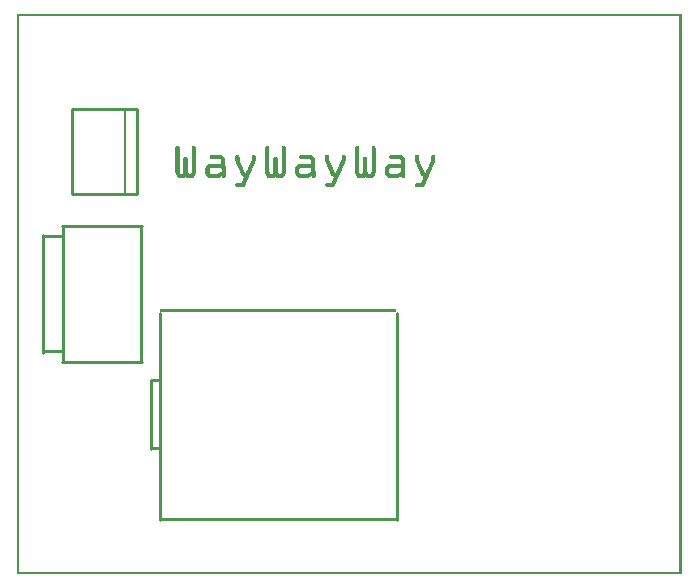
<source format=gto>
G04 MADE WITH FRITZING*
G04 WWW.FRITZING.ORG*
G04 DOUBLE SIDED*
G04 HOLES PLATED*
G04 CONTOUR ON CENTER OF CONTOUR VECTOR*
%ASAXBY*%
%FSLAX23Y23*%
%MOIN*%
%OFA0B0*%
%SFA1.0B1.0*%
%ADD10C,0.010000*%
%ADD11C,0.005000*%
%ADD12C,0.009650*%
%ADD13R,0.001000X0.001000*%
%LNSILK1*%
G90*
G70*
G54D10*
X1266Y183D02*
X1266Y872D01*
D02*
X479Y183D02*
X479Y872D01*
D02*
X448Y418D02*
X448Y646D01*
D02*
X478Y422D02*
X446Y422D01*
D02*
X478Y647D02*
X446Y647D01*
D02*
X184Y1553D02*
X184Y1268D01*
D02*
X184Y1268D02*
X400Y1268D01*
D02*
X400Y1268D02*
X400Y1553D01*
D02*
X400Y1553D02*
X184Y1553D01*
G54D11*
D02*
X360Y1268D02*
X360Y1553D01*
G54D10*
D02*
X413Y713D02*
X413Y1158D01*
D02*
X150Y1127D02*
X93Y1127D01*
G54D12*
D02*
X88Y1132D02*
X88Y739D01*
G54D10*
D02*
X150Y708D02*
X418Y708D01*
D02*
X155Y1158D02*
X155Y713D01*
D02*
X418Y1163D02*
X150Y1163D01*
D02*
X150Y744D02*
X93Y744D01*
G54D13*
X0Y1869D02*
X2216Y1869D01*
X0Y1868D02*
X2216Y1868D01*
X0Y1867D02*
X2216Y1867D01*
X0Y1866D02*
X2216Y1866D01*
X0Y1865D02*
X2216Y1865D01*
X0Y1864D02*
X2216Y1864D01*
X0Y1863D02*
X2216Y1863D01*
X0Y1862D02*
X2216Y1862D01*
X0Y1861D02*
X7Y1861D01*
X2209Y1861D02*
X2216Y1861D01*
X0Y1860D02*
X7Y1860D01*
X2209Y1860D02*
X2216Y1860D01*
X0Y1859D02*
X7Y1859D01*
X2209Y1859D02*
X2216Y1859D01*
X0Y1858D02*
X7Y1858D01*
X2209Y1858D02*
X2216Y1858D01*
X0Y1857D02*
X7Y1857D01*
X2209Y1857D02*
X2216Y1857D01*
X0Y1856D02*
X7Y1856D01*
X2209Y1856D02*
X2216Y1856D01*
X0Y1855D02*
X7Y1855D01*
X2209Y1855D02*
X2216Y1855D01*
X0Y1854D02*
X7Y1854D01*
X2209Y1854D02*
X2216Y1854D01*
X0Y1853D02*
X7Y1853D01*
X2209Y1853D02*
X2216Y1853D01*
X0Y1852D02*
X7Y1852D01*
X2209Y1852D02*
X2216Y1852D01*
X0Y1851D02*
X7Y1851D01*
X2209Y1851D02*
X2216Y1851D01*
X0Y1850D02*
X7Y1850D01*
X2209Y1850D02*
X2216Y1850D01*
X0Y1849D02*
X7Y1849D01*
X2209Y1849D02*
X2216Y1849D01*
X0Y1848D02*
X7Y1848D01*
X2209Y1848D02*
X2216Y1848D01*
X0Y1847D02*
X7Y1847D01*
X2209Y1847D02*
X2216Y1847D01*
X0Y1846D02*
X7Y1846D01*
X2209Y1846D02*
X2216Y1846D01*
X0Y1845D02*
X7Y1845D01*
X2209Y1845D02*
X2216Y1845D01*
X0Y1844D02*
X7Y1844D01*
X2209Y1844D02*
X2216Y1844D01*
X0Y1843D02*
X7Y1843D01*
X2209Y1843D02*
X2216Y1843D01*
X0Y1842D02*
X7Y1842D01*
X2209Y1842D02*
X2216Y1842D01*
X0Y1841D02*
X7Y1841D01*
X2209Y1841D02*
X2216Y1841D01*
X0Y1840D02*
X7Y1840D01*
X2209Y1840D02*
X2216Y1840D01*
X0Y1839D02*
X7Y1839D01*
X2209Y1839D02*
X2216Y1839D01*
X0Y1838D02*
X7Y1838D01*
X2209Y1838D02*
X2216Y1838D01*
X0Y1837D02*
X7Y1837D01*
X2209Y1837D02*
X2216Y1837D01*
X0Y1836D02*
X7Y1836D01*
X2209Y1836D02*
X2216Y1836D01*
X0Y1835D02*
X7Y1835D01*
X2209Y1835D02*
X2216Y1835D01*
X0Y1834D02*
X7Y1834D01*
X2209Y1834D02*
X2216Y1834D01*
X0Y1833D02*
X7Y1833D01*
X2209Y1833D02*
X2216Y1833D01*
X0Y1832D02*
X7Y1832D01*
X2209Y1832D02*
X2216Y1832D01*
X0Y1831D02*
X7Y1831D01*
X2209Y1831D02*
X2216Y1831D01*
X0Y1830D02*
X7Y1830D01*
X2209Y1830D02*
X2216Y1830D01*
X0Y1829D02*
X7Y1829D01*
X2209Y1829D02*
X2216Y1829D01*
X0Y1828D02*
X7Y1828D01*
X2209Y1828D02*
X2216Y1828D01*
X0Y1827D02*
X7Y1827D01*
X2209Y1827D02*
X2216Y1827D01*
X0Y1826D02*
X7Y1826D01*
X2209Y1826D02*
X2216Y1826D01*
X0Y1825D02*
X7Y1825D01*
X2209Y1825D02*
X2216Y1825D01*
X0Y1824D02*
X7Y1824D01*
X2209Y1824D02*
X2216Y1824D01*
X0Y1823D02*
X7Y1823D01*
X2209Y1823D02*
X2216Y1823D01*
X0Y1822D02*
X7Y1822D01*
X2209Y1822D02*
X2216Y1822D01*
X0Y1821D02*
X7Y1821D01*
X2209Y1821D02*
X2216Y1821D01*
X0Y1820D02*
X7Y1820D01*
X2209Y1820D02*
X2216Y1820D01*
X0Y1819D02*
X7Y1819D01*
X2209Y1819D02*
X2216Y1819D01*
X0Y1818D02*
X7Y1818D01*
X2209Y1818D02*
X2216Y1818D01*
X0Y1817D02*
X7Y1817D01*
X2209Y1817D02*
X2216Y1817D01*
X0Y1816D02*
X7Y1816D01*
X2209Y1816D02*
X2216Y1816D01*
X0Y1815D02*
X7Y1815D01*
X2209Y1815D02*
X2216Y1815D01*
X0Y1814D02*
X7Y1814D01*
X2209Y1814D02*
X2216Y1814D01*
X0Y1813D02*
X7Y1813D01*
X2209Y1813D02*
X2216Y1813D01*
X0Y1812D02*
X7Y1812D01*
X2209Y1812D02*
X2216Y1812D01*
X0Y1811D02*
X7Y1811D01*
X2209Y1811D02*
X2216Y1811D01*
X0Y1810D02*
X7Y1810D01*
X2209Y1810D02*
X2216Y1810D01*
X0Y1809D02*
X7Y1809D01*
X2209Y1809D02*
X2216Y1809D01*
X0Y1808D02*
X7Y1808D01*
X2209Y1808D02*
X2216Y1808D01*
X0Y1807D02*
X7Y1807D01*
X2209Y1807D02*
X2216Y1807D01*
X0Y1806D02*
X7Y1806D01*
X2209Y1806D02*
X2216Y1806D01*
X0Y1805D02*
X7Y1805D01*
X2209Y1805D02*
X2216Y1805D01*
X0Y1804D02*
X7Y1804D01*
X2209Y1804D02*
X2216Y1804D01*
X0Y1803D02*
X7Y1803D01*
X2209Y1803D02*
X2216Y1803D01*
X0Y1802D02*
X7Y1802D01*
X2209Y1802D02*
X2216Y1802D01*
X0Y1801D02*
X7Y1801D01*
X2209Y1801D02*
X2216Y1801D01*
X0Y1800D02*
X7Y1800D01*
X2209Y1800D02*
X2216Y1800D01*
X0Y1799D02*
X7Y1799D01*
X2209Y1799D02*
X2216Y1799D01*
X0Y1798D02*
X7Y1798D01*
X2209Y1798D02*
X2216Y1798D01*
X0Y1797D02*
X7Y1797D01*
X2209Y1797D02*
X2216Y1797D01*
X0Y1796D02*
X7Y1796D01*
X2209Y1796D02*
X2216Y1796D01*
X0Y1795D02*
X7Y1795D01*
X2209Y1795D02*
X2216Y1795D01*
X0Y1794D02*
X7Y1794D01*
X2209Y1794D02*
X2216Y1794D01*
X0Y1793D02*
X7Y1793D01*
X2209Y1793D02*
X2216Y1793D01*
X0Y1792D02*
X7Y1792D01*
X2209Y1792D02*
X2216Y1792D01*
X0Y1791D02*
X7Y1791D01*
X2209Y1791D02*
X2216Y1791D01*
X0Y1790D02*
X7Y1790D01*
X2209Y1790D02*
X2216Y1790D01*
X0Y1789D02*
X7Y1789D01*
X2209Y1789D02*
X2216Y1789D01*
X0Y1788D02*
X7Y1788D01*
X2209Y1788D02*
X2216Y1788D01*
X0Y1787D02*
X7Y1787D01*
X2209Y1787D02*
X2216Y1787D01*
X0Y1786D02*
X7Y1786D01*
X2209Y1786D02*
X2216Y1786D01*
X0Y1785D02*
X7Y1785D01*
X2209Y1785D02*
X2216Y1785D01*
X0Y1784D02*
X7Y1784D01*
X2209Y1784D02*
X2216Y1784D01*
X0Y1783D02*
X7Y1783D01*
X2209Y1783D02*
X2216Y1783D01*
X0Y1782D02*
X7Y1782D01*
X2209Y1782D02*
X2216Y1782D01*
X0Y1781D02*
X7Y1781D01*
X2209Y1781D02*
X2216Y1781D01*
X0Y1780D02*
X7Y1780D01*
X2209Y1780D02*
X2216Y1780D01*
X0Y1779D02*
X7Y1779D01*
X2209Y1779D02*
X2216Y1779D01*
X0Y1778D02*
X7Y1778D01*
X2209Y1778D02*
X2216Y1778D01*
X0Y1777D02*
X7Y1777D01*
X2209Y1777D02*
X2216Y1777D01*
X0Y1776D02*
X7Y1776D01*
X2209Y1776D02*
X2216Y1776D01*
X0Y1775D02*
X7Y1775D01*
X2209Y1775D02*
X2216Y1775D01*
X0Y1774D02*
X7Y1774D01*
X2209Y1774D02*
X2216Y1774D01*
X0Y1773D02*
X7Y1773D01*
X2209Y1773D02*
X2216Y1773D01*
X0Y1772D02*
X7Y1772D01*
X2209Y1772D02*
X2216Y1772D01*
X0Y1771D02*
X7Y1771D01*
X2209Y1771D02*
X2216Y1771D01*
X0Y1770D02*
X7Y1770D01*
X2209Y1770D02*
X2216Y1770D01*
X0Y1769D02*
X7Y1769D01*
X2209Y1769D02*
X2216Y1769D01*
X0Y1768D02*
X7Y1768D01*
X2209Y1768D02*
X2216Y1768D01*
X0Y1767D02*
X7Y1767D01*
X2209Y1767D02*
X2216Y1767D01*
X0Y1766D02*
X7Y1766D01*
X2209Y1766D02*
X2216Y1766D01*
X0Y1765D02*
X7Y1765D01*
X2209Y1765D02*
X2216Y1765D01*
X0Y1764D02*
X7Y1764D01*
X2209Y1764D02*
X2216Y1764D01*
X0Y1763D02*
X7Y1763D01*
X2209Y1763D02*
X2216Y1763D01*
X0Y1762D02*
X7Y1762D01*
X2209Y1762D02*
X2216Y1762D01*
X0Y1761D02*
X7Y1761D01*
X2209Y1761D02*
X2216Y1761D01*
X0Y1760D02*
X7Y1760D01*
X2209Y1760D02*
X2216Y1760D01*
X0Y1759D02*
X7Y1759D01*
X2209Y1759D02*
X2216Y1759D01*
X0Y1758D02*
X7Y1758D01*
X2209Y1758D02*
X2216Y1758D01*
X0Y1757D02*
X7Y1757D01*
X2209Y1757D02*
X2216Y1757D01*
X0Y1756D02*
X7Y1756D01*
X2209Y1756D02*
X2216Y1756D01*
X0Y1755D02*
X7Y1755D01*
X2209Y1755D02*
X2216Y1755D01*
X0Y1754D02*
X7Y1754D01*
X2209Y1754D02*
X2216Y1754D01*
X0Y1753D02*
X7Y1753D01*
X2209Y1753D02*
X2216Y1753D01*
X0Y1752D02*
X7Y1752D01*
X2209Y1752D02*
X2216Y1752D01*
X0Y1751D02*
X7Y1751D01*
X2209Y1751D02*
X2216Y1751D01*
X0Y1750D02*
X7Y1750D01*
X2209Y1750D02*
X2216Y1750D01*
X0Y1749D02*
X7Y1749D01*
X2209Y1749D02*
X2216Y1749D01*
X0Y1748D02*
X7Y1748D01*
X2209Y1748D02*
X2216Y1748D01*
X0Y1747D02*
X7Y1747D01*
X2209Y1747D02*
X2216Y1747D01*
X0Y1746D02*
X7Y1746D01*
X2209Y1746D02*
X2216Y1746D01*
X0Y1745D02*
X7Y1745D01*
X2209Y1745D02*
X2216Y1745D01*
X0Y1744D02*
X7Y1744D01*
X2209Y1744D02*
X2216Y1744D01*
X0Y1743D02*
X7Y1743D01*
X2209Y1743D02*
X2216Y1743D01*
X0Y1742D02*
X7Y1742D01*
X2209Y1742D02*
X2216Y1742D01*
X0Y1741D02*
X7Y1741D01*
X2209Y1741D02*
X2216Y1741D01*
X0Y1740D02*
X7Y1740D01*
X2209Y1740D02*
X2216Y1740D01*
X0Y1739D02*
X7Y1739D01*
X2209Y1739D02*
X2216Y1739D01*
X0Y1738D02*
X7Y1738D01*
X2209Y1738D02*
X2216Y1738D01*
X0Y1737D02*
X7Y1737D01*
X2209Y1737D02*
X2216Y1737D01*
X0Y1736D02*
X7Y1736D01*
X2209Y1736D02*
X2216Y1736D01*
X0Y1735D02*
X7Y1735D01*
X2209Y1735D02*
X2216Y1735D01*
X0Y1734D02*
X7Y1734D01*
X2209Y1734D02*
X2216Y1734D01*
X0Y1733D02*
X7Y1733D01*
X2209Y1733D02*
X2216Y1733D01*
X0Y1732D02*
X7Y1732D01*
X2209Y1732D02*
X2216Y1732D01*
X0Y1731D02*
X7Y1731D01*
X2209Y1731D02*
X2216Y1731D01*
X0Y1730D02*
X7Y1730D01*
X2209Y1730D02*
X2216Y1730D01*
X0Y1729D02*
X7Y1729D01*
X2209Y1729D02*
X2216Y1729D01*
X0Y1728D02*
X7Y1728D01*
X2209Y1728D02*
X2216Y1728D01*
X0Y1727D02*
X7Y1727D01*
X2209Y1727D02*
X2216Y1727D01*
X0Y1726D02*
X7Y1726D01*
X2209Y1726D02*
X2216Y1726D01*
X0Y1725D02*
X7Y1725D01*
X2209Y1725D02*
X2216Y1725D01*
X0Y1724D02*
X7Y1724D01*
X2209Y1724D02*
X2216Y1724D01*
X0Y1723D02*
X7Y1723D01*
X2209Y1723D02*
X2216Y1723D01*
X0Y1722D02*
X7Y1722D01*
X2209Y1722D02*
X2216Y1722D01*
X0Y1721D02*
X7Y1721D01*
X2209Y1721D02*
X2216Y1721D01*
X0Y1720D02*
X7Y1720D01*
X2209Y1720D02*
X2216Y1720D01*
X0Y1719D02*
X7Y1719D01*
X2209Y1719D02*
X2216Y1719D01*
X0Y1718D02*
X7Y1718D01*
X2209Y1718D02*
X2216Y1718D01*
X0Y1717D02*
X7Y1717D01*
X2209Y1717D02*
X2216Y1717D01*
X0Y1716D02*
X7Y1716D01*
X2209Y1716D02*
X2216Y1716D01*
X0Y1715D02*
X7Y1715D01*
X2209Y1715D02*
X2216Y1715D01*
X0Y1714D02*
X7Y1714D01*
X2209Y1714D02*
X2216Y1714D01*
X0Y1713D02*
X7Y1713D01*
X2209Y1713D02*
X2216Y1713D01*
X0Y1712D02*
X7Y1712D01*
X2209Y1712D02*
X2216Y1712D01*
X0Y1711D02*
X7Y1711D01*
X2209Y1711D02*
X2216Y1711D01*
X0Y1710D02*
X7Y1710D01*
X2209Y1710D02*
X2216Y1710D01*
X0Y1709D02*
X7Y1709D01*
X2209Y1709D02*
X2216Y1709D01*
X0Y1708D02*
X7Y1708D01*
X2209Y1708D02*
X2216Y1708D01*
X0Y1707D02*
X7Y1707D01*
X2209Y1707D02*
X2216Y1707D01*
X0Y1706D02*
X7Y1706D01*
X2209Y1706D02*
X2216Y1706D01*
X0Y1705D02*
X7Y1705D01*
X2209Y1705D02*
X2216Y1705D01*
X0Y1704D02*
X7Y1704D01*
X2209Y1704D02*
X2216Y1704D01*
X0Y1703D02*
X7Y1703D01*
X2209Y1703D02*
X2216Y1703D01*
X0Y1702D02*
X7Y1702D01*
X2209Y1702D02*
X2216Y1702D01*
X0Y1701D02*
X7Y1701D01*
X2209Y1701D02*
X2216Y1701D01*
X0Y1700D02*
X7Y1700D01*
X2209Y1700D02*
X2216Y1700D01*
X0Y1699D02*
X7Y1699D01*
X2209Y1699D02*
X2216Y1699D01*
X0Y1698D02*
X7Y1698D01*
X2209Y1698D02*
X2216Y1698D01*
X0Y1697D02*
X7Y1697D01*
X2209Y1697D02*
X2216Y1697D01*
X0Y1696D02*
X7Y1696D01*
X2209Y1696D02*
X2216Y1696D01*
X0Y1695D02*
X7Y1695D01*
X2209Y1695D02*
X2216Y1695D01*
X0Y1694D02*
X7Y1694D01*
X2209Y1694D02*
X2216Y1694D01*
X0Y1693D02*
X7Y1693D01*
X2209Y1693D02*
X2216Y1693D01*
X0Y1692D02*
X7Y1692D01*
X2209Y1692D02*
X2216Y1692D01*
X0Y1691D02*
X7Y1691D01*
X2209Y1691D02*
X2216Y1691D01*
X0Y1690D02*
X7Y1690D01*
X2209Y1690D02*
X2216Y1690D01*
X0Y1689D02*
X7Y1689D01*
X2209Y1689D02*
X2216Y1689D01*
X0Y1688D02*
X7Y1688D01*
X2209Y1688D02*
X2216Y1688D01*
X0Y1687D02*
X7Y1687D01*
X2209Y1687D02*
X2216Y1687D01*
X0Y1686D02*
X7Y1686D01*
X2209Y1686D02*
X2216Y1686D01*
X0Y1685D02*
X7Y1685D01*
X2209Y1685D02*
X2216Y1685D01*
X0Y1684D02*
X7Y1684D01*
X2209Y1684D02*
X2216Y1684D01*
X0Y1683D02*
X7Y1683D01*
X2209Y1683D02*
X2216Y1683D01*
X0Y1682D02*
X7Y1682D01*
X2209Y1682D02*
X2216Y1682D01*
X0Y1681D02*
X7Y1681D01*
X2209Y1681D02*
X2216Y1681D01*
X0Y1680D02*
X7Y1680D01*
X2209Y1680D02*
X2216Y1680D01*
X0Y1679D02*
X7Y1679D01*
X2209Y1679D02*
X2216Y1679D01*
X0Y1678D02*
X7Y1678D01*
X2209Y1678D02*
X2216Y1678D01*
X0Y1677D02*
X7Y1677D01*
X2209Y1677D02*
X2216Y1677D01*
X0Y1676D02*
X7Y1676D01*
X2209Y1676D02*
X2216Y1676D01*
X0Y1675D02*
X7Y1675D01*
X2209Y1675D02*
X2216Y1675D01*
X0Y1674D02*
X7Y1674D01*
X2209Y1674D02*
X2216Y1674D01*
X0Y1673D02*
X7Y1673D01*
X2209Y1673D02*
X2216Y1673D01*
X0Y1672D02*
X7Y1672D01*
X2209Y1672D02*
X2216Y1672D01*
X0Y1671D02*
X7Y1671D01*
X2209Y1671D02*
X2216Y1671D01*
X0Y1670D02*
X7Y1670D01*
X2209Y1670D02*
X2216Y1670D01*
X0Y1669D02*
X7Y1669D01*
X2209Y1669D02*
X2216Y1669D01*
X0Y1668D02*
X7Y1668D01*
X2209Y1668D02*
X2216Y1668D01*
X0Y1667D02*
X7Y1667D01*
X2209Y1667D02*
X2216Y1667D01*
X0Y1666D02*
X7Y1666D01*
X2209Y1666D02*
X2216Y1666D01*
X0Y1665D02*
X7Y1665D01*
X2209Y1665D02*
X2216Y1665D01*
X0Y1664D02*
X7Y1664D01*
X2209Y1664D02*
X2216Y1664D01*
X0Y1663D02*
X7Y1663D01*
X2209Y1663D02*
X2216Y1663D01*
X0Y1662D02*
X7Y1662D01*
X2209Y1662D02*
X2216Y1662D01*
X0Y1661D02*
X7Y1661D01*
X2209Y1661D02*
X2216Y1661D01*
X0Y1660D02*
X7Y1660D01*
X2209Y1660D02*
X2216Y1660D01*
X0Y1659D02*
X7Y1659D01*
X2209Y1659D02*
X2216Y1659D01*
X0Y1658D02*
X7Y1658D01*
X2209Y1658D02*
X2216Y1658D01*
X0Y1657D02*
X7Y1657D01*
X2209Y1657D02*
X2216Y1657D01*
X0Y1656D02*
X7Y1656D01*
X2209Y1656D02*
X2216Y1656D01*
X0Y1655D02*
X7Y1655D01*
X2209Y1655D02*
X2216Y1655D01*
X0Y1654D02*
X7Y1654D01*
X2209Y1654D02*
X2216Y1654D01*
X0Y1653D02*
X7Y1653D01*
X2209Y1653D02*
X2216Y1653D01*
X0Y1652D02*
X7Y1652D01*
X2209Y1652D02*
X2216Y1652D01*
X0Y1651D02*
X7Y1651D01*
X2209Y1651D02*
X2216Y1651D01*
X0Y1650D02*
X7Y1650D01*
X2209Y1650D02*
X2216Y1650D01*
X0Y1649D02*
X7Y1649D01*
X2209Y1649D02*
X2216Y1649D01*
X0Y1648D02*
X7Y1648D01*
X2209Y1648D02*
X2216Y1648D01*
X0Y1647D02*
X7Y1647D01*
X2209Y1647D02*
X2216Y1647D01*
X0Y1646D02*
X7Y1646D01*
X2209Y1646D02*
X2216Y1646D01*
X0Y1645D02*
X7Y1645D01*
X2209Y1645D02*
X2216Y1645D01*
X0Y1644D02*
X7Y1644D01*
X2209Y1644D02*
X2216Y1644D01*
X0Y1643D02*
X7Y1643D01*
X2209Y1643D02*
X2216Y1643D01*
X0Y1642D02*
X7Y1642D01*
X2209Y1642D02*
X2216Y1642D01*
X0Y1641D02*
X7Y1641D01*
X2209Y1641D02*
X2216Y1641D01*
X0Y1640D02*
X7Y1640D01*
X2209Y1640D02*
X2216Y1640D01*
X0Y1639D02*
X7Y1639D01*
X2209Y1639D02*
X2216Y1639D01*
X0Y1638D02*
X7Y1638D01*
X2209Y1638D02*
X2216Y1638D01*
X0Y1637D02*
X7Y1637D01*
X2209Y1637D02*
X2216Y1637D01*
X0Y1636D02*
X7Y1636D01*
X2209Y1636D02*
X2216Y1636D01*
X0Y1635D02*
X7Y1635D01*
X2209Y1635D02*
X2216Y1635D01*
X0Y1634D02*
X7Y1634D01*
X2209Y1634D02*
X2216Y1634D01*
X0Y1633D02*
X7Y1633D01*
X2209Y1633D02*
X2216Y1633D01*
X0Y1632D02*
X7Y1632D01*
X2209Y1632D02*
X2216Y1632D01*
X0Y1631D02*
X7Y1631D01*
X2209Y1631D02*
X2216Y1631D01*
X0Y1630D02*
X7Y1630D01*
X2209Y1630D02*
X2216Y1630D01*
X0Y1629D02*
X7Y1629D01*
X2209Y1629D02*
X2216Y1629D01*
X0Y1628D02*
X7Y1628D01*
X2209Y1628D02*
X2216Y1628D01*
X0Y1627D02*
X7Y1627D01*
X2209Y1627D02*
X2216Y1627D01*
X0Y1626D02*
X7Y1626D01*
X2209Y1626D02*
X2216Y1626D01*
X0Y1625D02*
X7Y1625D01*
X2209Y1625D02*
X2216Y1625D01*
X0Y1624D02*
X7Y1624D01*
X2209Y1624D02*
X2216Y1624D01*
X0Y1623D02*
X7Y1623D01*
X2209Y1623D02*
X2216Y1623D01*
X0Y1622D02*
X7Y1622D01*
X2209Y1622D02*
X2216Y1622D01*
X0Y1621D02*
X7Y1621D01*
X2209Y1621D02*
X2216Y1621D01*
X0Y1620D02*
X7Y1620D01*
X2209Y1620D02*
X2216Y1620D01*
X0Y1619D02*
X7Y1619D01*
X2209Y1619D02*
X2216Y1619D01*
X0Y1618D02*
X7Y1618D01*
X2209Y1618D02*
X2216Y1618D01*
X0Y1617D02*
X7Y1617D01*
X2209Y1617D02*
X2216Y1617D01*
X0Y1616D02*
X7Y1616D01*
X2209Y1616D02*
X2216Y1616D01*
X0Y1615D02*
X7Y1615D01*
X2209Y1615D02*
X2216Y1615D01*
X0Y1614D02*
X7Y1614D01*
X2209Y1614D02*
X2216Y1614D01*
X0Y1613D02*
X7Y1613D01*
X2209Y1613D02*
X2216Y1613D01*
X0Y1612D02*
X7Y1612D01*
X2209Y1612D02*
X2216Y1612D01*
X0Y1611D02*
X7Y1611D01*
X2209Y1611D02*
X2216Y1611D01*
X0Y1610D02*
X7Y1610D01*
X2209Y1610D02*
X2216Y1610D01*
X0Y1609D02*
X7Y1609D01*
X2209Y1609D02*
X2216Y1609D01*
X0Y1608D02*
X7Y1608D01*
X2209Y1608D02*
X2216Y1608D01*
X0Y1607D02*
X7Y1607D01*
X2209Y1607D02*
X2216Y1607D01*
X0Y1606D02*
X7Y1606D01*
X2209Y1606D02*
X2216Y1606D01*
X0Y1605D02*
X7Y1605D01*
X2209Y1605D02*
X2216Y1605D01*
X0Y1604D02*
X7Y1604D01*
X2209Y1604D02*
X2216Y1604D01*
X0Y1603D02*
X7Y1603D01*
X2209Y1603D02*
X2216Y1603D01*
X0Y1602D02*
X7Y1602D01*
X2209Y1602D02*
X2216Y1602D01*
X0Y1601D02*
X7Y1601D01*
X2209Y1601D02*
X2216Y1601D01*
X0Y1600D02*
X7Y1600D01*
X2209Y1600D02*
X2216Y1600D01*
X0Y1599D02*
X7Y1599D01*
X2209Y1599D02*
X2216Y1599D01*
X0Y1598D02*
X7Y1598D01*
X2209Y1598D02*
X2216Y1598D01*
X0Y1597D02*
X7Y1597D01*
X2209Y1597D02*
X2216Y1597D01*
X0Y1596D02*
X7Y1596D01*
X2209Y1596D02*
X2216Y1596D01*
X0Y1595D02*
X7Y1595D01*
X2209Y1595D02*
X2216Y1595D01*
X0Y1594D02*
X7Y1594D01*
X2209Y1594D02*
X2216Y1594D01*
X0Y1593D02*
X7Y1593D01*
X2209Y1593D02*
X2216Y1593D01*
X0Y1592D02*
X7Y1592D01*
X2209Y1592D02*
X2216Y1592D01*
X0Y1591D02*
X7Y1591D01*
X2209Y1591D02*
X2216Y1591D01*
X0Y1590D02*
X7Y1590D01*
X2209Y1590D02*
X2216Y1590D01*
X0Y1589D02*
X7Y1589D01*
X2209Y1589D02*
X2216Y1589D01*
X0Y1588D02*
X7Y1588D01*
X2209Y1588D02*
X2216Y1588D01*
X0Y1587D02*
X7Y1587D01*
X2209Y1587D02*
X2216Y1587D01*
X0Y1586D02*
X7Y1586D01*
X2209Y1586D02*
X2216Y1586D01*
X0Y1585D02*
X7Y1585D01*
X2209Y1585D02*
X2216Y1585D01*
X0Y1584D02*
X7Y1584D01*
X2209Y1584D02*
X2216Y1584D01*
X0Y1583D02*
X7Y1583D01*
X2209Y1583D02*
X2216Y1583D01*
X0Y1582D02*
X7Y1582D01*
X2209Y1582D02*
X2216Y1582D01*
X0Y1581D02*
X7Y1581D01*
X2209Y1581D02*
X2216Y1581D01*
X0Y1580D02*
X7Y1580D01*
X2209Y1580D02*
X2216Y1580D01*
X0Y1579D02*
X7Y1579D01*
X2209Y1579D02*
X2216Y1579D01*
X0Y1578D02*
X7Y1578D01*
X2209Y1578D02*
X2216Y1578D01*
X0Y1577D02*
X7Y1577D01*
X2209Y1577D02*
X2216Y1577D01*
X0Y1576D02*
X7Y1576D01*
X2209Y1576D02*
X2216Y1576D01*
X0Y1575D02*
X7Y1575D01*
X2209Y1575D02*
X2216Y1575D01*
X0Y1574D02*
X7Y1574D01*
X2209Y1574D02*
X2216Y1574D01*
X0Y1573D02*
X7Y1573D01*
X2209Y1573D02*
X2216Y1573D01*
X0Y1572D02*
X7Y1572D01*
X2209Y1572D02*
X2216Y1572D01*
X0Y1571D02*
X7Y1571D01*
X2209Y1571D02*
X2216Y1571D01*
X0Y1570D02*
X7Y1570D01*
X2209Y1570D02*
X2216Y1570D01*
X0Y1569D02*
X7Y1569D01*
X2209Y1569D02*
X2216Y1569D01*
X0Y1568D02*
X7Y1568D01*
X2209Y1568D02*
X2216Y1568D01*
X0Y1567D02*
X7Y1567D01*
X2209Y1567D02*
X2216Y1567D01*
X0Y1566D02*
X7Y1566D01*
X2209Y1566D02*
X2216Y1566D01*
X0Y1565D02*
X7Y1565D01*
X2209Y1565D02*
X2216Y1565D01*
X0Y1564D02*
X7Y1564D01*
X2209Y1564D02*
X2216Y1564D01*
X0Y1563D02*
X7Y1563D01*
X2209Y1563D02*
X2216Y1563D01*
X0Y1562D02*
X7Y1562D01*
X2209Y1562D02*
X2216Y1562D01*
X0Y1561D02*
X7Y1561D01*
X2209Y1561D02*
X2216Y1561D01*
X0Y1560D02*
X7Y1560D01*
X2209Y1560D02*
X2216Y1560D01*
X0Y1559D02*
X7Y1559D01*
X2209Y1559D02*
X2216Y1559D01*
X0Y1558D02*
X7Y1558D01*
X2209Y1558D02*
X2216Y1558D01*
X0Y1557D02*
X7Y1557D01*
X2209Y1557D02*
X2216Y1557D01*
X0Y1556D02*
X7Y1556D01*
X2209Y1556D02*
X2216Y1556D01*
X0Y1555D02*
X7Y1555D01*
X2209Y1555D02*
X2216Y1555D01*
X0Y1554D02*
X7Y1554D01*
X2209Y1554D02*
X2216Y1554D01*
X0Y1553D02*
X7Y1553D01*
X2209Y1553D02*
X2216Y1553D01*
X0Y1552D02*
X7Y1552D01*
X2209Y1552D02*
X2216Y1552D01*
X0Y1551D02*
X7Y1551D01*
X2209Y1551D02*
X2216Y1551D01*
X0Y1550D02*
X7Y1550D01*
X2209Y1550D02*
X2216Y1550D01*
X0Y1549D02*
X7Y1549D01*
X2209Y1549D02*
X2216Y1549D01*
X0Y1548D02*
X7Y1548D01*
X2209Y1548D02*
X2216Y1548D01*
X0Y1547D02*
X7Y1547D01*
X2209Y1547D02*
X2216Y1547D01*
X0Y1546D02*
X7Y1546D01*
X2209Y1546D02*
X2216Y1546D01*
X0Y1545D02*
X7Y1545D01*
X2209Y1545D02*
X2216Y1545D01*
X0Y1544D02*
X7Y1544D01*
X2209Y1544D02*
X2216Y1544D01*
X0Y1543D02*
X7Y1543D01*
X2209Y1543D02*
X2216Y1543D01*
X0Y1542D02*
X7Y1542D01*
X2209Y1542D02*
X2216Y1542D01*
X0Y1541D02*
X7Y1541D01*
X2209Y1541D02*
X2216Y1541D01*
X0Y1540D02*
X7Y1540D01*
X2209Y1540D02*
X2216Y1540D01*
X0Y1539D02*
X7Y1539D01*
X2209Y1539D02*
X2216Y1539D01*
X0Y1538D02*
X7Y1538D01*
X2209Y1538D02*
X2216Y1538D01*
X0Y1537D02*
X7Y1537D01*
X2209Y1537D02*
X2216Y1537D01*
X0Y1536D02*
X7Y1536D01*
X2209Y1536D02*
X2216Y1536D01*
X0Y1535D02*
X7Y1535D01*
X2209Y1535D02*
X2216Y1535D01*
X0Y1534D02*
X7Y1534D01*
X2209Y1534D02*
X2216Y1534D01*
X0Y1533D02*
X7Y1533D01*
X2209Y1533D02*
X2216Y1533D01*
X0Y1532D02*
X7Y1532D01*
X2209Y1532D02*
X2216Y1532D01*
X0Y1531D02*
X7Y1531D01*
X2209Y1531D02*
X2216Y1531D01*
X0Y1530D02*
X7Y1530D01*
X2209Y1530D02*
X2216Y1530D01*
X0Y1529D02*
X7Y1529D01*
X2209Y1529D02*
X2216Y1529D01*
X0Y1528D02*
X7Y1528D01*
X2209Y1528D02*
X2216Y1528D01*
X0Y1527D02*
X7Y1527D01*
X2209Y1527D02*
X2216Y1527D01*
X0Y1526D02*
X7Y1526D01*
X2209Y1526D02*
X2216Y1526D01*
X0Y1525D02*
X7Y1525D01*
X2209Y1525D02*
X2216Y1525D01*
X0Y1524D02*
X7Y1524D01*
X2209Y1524D02*
X2216Y1524D01*
X0Y1523D02*
X7Y1523D01*
X2209Y1523D02*
X2216Y1523D01*
X0Y1522D02*
X7Y1522D01*
X2209Y1522D02*
X2216Y1522D01*
X0Y1521D02*
X7Y1521D01*
X2209Y1521D02*
X2216Y1521D01*
X0Y1520D02*
X7Y1520D01*
X2209Y1520D02*
X2216Y1520D01*
X0Y1519D02*
X7Y1519D01*
X2209Y1519D02*
X2216Y1519D01*
X0Y1518D02*
X7Y1518D01*
X2209Y1518D02*
X2216Y1518D01*
X0Y1517D02*
X7Y1517D01*
X2209Y1517D02*
X2216Y1517D01*
X0Y1516D02*
X7Y1516D01*
X2209Y1516D02*
X2216Y1516D01*
X0Y1515D02*
X7Y1515D01*
X2209Y1515D02*
X2216Y1515D01*
X0Y1514D02*
X7Y1514D01*
X2209Y1514D02*
X2216Y1514D01*
X0Y1513D02*
X7Y1513D01*
X2209Y1513D02*
X2216Y1513D01*
X0Y1512D02*
X7Y1512D01*
X2209Y1512D02*
X2216Y1512D01*
X0Y1511D02*
X7Y1511D01*
X2209Y1511D02*
X2216Y1511D01*
X0Y1510D02*
X7Y1510D01*
X2209Y1510D02*
X2216Y1510D01*
X0Y1509D02*
X7Y1509D01*
X2209Y1509D02*
X2216Y1509D01*
X0Y1508D02*
X7Y1508D01*
X2209Y1508D02*
X2216Y1508D01*
X0Y1507D02*
X7Y1507D01*
X2209Y1507D02*
X2216Y1507D01*
X0Y1506D02*
X7Y1506D01*
X2209Y1506D02*
X2216Y1506D01*
X0Y1505D02*
X7Y1505D01*
X2209Y1505D02*
X2216Y1505D01*
X0Y1504D02*
X7Y1504D01*
X2209Y1504D02*
X2216Y1504D01*
X0Y1503D02*
X7Y1503D01*
X2209Y1503D02*
X2216Y1503D01*
X0Y1502D02*
X7Y1502D01*
X2209Y1502D02*
X2216Y1502D01*
X0Y1501D02*
X7Y1501D01*
X2209Y1501D02*
X2216Y1501D01*
X0Y1500D02*
X7Y1500D01*
X2209Y1500D02*
X2216Y1500D01*
X0Y1499D02*
X7Y1499D01*
X2209Y1499D02*
X2216Y1499D01*
X0Y1498D02*
X7Y1498D01*
X2209Y1498D02*
X2216Y1498D01*
X0Y1497D02*
X7Y1497D01*
X2209Y1497D02*
X2216Y1497D01*
X0Y1496D02*
X7Y1496D01*
X2209Y1496D02*
X2216Y1496D01*
X0Y1495D02*
X7Y1495D01*
X2209Y1495D02*
X2216Y1495D01*
X0Y1494D02*
X7Y1494D01*
X2209Y1494D02*
X2216Y1494D01*
X0Y1493D02*
X7Y1493D01*
X2209Y1493D02*
X2216Y1493D01*
X0Y1492D02*
X7Y1492D01*
X2209Y1492D02*
X2216Y1492D01*
X0Y1491D02*
X7Y1491D01*
X2209Y1491D02*
X2216Y1491D01*
X0Y1490D02*
X7Y1490D01*
X2209Y1490D02*
X2216Y1490D01*
X0Y1489D02*
X7Y1489D01*
X2209Y1489D02*
X2216Y1489D01*
X0Y1488D02*
X7Y1488D01*
X2209Y1488D02*
X2216Y1488D01*
X0Y1487D02*
X7Y1487D01*
X2209Y1487D02*
X2216Y1487D01*
X0Y1486D02*
X7Y1486D01*
X2209Y1486D02*
X2216Y1486D01*
X0Y1485D02*
X7Y1485D01*
X2209Y1485D02*
X2216Y1485D01*
X0Y1484D02*
X7Y1484D01*
X2209Y1484D02*
X2216Y1484D01*
X0Y1483D02*
X7Y1483D01*
X2209Y1483D02*
X2216Y1483D01*
X0Y1482D02*
X7Y1482D01*
X2209Y1482D02*
X2216Y1482D01*
X0Y1481D02*
X7Y1481D01*
X2209Y1481D02*
X2216Y1481D01*
X0Y1480D02*
X7Y1480D01*
X2209Y1480D02*
X2216Y1480D01*
X0Y1479D02*
X7Y1479D01*
X2209Y1479D02*
X2216Y1479D01*
X0Y1478D02*
X7Y1478D01*
X2209Y1478D02*
X2216Y1478D01*
X0Y1477D02*
X7Y1477D01*
X2209Y1477D02*
X2216Y1477D01*
X0Y1476D02*
X7Y1476D01*
X2209Y1476D02*
X2216Y1476D01*
X0Y1475D02*
X7Y1475D01*
X2209Y1475D02*
X2216Y1475D01*
X0Y1474D02*
X7Y1474D01*
X2209Y1474D02*
X2216Y1474D01*
X0Y1473D02*
X7Y1473D01*
X2209Y1473D02*
X2216Y1473D01*
X0Y1472D02*
X7Y1472D01*
X2209Y1472D02*
X2216Y1472D01*
X0Y1471D02*
X7Y1471D01*
X2209Y1471D02*
X2216Y1471D01*
X0Y1470D02*
X7Y1470D01*
X2209Y1470D02*
X2216Y1470D01*
X0Y1469D02*
X7Y1469D01*
X2209Y1469D02*
X2216Y1469D01*
X0Y1468D02*
X7Y1468D01*
X2209Y1468D02*
X2216Y1468D01*
X0Y1467D02*
X7Y1467D01*
X2209Y1467D02*
X2216Y1467D01*
X0Y1466D02*
X7Y1466D01*
X2209Y1466D02*
X2216Y1466D01*
X0Y1465D02*
X7Y1465D01*
X2209Y1465D02*
X2216Y1465D01*
X0Y1464D02*
X7Y1464D01*
X2209Y1464D02*
X2216Y1464D01*
X0Y1463D02*
X7Y1463D01*
X2209Y1463D02*
X2216Y1463D01*
X0Y1462D02*
X7Y1462D01*
X2209Y1462D02*
X2216Y1462D01*
X0Y1461D02*
X7Y1461D01*
X2209Y1461D02*
X2216Y1461D01*
X0Y1460D02*
X7Y1460D01*
X2209Y1460D02*
X2216Y1460D01*
X0Y1459D02*
X7Y1459D01*
X2209Y1459D02*
X2216Y1459D01*
X0Y1458D02*
X7Y1458D01*
X2209Y1458D02*
X2216Y1458D01*
X0Y1457D02*
X7Y1457D01*
X2209Y1457D02*
X2216Y1457D01*
X0Y1456D02*
X7Y1456D01*
X2209Y1456D02*
X2216Y1456D01*
X0Y1455D02*
X7Y1455D01*
X2209Y1455D02*
X2216Y1455D01*
X0Y1454D02*
X7Y1454D01*
X2209Y1454D02*
X2216Y1454D01*
X0Y1453D02*
X7Y1453D01*
X2209Y1453D02*
X2216Y1453D01*
X0Y1452D02*
X7Y1452D01*
X2209Y1452D02*
X2216Y1452D01*
X0Y1451D02*
X7Y1451D01*
X2209Y1451D02*
X2216Y1451D01*
X0Y1450D02*
X7Y1450D01*
X2209Y1450D02*
X2216Y1450D01*
X0Y1449D02*
X7Y1449D01*
X2209Y1449D02*
X2216Y1449D01*
X0Y1448D02*
X7Y1448D01*
X2209Y1448D02*
X2216Y1448D01*
X0Y1447D02*
X7Y1447D01*
X2209Y1447D02*
X2216Y1447D01*
X0Y1446D02*
X7Y1446D01*
X2209Y1446D02*
X2216Y1446D01*
X0Y1445D02*
X7Y1445D01*
X2209Y1445D02*
X2216Y1445D01*
X0Y1444D02*
X7Y1444D01*
X2209Y1444D02*
X2216Y1444D01*
X0Y1443D02*
X7Y1443D01*
X2209Y1443D02*
X2216Y1443D01*
X0Y1442D02*
X7Y1442D01*
X2209Y1442D02*
X2216Y1442D01*
X0Y1441D02*
X7Y1441D01*
X2209Y1441D02*
X2216Y1441D01*
X0Y1440D02*
X7Y1440D01*
X2209Y1440D02*
X2216Y1440D01*
X0Y1439D02*
X7Y1439D01*
X2209Y1439D02*
X2216Y1439D01*
X0Y1438D02*
X7Y1438D01*
X2209Y1438D02*
X2216Y1438D01*
X0Y1437D02*
X7Y1437D01*
X2209Y1437D02*
X2216Y1437D01*
X0Y1436D02*
X7Y1436D01*
X2209Y1436D02*
X2216Y1436D01*
X0Y1435D02*
X7Y1435D01*
X2209Y1435D02*
X2216Y1435D01*
X0Y1434D02*
X7Y1434D01*
X2209Y1434D02*
X2216Y1434D01*
X0Y1433D02*
X7Y1433D01*
X2209Y1433D02*
X2216Y1433D01*
X0Y1432D02*
X7Y1432D01*
X2209Y1432D02*
X2216Y1432D01*
X0Y1431D02*
X7Y1431D01*
X2209Y1431D02*
X2216Y1431D01*
X0Y1430D02*
X7Y1430D01*
X2209Y1430D02*
X2216Y1430D01*
X0Y1429D02*
X7Y1429D01*
X2209Y1429D02*
X2216Y1429D01*
X0Y1428D02*
X7Y1428D01*
X535Y1428D02*
X536Y1428D01*
X590Y1428D02*
X591Y1428D01*
X834Y1428D02*
X836Y1428D01*
X889Y1428D02*
X891Y1428D01*
X1133Y1428D02*
X1135Y1428D01*
X1188Y1428D02*
X1190Y1428D01*
X2209Y1428D02*
X2216Y1428D01*
X0Y1427D02*
X7Y1427D01*
X532Y1427D02*
X539Y1427D01*
X587Y1427D02*
X594Y1427D01*
X831Y1427D02*
X838Y1427D01*
X886Y1427D02*
X893Y1427D01*
X1131Y1427D02*
X1137Y1427D01*
X1186Y1427D02*
X1192Y1427D01*
X2209Y1427D02*
X2216Y1427D01*
X0Y1426D02*
X7Y1426D01*
X531Y1426D02*
X540Y1426D01*
X586Y1426D02*
X595Y1426D01*
X830Y1426D02*
X839Y1426D01*
X885Y1426D02*
X894Y1426D01*
X1130Y1426D02*
X1139Y1426D01*
X1185Y1426D02*
X1194Y1426D01*
X2209Y1426D02*
X2216Y1426D01*
X0Y1425D02*
X7Y1425D01*
X530Y1425D02*
X541Y1425D01*
X585Y1425D02*
X596Y1425D01*
X830Y1425D02*
X840Y1425D01*
X885Y1425D02*
X895Y1425D01*
X1129Y1425D02*
X1139Y1425D01*
X1184Y1425D02*
X1194Y1425D01*
X2209Y1425D02*
X2216Y1425D01*
X0Y1424D02*
X7Y1424D01*
X530Y1424D02*
X541Y1424D01*
X585Y1424D02*
X596Y1424D01*
X829Y1424D02*
X841Y1424D01*
X884Y1424D02*
X896Y1424D01*
X1128Y1424D02*
X1140Y1424D01*
X1183Y1424D02*
X1195Y1424D01*
X2209Y1424D02*
X2216Y1424D01*
X0Y1423D02*
X7Y1423D01*
X529Y1423D02*
X542Y1423D01*
X584Y1423D02*
X597Y1423D01*
X829Y1423D02*
X841Y1423D01*
X884Y1423D02*
X896Y1423D01*
X1128Y1423D02*
X1140Y1423D01*
X1183Y1423D02*
X1195Y1423D01*
X2209Y1423D02*
X2216Y1423D01*
X0Y1422D02*
X7Y1422D01*
X529Y1422D02*
X542Y1422D01*
X584Y1422D02*
X597Y1422D01*
X828Y1422D02*
X841Y1422D01*
X883Y1422D02*
X896Y1422D01*
X1128Y1422D02*
X1141Y1422D01*
X1183Y1422D02*
X1196Y1422D01*
X2209Y1422D02*
X2216Y1422D01*
X0Y1421D02*
X7Y1421D01*
X529Y1421D02*
X542Y1421D01*
X584Y1421D02*
X597Y1421D01*
X828Y1421D02*
X841Y1421D01*
X883Y1421D02*
X896Y1421D01*
X1128Y1421D02*
X1141Y1421D01*
X1183Y1421D02*
X1196Y1421D01*
X2209Y1421D02*
X2216Y1421D01*
X0Y1420D02*
X7Y1420D01*
X529Y1420D02*
X542Y1420D01*
X584Y1420D02*
X597Y1420D01*
X828Y1420D02*
X841Y1420D01*
X883Y1420D02*
X896Y1420D01*
X1128Y1420D02*
X1141Y1420D01*
X1183Y1420D02*
X1196Y1420D01*
X2209Y1420D02*
X2216Y1420D01*
X0Y1419D02*
X7Y1419D01*
X529Y1419D02*
X542Y1419D01*
X584Y1419D02*
X597Y1419D01*
X828Y1419D02*
X841Y1419D01*
X883Y1419D02*
X896Y1419D01*
X1128Y1419D02*
X1141Y1419D01*
X1183Y1419D02*
X1196Y1419D01*
X2209Y1419D02*
X2216Y1419D01*
X0Y1418D02*
X7Y1418D01*
X529Y1418D02*
X542Y1418D01*
X584Y1418D02*
X597Y1418D01*
X828Y1418D02*
X841Y1418D01*
X883Y1418D02*
X896Y1418D01*
X1128Y1418D02*
X1141Y1418D01*
X1183Y1418D02*
X1196Y1418D01*
X2209Y1418D02*
X2216Y1418D01*
X0Y1417D02*
X7Y1417D01*
X529Y1417D02*
X542Y1417D01*
X584Y1417D02*
X597Y1417D01*
X828Y1417D02*
X841Y1417D01*
X883Y1417D02*
X896Y1417D01*
X1128Y1417D02*
X1141Y1417D01*
X1183Y1417D02*
X1196Y1417D01*
X2209Y1417D02*
X2216Y1417D01*
X0Y1416D02*
X7Y1416D01*
X529Y1416D02*
X542Y1416D01*
X584Y1416D02*
X597Y1416D01*
X828Y1416D02*
X841Y1416D01*
X883Y1416D02*
X896Y1416D01*
X1128Y1416D02*
X1141Y1416D01*
X1183Y1416D02*
X1196Y1416D01*
X2209Y1416D02*
X2216Y1416D01*
X0Y1415D02*
X7Y1415D01*
X529Y1415D02*
X542Y1415D01*
X584Y1415D02*
X597Y1415D01*
X828Y1415D02*
X841Y1415D01*
X883Y1415D02*
X896Y1415D01*
X1128Y1415D02*
X1141Y1415D01*
X1183Y1415D02*
X1196Y1415D01*
X2209Y1415D02*
X2216Y1415D01*
X0Y1414D02*
X7Y1414D01*
X529Y1414D02*
X542Y1414D01*
X584Y1414D02*
X597Y1414D01*
X828Y1414D02*
X841Y1414D01*
X883Y1414D02*
X896Y1414D01*
X1128Y1414D02*
X1141Y1414D01*
X1183Y1414D02*
X1196Y1414D01*
X2209Y1414D02*
X2216Y1414D01*
X0Y1413D02*
X7Y1413D01*
X529Y1413D02*
X542Y1413D01*
X584Y1413D02*
X597Y1413D01*
X828Y1413D02*
X841Y1413D01*
X883Y1413D02*
X896Y1413D01*
X1128Y1413D02*
X1141Y1413D01*
X1183Y1413D02*
X1196Y1413D01*
X2209Y1413D02*
X2216Y1413D01*
X0Y1412D02*
X7Y1412D01*
X529Y1412D02*
X542Y1412D01*
X584Y1412D02*
X597Y1412D01*
X828Y1412D02*
X841Y1412D01*
X883Y1412D02*
X896Y1412D01*
X1128Y1412D02*
X1141Y1412D01*
X1183Y1412D02*
X1196Y1412D01*
X2209Y1412D02*
X2216Y1412D01*
X0Y1411D02*
X7Y1411D01*
X529Y1411D02*
X542Y1411D01*
X584Y1411D02*
X597Y1411D01*
X828Y1411D02*
X841Y1411D01*
X883Y1411D02*
X896Y1411D01*
X1128Y1411D02*
X1141Y1411D01*
X1183Y1411D02*
X1196Y1411D01*
X2209Y1411D02*
X2216Y1411D01*
X0Y1410D02*
X7Y1410D01*
X529Y1410D02*
X542Y1410D01*
X584Y1410D02*
X597Y1410D01*
X828Y1410D02*
X841Y1410D01*
X883Y1410D02*
X896Y1410D01*
X1128Y1410D02*
X1141Y1410D01*
X1183Y1410D02*
X1196Y1410D01*
X2209Y1410D02*
X2216Y1410D01*
X0Y1409D02*
X7Y1409D01*
X529Y1409D02*
X542Y1409D01*
X584Y1409D02*
X597Y1409D01*
X828Y1409D02*
X841Y1409D01*
X883Y1409D02*
X896Y1409D01*
X1128Y1409D02*
X1141Y1409D01*
X1183Y1409D02*
X1196Y1409D01*
X2209Y1409D02*
X2216Y1409D01*
X0Y1408D02*
X7Y1408D01*
X529Y1408D02*
X542Y1408D01*
X584Y1408D02*
X597Y1408D01*
X828Y1408D02*
X841Y1408D01*
X883Y1408D02*
X896Y1408D01*
X1128Y1408D02*
X1141Y1408D01*
X1183Y1408D02*
X1196Y1408D01*
X2209Y1408D02*
X2216Y1408D01*
X0Y1407D02*
X7Y1407D01*
X529Y1407D02*
X542Y1407D01*
X584Y1407D02*
X597Y1407D01*
X828Y1407D02*
X841Y1407D01*
X883Y1407D02*
X896Y1407D01*
X1128Y1407D02*
X1141Y1407D01*
X1183Y1407D02*
X1196Y1407D01*
X2209Y1407D02*
X2216Y1407D01*
X0Y1406D02*
X7Y1406D01*
X529Y1406D02*
X542Y1406D01*
X584Y1406D02*
X597Y1406D01*
X828Y1406D02*
X841Y1406D01*
X883Y1406D02*
X896Y1406D01*
X1128Y1406D02*
X1141Y1406D01*
X1183Y1406D02*
X1196Y1406D01*
X2209Y1406D02*
X2216Y1406D01*
X0Y1405D02*
X7Y1405D01*
X529Y1405D02*
X542Y1405D01*
X584Y1405D02*
X597Y1405D01*
X828Y1405D02*
X841Y1405D01*
X883Y1405D02*
X896Y1405D01*
X1128Y1405D02*
X1141Y1405D01*
X1183Y1405D02*
X1196Y1405D01*
X2209Y1405D02*
X2216Y1405D01*
X0Y1404D02*
X7Y1404D01*
X529Y1404D02*
X542Y1404D01*
X584Y1404D02*
X597Y1404D01*
X828Y1404D02*
X841Y1404D01*
X883Y1404D02*
X896Y1404D01*
X1128Y1404D02*
X1141Y1404D01*
X1183Y1404D02*
X1196Y1404D01*
X2209Y1404D02*
X2216Y1404D01*
X0Y1403D02*
X7Y1403D01*
X529Y1403D02*
X542Y1403D01*
X584Y1403D02*
X597Y1403D01*
X828Y1403D02*
X841Y1403D01*
X883Y1403D02*
X896Y1403D01*
X1128Y1403D02*
X1141Y1403D01*
X1183Y1403D02*
X1196Y1403D01*
X2209Y1403D02*
X2216Y1403D01*
X0Y1402D02*
X7Y1402D01*
X529Y1402D02*
X542Y1402D01*
X584Y1402D02*
X597Y1402D01*
X828Y1402D02*
X841Y1402D01*
X883Y1402D02*
X896Y1402D01*
X1128Y1402D02*
X1141Y1402D01*
X1183Y1402D02*
X1196Y1402D01*
X2209Y1402D02*
X2216Y1402D01*
X0Y1401D02*
X7Y1401D01*
X529Y1401D02*
X542Y1401D01*
X584Y1401D02*
X597Y1401D01*
X828Y1401D02*
X841Y1401D01*
X883Y1401D02*
X896Y1401D01*
X1128Y1401D02*
X1141Y1401D01*
X1183Y1401D02*
X1196Y1401D01*
X2209Y1401D02*
X2216Y1401D01*
X0Y1400D02*
X7Y1400D01*
X529Y1400D02*
X542Y1400D01*
X584Y1400D02*
X597Y1400D01*
X828Y1400D02*
X841Y1400D01*
X883Y1400D02*
X896Y1400D01*
X1128Y1400D02*
X1141Y1400D01*
X1183Y1400D02*
X1196Y1400D01*
X2209Y1400D02*
X2216Y1400D01*
X0Y1399D02*
X7Y1399D01*
X529Y1399D02*
X542Y1399D01*
X584Y1399D02*
X597Y1399D01*
X828Y1399D02*
X841Y1399D01*
X883Y1399D02*
X896Y1399D01*
X1128Y1399D02*
X1141Y1399D01*
X1183Y1399D02*
X1196Y1399D01*
X2209Y1399D02*
X2216Y1399D01*
X0Y1398D02*
X7Y1398D01*
X529Y1398D02*
X542Y1398D01*
X584Y1398D02*
X597Y1398D01*
X646Y1398D02*
X680Y1398D01*
X732Y1398D02*
X738Y1398D01*
X787Y1398D02*
X793Y1398D01*
X828Y1398D02*
X841Y1398D01*
X883Y1398D02*
X896Y1398D01*
X946Y1398D02*
X979Y1398D01*
X1032Y1398D02*
X1037Y1398D01*
X1087Y1398D02*
X1092Y1398D01*
X1128Y1398D02*
X1141Y1398D01*
X1183Y1398D02*
X1196Y1398D01*
X1245Y1398D02*
X1278Y1398D01*
X1331Y1398D02*
X1336Y1398D01*
X1386Y1398D02*
X1391Y1398D01*
X2209Y1398D02*
X2216Y1398D01*
X0Y1397D02*
X7Y1397D01*
X529Y1397D02*
X542Y1397D01*
X584Y1397D02*
X597Y1397D01*
X645Y1397D02*
X683Y1397D01*
X731Y1397D02*
X739Y1397D01*
X786Y1397D02*
X794Y1397D01*
X828Y1397D02*
X841Y1397D01*
X883Y1397D02*
X896Y1397D01*
X944Y1397D02*
X982Y1397D01*
X1030Y1397D02*
X1038Y1397D01*
X1085Y1397D02*
X1093Y1397D01*
X1128Y1397D02*
X1141Y1397D01*
X1183Y1397D02*
X1196Y1397D01*
X1243Y1397D02*
X1281Y1397D01*
X1330Y1397D02*
X1338Y1397D01*
X1384Y1397D02*
X1393Y1397D01*
X2209Y1397D02*
X2216Y1397D01*
X0Y1396D02*
X7Y1396D01*
X529Y1396D02*
X542Y1396D01*
X584Y1396D02*
X597Y1396D01*
X644Y1396D02*
X684Y1396D01*
X730Y1396D02*
X740Y1396D01*
X785Y1396D02*
X795Y1396D01*
X828Y1396D02*
X841Y1396D01*
X883Y1396D02*
X896Y1396D01*
X943Y1396D02*
X984Y1396D01*
X1029Y1396D02*
X1039Y1396D01*
X1084Y1396D02*
X1094Y1396D01*
X1128Y1396D02*
X1141Y1396D01*
X1183Y1396D02*
X1196Y1396D01*
X1243Y1396D02*
X1283Y1396D01*
X1329Y1396D02*
X1339Y1396D01*
X1384Y1396D02*
X1394Y1396D01*
X2209Y1396D02*
X2216Y1396D01*
X0Y1395D02*
X7Y1395D01*
X529Y1395D02*
X542Y1395D01*
X584Y1395D02*
X597Y1395D01*
X643Y1395D02*
X686Y1395D01*
X729Y1395D02*
X741Y1395D01*
X784Y1395D02*
X796Y1395D01*
X828Y1395D02*
X841Y1395D01*
X883Y1395D02*
X896Y1395D01*
X943Y1395D02*
X985Y1395D01*
X1029Y1395D02*
X1040Y1395D01*
X1084Y1395D02*
X1095Y1395D01*
X1128Y1395D02*
X1141Y1395D01*
X1183Y1395D02*
X1196Y1395D01*
X1242Y1395D02*
X1285Y1395D01*
X1328Y1395D02*
X1339Y1395D01*
X1383Y1395D02*
X1394Y1395D01*
X2209Y1395D02*
X2216Y1395D01*
X0Y1394D02*
X7Y1394D01*
X529Y1394D02*
X542Y1394D01*
X584Y1394D02*
X597Y1394D01*
X643Y1394D02*
X687Y1394D01*
X729Y1394D02*
X741Y1394D01*
X784Y1394D02*
X796Y1394D01*
X828Y1394D02*
X841Y1394D01*
X883Y1394D02*
X896Y1394D01*
X942Y1394D02*
X987Y1394D01*
X1028Y1394D02*
X1040Y1394D01*
X1083Y1394D02*
X1095Y1394D01*
X1128Y1394D02*
X1141Y1394D01*
X1183Y1394D02*
X1196Y1394D01*
X1241Y1394D02*
X1286Y1394D01*
X1328Y1394D02*
X1340Y1394D01*
X1382Y1394D02*
X1395Y1394D01*
X2209Y1394D02*
X2216Y1394D01*
X0Y1393D02*
X7Y1393D01*
X529Y1393D02*
X542Y1393D01*
X584Y1393D02*
X597Y1393D01*
X643Y1393D02*
X688Y1393D01*
X729Y1393D02*
X741Y1393D01*
X784Y1393D02*
X796Y1393D01*
X828Y1393D02*
X841Y1393D01*
X883Y1393D02*
X896Y1393D01*
X942Y1393D02*
X988Y1393D01*
X1028Y1393D02*
X1041Y1393D01*
X1083Y1393D02*
X1096Y1393D01*
X1128Y1393D02*
X1141Y1393D01*
X1183Y1393D02*
X1196Y1393D01*
X1241Y1393D02*
X1287Y1393D01*
X1327Y1393D02*
X1340Y1393D01*
X1382Y1393D02*
X1395Y1393D01*
X2209Y1393D02*
X2216Y1393D01*
X0Y1392D02*
X7Y1392D01*
X529Y1392D02*
X542Y1392D01*
X560Y1392D02*
X566Y1392D01*
X584Y1392D02*
X597Y1392D01*
X642Y1392D02*
X689Y1392D01*
X729Y1392D02*
X741Y1392D01*
X783Y1392D02*
X796Y1392D01*
X828Y1392D02*
X841Y1392D01*
X859Y1392D02*
X865Y1392D01*
X883Y1392D02*
X896Y1392D01*
X942Y1392D02*
X989Y1392D01*
X1028Y1392D02*
X1041Y1392D01*
X1083Y1392D02*
X1096Y1392D01*
X1128Y1392D02*
X1141Y1392D01*
X1159Y1392D02*
X1164Y1392D01*
X1183Y1392D02*
X1196Y1392D01*
X1241Y1392D02*
X1288Y1392D01*
X1327Y1392D02*
X1340Y1392D01*
X1382Y1392D02*
X1395Y1392D01*
X2209Y1392D02*
X2216Y1392D01*
X0Y1391D02*
X7Y1391D01*
X529Y1391D02*
X542Y1391D01*
X559Y1391D02*
X567Y1391D01*
X584Y1391D02*
X597Y1391D01*
X643Y1391D02*
X690Y1391D01*
X728Y1391D02*
X742Y1391D01*
X783Y1391D02*
X797Y1391D01*
X828Y1391D02*
X841Y1391D01*
X858Y1391D02*
X866Y1391D01*
X883Y1391D02*
X896Y1391D01*
X942Y1391D02*
X990Y1391D01*
X1028Y1391D02*
X1041Y1391D01*
X1083Y1391D02*
X1096Y1391D01*
X1128Y1391D02*
X1141Y1391D01*
X1157Y1391D02*
X1166Y1391D01*
X1183Y1391D02*
X1196Y1391D01*
X1241Y1391D02*
X1289Y1391D01*
X1327Y1391D02*
X1340Y1391D01*
X1382Y1391D02*
X1395Y1391D01*
X2209Y1391D02*
X2216Y1391D01*
X0Y1390D02*
X7Y1390D01*
X529Y1390D02*
X542Y1390D01*
X558Y1390D02*
X568Y1390D01*
X584Y1390D02*
X597Y1390D01*
X643Y1390D02*
X691Y1390D01*
X728Y1390D02*
X742Y1390D01*
X783Y1390D02*
X797Y1390D01*
X828Y1390D02*
X841Y1390D01*
X857Y1390D02*
X867Y1390D01*
X883Y1390D02*
X896Y1390D01*
X942Y1390D02*
X990Y1390D01*
X1028Y1390D02*
X1041Y1390D01*
X1083Y1390D02*
X1096Y1390D01*
X1128Y1390D02*
X1141Y1390D01*
X1156Y1390D02*
X1167Y1390D01*
X1183Y1390D02*
X1196Y1390D01*
X1241Y1390D02*
X1290Y1390D01*
X1327Y1390D02*
X1340Y1390D01*
X1382Y1390D02*
X1395Y1390D01*
X2209Y1390D02*
X2216Y1390D01*
X0Y1389D02*
X7Y1389D01*
X529Y1389D02*
X542Y1389D01*
X557Y1389D02*
X569Y1389D01*
X584Y1389D02*
X597Y1389D01*
X643Y1389D02*
X692Y1389D01*
X728Y1389D02*
X742Y1389D01*
X783Y1389D02*
X797Y1389D01*
X828Y1389D02*
X841Y1389D01*
X856Y1389D02*
X868Y1389D01*
X883Y1389D02*
X896Y1389D01*
X942Y1389D02*
X991Y1389D01*
X1028Y1389D02*
X1041Y1389D01*
X1083Y1389D02*
X1096Y1389D01*
X1128Y1389D02*
X1141Y1389D01*
X1156Y1389D02*
X1167Y1389D01*
X1183Y1389D02*
X1196Y1389D01*
X1242Y1389D02*
X1290Y1389D01*
X1327Y1389D02*
X1340Y1389D01*
X1382Y1389D02*
X1395Y1389D01*
X2209Y1389D02*
X2216Y1389D01*
X0Y1388D02*
X7Y1388D01*
X529Y1388D02*
X542Y1388D01*
X557Y1388D02*
X569Y1388D01*
X584Y1388D02*
X597Y1388D01*
X644Y1388D02*
X692Y1388D01*
X728Y1388D02*
X742Y1388D01*
X783Y1388D02*
X797Y1388D01*
X828Y1388D02*
X841Y1388D01*
X856Y1388D02*
X868Y1388D01*
X883Y1388D02*
X896Y1388D01*
X943Y1388D02*
X992Y1388D01*
X1028Y1388D02*
X1041Y1388D01*
X1083Y1388D02*
X1096Y1388D01*
X1128Y1388D02*
X1141Y1388D01*
X1155Y1388D02*
X1168Y1388D01*
X1183Y1388D02*
X1196Y1388D01*
X1242Y1388D02*
X1291Y1388D01*
X1327Y1388D02*
X1340Y1388D01*
X1382Y1388D02*
X1395Y1388D01*
X2209Y1388D02*
X2216Y1388D01*
X0Y1387D02*
X7Y1387D01*
X529Y1387D02*
X542Y1387D01*
X556Y1387D02*
X569Y1387D01*
X584Y1387D02*
X597Y1387D01*
X644Y1387D02*
X693Y1387D01*
X728Y1387D02*
X742Y1387D01*
X783Y1387D02*
X797Y1387D01*
X828Y1387D02*
X841Y1387D01*
X856Y1387D02*
X869Y1387D01*
X883Y1387D02*
X896Y1387D01*
X944Y1387D02*
X992Y1387D01*
X1028Y1387D02*
X1041Y1387D01*
X1083Y1387D02*
X1096Y1387D01*
X1128Y1387D02*
X1141Y1387D01*
X1155Y1387D02*
X1168Y1387D01*
X1183Y1387D02*
X1196Y1387D01*
X1243Y1387D02*
X1292Y1387D01*
X1327Y1387D02*
X1340Y1387D01*
X1382Y1387D02*
X1395Y1387D01*
X2209Y1387D02*
X2216Y1387D01*
X0Y1386D02*
X7Y1386D01*
X529Y1386D02*
X542Y1386D01*
X556Y1386D02*
X569Y1386D01*
X584Y1386D02*
X597Y1386D01*
X645Y1386D02*
X693Y1386D01*
X728Y1386D02*
X742Y1386D01*
X783Y1386D02*
X797Y1386D01*
X828Y1386D02*
X841Y1386D01*
X856Y1386D02*
X869Y1386D01*
X883Y1386D02*
X896Y1386D01*
X945Y1386D02*
X993Y1386D01*
X1028Y1386D02*
X1041Y1386D01*
X1083Y1386D02*
X1096Y1386D01*
X1128Y1386D02*
X1141Y1386D01*
X1155Y1386D02*
X1168Y1386D01*
X1183Y1386D02*
X1196Y1386D01*
X1244Y1386D02*
X1292Y1386D01*
X1327Y1386D02*
X1340Y1386D01*
X1382Y1386D02*
X1395Y1386D01*
X2209Y1386D02*
X2216Y1386D01*
X0Y1385D02*
X7Y1385D01*
X529Y1385D02*
X542Y1385D01*
X556Y1385D02*
X569Y1385D01*
X584Y1385D02*
X597Y1385D01*
X648Y1385D02*
X694Y1385D01*
X728Y1385D02*
X742Y1385D01*
X783Y1385D02*
X797Y1385D01*
X828Y1385D02*
X841Y1385D01*
X856Y1385D02*
X869Y1385D01*
X883Y1385D02*
X896Y1385D01*
X947Y1385D02*
X993Y1385D01*
X1028Y1385D02*
X1041Y1385D01*
X1083Y1385D02*
X1096Y1385D01*
X1128Y1385D02*
X1141Y1385D01*
X1155Y1385D02*
X1168Y1385D01*
X1183Y1385D02*
X1196Y1385D01*
X1246Y1385D02*
X1292Y1385D01*
X1327Y1385D02*
X1340Y1385D01*
X1382Y1385D02*
X1395Y1385D01*
X2209Y1385D02*
X2216Y1385D01*
X0Y1384D02*
X7Y1384D01*
X529Y1384D02*
X542Y1384D01*
X556Y1384D02*
X569Y1384D01*
X584Y1384D02*
X597Y1384D01*
X679Y1384D02*
X694Y1384D01*
X728Y1384D02*
X742Y1384D01*
X783Y1384D02*
X797Y1384D01*
X828Y1384D02*
X841Y1384D01*
X856Y1384D02*
X869Y1384D01*
X883Y1384D02*
X896Y1384D01*
X978Y1384D02*
X993Y1384D01*
X1028Y1384D02*
X1041Y1384D01*
X1083Y1384D02*
X1096Y1384D01*
X1128Y1384D02*
X1141Y1384D01*
X1155Y1384D02*
X1168Y1384D01*
X1183Y1384D02*
X1196Y1384D01*
X1277Y1384D02*
X1293Y1384D01*
X1327Y1384D02*
X1340Y1384D01*
X1382Y1384D02*
X1395Y1384D01*
X2209Y1384D02*
X2216Y1384D01*
X0Y1383D02*
X7Y1383D01*
X529Y1383D02*
X542Y1383D01*
X556Y1383D02*
X569Y1383D01*
X584Y1383D02*
X597Y1383D01*
X680Y1383D02*
X694Y1383D01*
X728Y1383D02*
X742Y1383D01*
X783Y1383D02*
X797Y1383D01*
X828Y1383D02*
X841Y1383D01*
X856Y1383D02*
X869Y1383D01*
X883Y1383D02*
X896Y1383D01*
X979Y1383D02*
X994Y1383D01*
X1028Y1383D02*
X1041Y1383D01*
X1083Y1383D02*
X1096Y1383D01*
X1128Y1383D02*
X1141Y1383D01*
X1155Y1383D02*
X1168Y1383D01*
X1183Y1383D02*
X1196Y1383D01*
X1278Y1383D02*
X1293Y1383D01*
X1327Y1383D02*
X1340Y1383D01*
X1382Y1383D02*
X1395Y1383D01*
X2209Y1383D02*
X2216Y1383D01*
X0Y1382D02*
X7Y1382D01*
X529Y1382D02*
X542Y1382D01*
X556Y1382D02*
X569Y1382D01*
X584Y1382D02*
X597Y1382D01*
X680Y1382D02*
X695Y1382D01*
X728Y1382D02*
X742Y1382D01*
X783Y1382D02*
X797Y1382D01*
X828Y1382D02*
X841Y1382D01*
X856Y1382D02*
X869Y1382D01*
X883Y1382D02*
X896Y1382D01*
X980Y1382D02*
X994Y1382D01*
X1028Y1382D02*
X1041Y1382D01*
X1083Y1382D02*
X1096Y1382D01*
X1128Y1382D02*
X1141Y1382D01*
X1155Y1382D02*
X1168Y1382D01*
X1183Y1382D02*
X1196Y1382D01*
X1279Y1382D02*
X1293Y1382D01*
X1327Y1382D02*
X1340Y1382D01*
X1382Y1382D02*
X1395Y1382D01*
X2209Y1382D02*
X2216Y1382D01*
X0Y1381D02*
X7Y1381D01*
X529Y1381D02*
X542Y1381D01*
X556Y1381D02*
X569Y1381D01*
X584Y1381D02*
X597Y1381D01*
X681Y1381D02*
X695Y1381D01*
X728Y1381D02*
X742Y1381D01*
X783Y1381D02*
X797Y1381D01*
X828Y1381D02*
X841Y1381D01*
X856Y1381D02*
X869Y1381D01*
X883Y1381D02*
X896Y1381D01*
X980Y1381D02*
X994Y1381D01*
X1028Y1381D02*
X1041Y1381D01*
X1082Y1381D02*
X1096Y1381D01*
X1128Y1381D02*
X1141Y1381D01*
X1155Y1381D02*
X1168Y1381D01*
X1183Y1381D02*
X1196Y1381D01*
X1280Y1381D02*
X1293Y1381D01*
X1327Y1381D02*
X1340Y1381D01*
X1382Y1381D02*
X1395Y1381D01*
X2209Y1381D02*
X2216Y1381D01*
X0Y1380D02*
X7Y1380D01*
X529Y1380D02*
X542Y1380D01*
X556Y1380D02*
X569Y1380D01*
X584Y1380D02*
X597Y1380D01*
X681Y1380D02*
X695Y1380D01*
X729Y1380D02*
X742Y1380D01*
X783Y1380D02*
X797Y1380D01*
X828Y1380D02*
X841Y1380D01*
X856Y1380D02*
X869Y1380D01*
X883Y1380D02*
X896Y1380D01*
X981Y1380D02*
X994Y1380D01*
X1028Y1380D02*
X1041Y1380D01*
X1082Y1380D02*
X1096Y1380D01*
X1128Y1380D02*
X1141Y1380D01*
X1155Y1380D02*
X1168Y1380D01*
X1183Y1380D02*
X1196Y1380D01*
X1280Y1380D02*
X1293Y1380D01*
X1327Y1380D02*
X1341Y1380D01*
X1381Y1380D02*
X1395Y1380D01*
X2209Y1380D02*
X2216Y1380D01*
X0Y1379D02*
X7Y1379D01*
X529Y1379D02*
X542Y1379D01*
X556Y1379D02*
X569Y1379D01*
X584Y1379D02*
X597Y1379D01*
X682Y1379D02*
X695Y1379D01*
X729Y1379D02*
X743Y1379D01*
X782Y1379D02*
X796Y1379D01*
X828Y1379D02*
X841Y1379D01*
X856Y1379D02*
X869Y1379D01*
X883Y1379D02*
X896Y1379D01*
X981Y1379D02*
X994Y1379D01*
X1028Y1379D02*
X1042Y1379D01*
X1082Y1379D02*
X1096Y1379D01*
X1128Y1379D02*
X1141Y1379D01*
X1155Y1379D02*
X1168Y1379D01*
X1183Y1379D02*
X1196Y1379D01*
X1280Y1379D02*
X1294Y1379D01*
X1327Y1379D02*
X1341Y1379D01*
X1381Y1379D02*
X1395Y1379D01*
X2209Y1379D02*
X2216Y1379D01*
X0Y1378D02*
X7Y1378D01*
X529Y1378D02*
X542Y1378D01*
X556Y1378D02*
X569Y1378D01*
X584Y1378D02*
X597Y1378D01*
X682Y1378D02*
X695Y1378D01*
X729Y1378D02*
X743Y1378D01*
X782Y1378D02*
X796Y1378D01*
X828Y1378D02*
X841Y1378D01*
X856Y1378D02*
X869Y1378D01*
X883Y1378D02*
X896Y1378D01*
X981Y1378D02*
X994Y1378D01*
X1028Y1378D02*
X1042Y1378D01*
X1081Y1378D02*
X1095Y1378D01*
X1128Y1378D02*
X1141Y1378D01*
X1155Y1378D02*
X1168Y1378D01*
X1183Y1378D02*
X1196Y1378D01*
X1280Y1378D02*
X1294Y1378D01*
X1327Y1378D02*
X1342Y1378D01*
X1381Y1378D02*
X1395Y1378D01*
X2209Y1378D02*
X2216Y1378D01*
X0Y1377D02*
X7Y1377D01*
X529Y1377D02*
X542Y1377D01*
X556Y1377D02*
X569Y1377D01*
X584Y1377D02*
X597Y1377D01*
X682Y1377D02*
X695Y1377D01*
X729Y1377D02*
X743Y1377D01*
X781Y1377D02*
X796Y1377D01*
X828Y1377D02*
X841Y1377D01*
X856Y1377D02*
X869Y1377D01*
X883Y1377D02*
X896Y1377D01*
X981Y1377D02*
X994Y1377D01*
X1028Y1377D02*
X1043Y1377D01*
X1081Y1377D02*
X1095Y1377D01*
X1128Y1377D02*
X1141Y1377D01*
X1155Y1377D02*
X1168Y1377D01*
X1183Y1377D02*
X1196Y1377D01*
X1280Y1377D02*
X1294Y1377D01*
X1328Y1377D02*
X1342Y1377D01*
X1380Y1377D02*
X1394Y1377D01*
X2209Y1377D02*
X2216Y1377D01*
X0Y1376D02*
X7Y1376D01*
X529Y1376D02*
X542Y1376D01*
X556Y1376D02*
X569Y1376D01*
X584Y1376D02*
X597Y1376D01*
X682Y1376D02*
X695Y1376D01*
X730Y1376D02*
X744Y1376D01*
X781Y1376D02*
X795Y1376D01*
X828Y1376D02*
X841Y1376D01*
X856Y1376D02*
X869Y1376D01*
X883Y1376D02*
X896Y1376D01*
X981Y1376D02*
X994Y1376D01*
X1029Y1376D02*
X1043Y1376D01*
X1080Y1376D02*
X1095Y1376D01*
X1128Y1376D02*
X1141Y1376D01*
X1155Y1376D02*
X1168Y1376D01*
X1183Y1376D02*
X1196Y1376D01*
X1281Y1376D02*
X1294Y1376D01*
X1328Y1376D02*
X1343Y1376D01*
X1380Y1376D02*
X1394Y1376D01*
X2209Y1376D02*
X2216Y1376D01*
X0Y1375D02*
X7Y1375D01*
X529Y1375D02*
X542Y1375D01*
X556Y1375D02*
X569Y1375D01*
X584Y1375D02*
X597Y1375D01*
X682Y1375D02*
X695Y1375D01*
X730Y1375D02*
X744Y1375D01*
X781Y1375D02*
X795Y1375D01*
X828Y1375D02*
X841Y1375D01*
X856Y1375D02*
X869Y1375D01*
X883Y1375D02*
X896Y1375D01*
X981Y1375D02*
X994Y1375D01*
X1029Y1375D02*
X1044Y1375D01*
X1080Y1375D02*
X1094Y1375D01*
X1128Y1375D02*
X1141Y1375D01*
X1155Y1375D02*
X1168Y1375D01*
X1183Y1375D02*
X1196Y1375D01*
X1281Y1375D02*
X1294Y1375D01*
X1329Y1375D02*
X1343Y1375D01*
X1379Y1375D02*
X1394Y1375D01*
X2209Y1375D02*
X2216Y1375D01*
X0Y1374D02*
X7Y1374D01*
X529Y1374D02*
X542Y1374D01*
X556Y1374D02*
X569Y1374D01*
X584Y1374D02*
X597Y1374D01*
X682Y1374D02*
X695Y1374D01*
X730Y1374D02*
X745Y1374D01*
X780Y1374D02*
X794Y1374D01*
X828Y1374D02*
X841Y1374D01*
X856Y1374D02*
X869Y1374D01*
X883Y1374D02*
X896Y1374D01*
X981Y1374D02*
X994Y1374D01*
X1030Y1374D02*
X1044Y1374D01*
X1079Y1374D02*
X1094Y1374D01*
X1128Y1374D02*
X1141Y1374D01*
X1155Y1374D02*
X1168Y1374D01*
X1183Y1374D02*
X1196Y1374D01*
X1281Y1374D02*
X1294Y1374D01*
X1329Y1374D02*
X1343Y1374D01*
X1379Y1374D02*
X1393Y1374D01*
X2209Y1374D02*
X2216Y1374D01*
X0Y1373D02*
X7Y1373D01*
X529Y1373D02*
X542Y1373D01*
X556Y1373D02*
X569Y1373D01*
X584Y1373D02*
X597Y1373D01*
X682Y1373D02*
X695Y1373D01*
X731Y1373D02*
X745Y1373D01*
X780Y1373D02*
X794Y1373D01*
X828Y1373D02*
X841Y1373D01*
X856Y1373D02*
X869Y1373D01*
X883Y1373D02*
X896Y1373D01*
X981Y1373D02*
X994Y1373D01*
X1030Y1373D02*
X1045Y1373D01*
X1079Y1373D02*
X1093Y1373D01*
X1128Y1373D02*
X1141Y1373D01*
X1155Y1373D02*
X1168Y1373D01*
X1183Y1373D02*
X1196Y1373D01*
X1281Y1373D02*
X1294Y1373D01*
X1330Y1373D02*
X1344Y1373D01*
X1378Y1373D02*
X1393Y1373D01*
X2209Y1373D02*
X2216Y1373D01*
X0Y1372D02*
X7Y1372D01*
X529Y1372D02*
X542Y1372D01*
X556Y1372D02*
X569Y1372D01*
X584Y1372D02*
X597Y1372D01*
X682Y1372D02*
X695Y1372D01*
X731Y1372D02*
X746Y1372D01*
X779Y1372D02*
X794Y1372D01*
X828Y1372D02*
X841Y1372D01*
X856Y1372D02*
X869Y1372D01*
X883Y1372D02*
X896Y1372D01*
X981Y1372D02*
X994Y1372D01*
X1031Y1372D02*
X1045Y1372D01*
X1079Y1372D02*
X1093Y1372D01*
X1128Y1372D02*
X1141Y1372D01*
X1155Y1372D02*
X1168Y1372D01*
X1183Y1372D02*
X1196Y1372D01*
X1281Y1372D02*
X1294Y1372D01*
X1330Y1372D02*
X1344Y1372D01*
X1378Y1372D02*
X1392Y1372D01*
X2209Y1372D02*
X2216Y1372D01*
X0Y1371D02*
X7Y1371D01*
X529Y1371D02*
X542Y1371D01*
X556Y1371D02*
X569Y1371D01*
X584Y1371D02*
X597Y1371D01*
X682Y1371D02*
X695Y1371D01*
X732Y1371D02*
X746Y1371D01*
X779Y1371D02*
X793Y1371D01*
X828Y1371D02*
X841Y1371D01*
X856Y1371D02*
X869Y1371D01*
X883Y1371D02*
X896Y1371D01*
X981Y1371D02*
X995Y1371D01*
X1031Y1371D02*
X1045Y1371D01*
X1078Y1371D02*
X1092Y1371D01*
X1128Y1371D02*
X1141Y1371D01*
X1155Y1371D02*
X1168Y1371D01*
X1183Y1371D02*
X1196Y1371D01*
X1281Y1371D02*
X1294Y1371D01*
X1330Y1371D02*
X1345Y1371D01*
X1377Y1371D02*
X1392Y1371D01*
X2209Y1371D02*
X2216Y1371D01*
X0Y1370D02*
X7Y1370D01*
X529Y1370D02*
X542Y1370D01*
X556Y1370D02*
X569Y1370D01*
X584Y1370D02*
X597Y1370D01*
X682Y1370D02*
X695Y1370D01*
X732Y1370D02*
X747Y1370D01*
X778Y1370D02*
X793Y1370D01*
X828Y1370D02*
X841Y1370D01*
X856Y1370D02*
X869Y1370D01*
X883Y1370D02*
X896Y1370D01*
X982Y1370D02*
X995Y1370D01*
X1032Y1370D02*
X1046Y1370D01*
X1078Y1370D02*
X1092Y1370D01*
X1128Y1370D02*
X1141Y1370D01*
X1155Y1370D02*
X1168Y1370D01*
X1183Y1370D02*
X1196Y1370D01*
X1281Y1370D02*
X1294Y1370D01*
X1331Y1370D02*
X1345Y1370D01*
X1377Y1370D02*
X1391Y1370D01*
X2209Y1370D02*
X2216Y1370D01*
X0Y1369D02*
X7Y1369D01*
X529Y1369D02*
X542Y1369D01*
X556Y1369D02*
X569Y1369D01*
X584Y1369D02*
X597Y1369D01*
X645Y1369D02*
X679Y1369D01*
X682Y1369D02*
X695Y1369D01*
X733Y1369D02*
X747Y1369D01*
X778Y1369D02*
X792Y1369D01*
X828Y1369D02*
X841Y1369D01*
X856Y1369D02*
X869Y1369D01*
X883Y1369D02*
X896Y1369D01*
X945Y1369D02*
X978Y1369D01*
X982Y1369D02*
X995Y1369D01*
X1032Y1369D02*
X1046Y1369D01*
X1077Y1369D02*
X1092Y1369D01*
X1128Y1369D02*
X1141Y1369D01*
X1155Y1369D02*
X1168Y1369D01*
X1183Y1369D02*
X1196Y1369D01*
X1244Y1369D02*
X1278Y1369D01*
X1281Y1369D02*
X1294Y1369D01*
X1331Y1369D02*
X1346Y1369D01*
X1377Y1369D02*
X1391Y1369D01*
X2209Y1369D02*
X2216Y1369D01*
X0Y1368D02*
X7Y1368D01*
X529Y1368D02*
X542Y1368D01*
X556Y1368D02*
X569Y1368D01*
X584Y1368D02*
X597Y1368D01*
X642Y1368D02*
X695Y1368D01*
X733Y1368D02*
X747Y1368D01*
X777Y1368D02*
X792Y1368D01*
X828Y1368D02*
X841Y1368D01*
X856Y1368D02*
X869Y1368D01*
X883Y1368D02*
X896Y1368D01*
X941Y1368D02*
X995Y1368D01*
X1032Y1368D02*
X1047Y1368D01*
X1077Y1368D02*
X1091Y1368D01*
X1128Y1368D02*
X1141Y1368D01*
X1155Y1368D02*
X1168Y1368D01*
X1183Y1368D02*
X1196Y1368D01*
X1241Y1368D02*
X1294Y1368D01*
X1332Y1368D02*
X1346Y1368D01*
X1376Y1368D02*
X1390Y1368D01*
X2209Y1368D02*
X2216Y1368D01*
X0Y1367D02*
X7Y1367D01*
X529Y1367D02*
X542Y1367D01*
X556Y1367D02*
X569Y1367D01*
X584Y1367D02*
X597Y1367D01*
X640Y1367D02*
X695Y1367D01*
X734Y1367D02*
X748Y1367D01*
X777Y1367D02*
X791Y1367D01*
X828Y1367D02*
X841Y1367D01*
X856Y1367D02*
X869Y1367D01*
X883Y1367D02*
X896Y1367D01*
X939Y1367D02*
X995Y1367D01*
X1033Y1367D02*
X1047Y1367D01*
X1076Y1367D02*
X1091Y1367D01*
X1128Y1367D02*
X1141Y1367D01*
X1155Y1367D02*
X1168Y1367D01*
X1183Y1367D02*
X1196Y1367D01*
X1239Y1367D02*
X1294Y1367D01*
X1332Y1367D02*
X1346Y1367D01*
X1376Y1367D02*
X1390Y1367D01*
X2209Y1367D02*
X2216Y1367D01*
X0Y1366D02*
X7Y1366D01*
X529Y1366D02*
X542Y1366D01*
X556Y1366D02*
X569Y1366D01*
X584Y1366D02*
X597Y1366D01*
X638Y1366D02*
X695Y1366D01*
X734Y1366D02*
X748Y1366D01*
X777Y1366D02*
X791Y1366D01*
X828Y1366D02*
X841Y1366D01*
X856Y1366D02*
X869Y1366D01*
X883Y1366D02*
X896Y1366D01*
X937Y1366D02*
X995Y1366D01*
X1033Y1366D02*
X1048Y1366D01*
X1076Y1366D02*
X1090Y1366D01*
X1128Y1366D02*
X1141Y1366D01*
X1155Y1366D02*
X1168Y1366D01*
X1183Y1366D02*
X1196Y1366D01*
X1237Y1366D02*
X1294Y1366D01*
X1333Y1366D02*
X1347Y1366D01*
X1375Y1366D02*
X1390Y1366D01*
X2209Y1366D02*
X2216Y1366D01*
X0Y1365D02*
X7Y1365D01*
X529Y1365D02*
X542Y1365D01*
X556Y1365D02*
X569Y1365D01*
X584Y1365D02*
X597Y1365D01*
X637Y1365D02*
X695Y1365D01*
X734Y1365D02*
X749Y1365D01*
X776Y1365D02*
X791Y1365D01*
X828Y1365D02*
X841Y1365D01*
X856Y1365D02*
X869Y1365D01*
X883Y1365D02*
X896Y1365D01*
X936Y1365D02*
X995Y1365D01*
X1034Y1365D02*
X1048Y1365D01*
X1075Y1365D02*
X1090Y1365D01*
X1128Y1365D02*
X1141Y1365D01*
X1155Y1365D02*
X1168Y1365D01*
X1183Y1365D02*
X1196Y1365D01*
X1236Y1365D02*
X1294Y1365D01*
X1333Y1365D02*
X1347Y1365D01*
X1375Y1365D02*
X1389Y1365D01*
X2209Y1365D02*
X2216Y1365D01*
X0Y1364D02*
X7Y1364D01*
X529Y1364D02*
X542Y1364D01*
X556Y1364D02*
X569Y1364D01*
X584Y1364D02*
X597Y1364D01*
X636Y1364D02*
X695Y1364D01*
X735Y1364D02*
X749Y1364D01*
X776Y1364D02*
X790Y1364D01*
X828Y1364D02*
X841Y1364D01*
X856Y1364D02*
X869Y1364D01*
X883Y1364D02*
X896Y1364D01*
X935Y1364D02*
X995Y1364D01*
X1034Y1364D02*
X1048Y1364D01*
X1075Y1364D02*
X1089Y1364D01*
X1128Y1364D02*
X1141Y1364D01*
X1155Y1364D02*
X1168Y1364D01*
X1183Y1364D02*
X1196Y1364D01*
X1234Y1364D02*
X1294Y1364D01*
X1333Y1364D02*
X1348Y1364D01*
X1374Y1364D02*
X1389Y1364D01*
X2209Y1364D02*
X2216Y1364D01*
X0Y1363D02*
X7Y1363D01*
X529Y1363D02*
X542Y1363D01*
X556Y1363D02*
X569Y1363D01*
X584Y1363D02*
X597Y1363D01*
X635Y1363D02*
X695Y1363D01*
X735Y1363D02*
X750Y1363D01*
X775Y1363D02*
X790Y1363D01*
X828Y1363D02*
X841Y1363D01*
X856Y1363D02*
X869Y1363D01*
X883Y1363D02*
X896Y1363D01*
X934Y1363D02*
X995Y1363D01*
X1035Y1363D02*
X1049Y1363D01*
X1075Y1363D02*
X1089Y1363D01*
X1128Y1363D02*
X1141Y1363D01*
X1155Y1363D02*
X1168Y1363D01*
X1183Y1363D02*
X1196Y1363D01*
X1233Y1363D02*
X1294Y1363D01*
X1334Y1363D02*
X1348Y1363D01*
X1374Y1363D02*
X1388Y1363D01*
X2209Y1363D02*
X2216Y1363D01*
X0Y1362D02*
X7Y1362D01*
X529Y1362D02*
X542Y1362D01*
X556Y1362D02*
X569Y1362D01*
X584Y1362D02*
X597Y1362D01*
X634Y1362D02*
X696Y1362D01*
X736Y1362D02*
X750Y1362D01*
X775Y1362D02*
X789Y1362D01*
X828Y1362D02*
X841Y1362D01*
X856Y1362D02*
X869Y1362D01*
X883Y1362D02*
X896Y1362D01*
X933Y1362D02*
X995Y1362D01*
X1035Y1362D02*
X1049Y1362D01*
X1074Y1362D02*
X1089Y1362D01*
X1128Y1362D02*
X1141Y1362D01*
X1155Y1362D02*
X1168Y1362D01*
X1183Y1362D02*
X1196Y1362D01*
X1232Y1362D02*
X1294Y1362D01*
X1334Y1362D02*
X1349Y1362D01*
X1373Y1362D02*
X1388Y1362D01*
X2209Y1362D02*
X2216Y1362D01*
X0Y1361D02*
X7Y1361D01*
X529Y1361D02*
X542Y1361D01*
X556Y1361D02*
X569Y1361D01*
X584Y1361D02*
X597Y1361D01*
X633Y1361D02*
X696Y1361D01*
X736Y1361D02*
X750Y1361D01*
X774Y1361D02*
X789Y1361D01*
X828Y1361D02*
X841Y1361D01*
X856Y1361D02*
X869Y1361D01*
X883Y1361D02*
X896Y1361D01*
X932Y1361D02*
X995Y1361D01*
X1035Y1361D02*
X1050Y1361D01*
X1074Y1361D02*
X1088Y1361D01*
X1128Y1361D02*
X1141Y1361D01*
X1155Y1361D02*
X1168Y1361D01*
X1183Y1361D02*
X1196Y1361D01*
X1232Y1361D02*
X1294Y1361D01*
X1335Y1361D02*
X1349Y1361D01*
X1373Y1361D02*
X1387Y1361D01*
X2209Y1361D02*
X2216Y1361D01*
X0Y1360D02*
X7Y1360D01*
X529Y1360D02*
X542Y1360D01*
X556Y1360D02*
X569Y1360D01*
X584Y1360D02*
X597Y1360D01*
X632Y1360D02*
X696Y1360D01*
X737Y1360D02*
X751Y1360D01*
X774Y1360D02*
X788Y1360D01*
X828Y1360D02*
X841Y1360D01*
X856Y1360D02*
X869Y1360D01*
X883Y1360D02*
X896Y1360D01*
X931Y1360D02*
X995Y1360D01*
X1036Y1360D02*
X1050Y1360D01*
X1073Y1360D02*
X1088Y1360D01*
X1128Y1360D02*
X1141Y1360D01*
X1155Y1360D02*
X1168Y1360D01*
X1183Y1360D02*
X1196Y1360D01*
X1231Y1360D02*
X1294Y1360D01*
X1335Y1360D02*
X1350Y1360D01*
X1373Y1360D02*
X1387Y1360D01*
X2209Y1360D02*
X2216Y1360D01*
X0Y1359D02*
X7Y1359D01*
X529Y1359D02*
X542Y1359D01*
X556Y1359D02*
X569Y1359D01*
X584Y1359D02*
X597Y1359D01*
X632Y1359D02*
X696Y1359D01*
X737Y1359D02*
X751Y1359D01*
X773Y1359D02*
X788Y1359D01*
X828Y1359D02*
X841Y1359D01*
X856Y1359D02*
X869Y1359D01*
X883Y1359D02*
X896Y1359D01*
X931Y1359D02*
X995Y1359D01*
X1036Y1359D02*
X1051Y1359D01*
X1073Y1359D02*
X1087Y1359D01*
X1128Y1359D02*
X1141Y1359D01*
X1155Y1359D02*
X1168Y1359D01*
X1183Y1359D02*
X1196Y1359D01*
X1230Y1359D02*
X1294Y1359D01*
X1336Y1359D02*
X1350Y1359D01*
X1372Y1359D02*
X1387Y1359D01*
X2209Y1359D02*
X2216Y1359D01*
X0Y1358D02*
X7Y1358D01*
X529Y1358D02*
X542Y1358D01*
X556Y1358D02*
X569Y1358D01*
X584Y1358D02*
X597Y1358D01*
X631Y1358D02*
X696Y1358D01*
X737Y1358D02*
X752Y1358D01*
X773Y1358D02*
X787Y1358D01*
X828Y1358D02*
X841Y1358D01*
X856Y1358D02*
X869Y1358D01*
X883Y1358D02*
X896Y1358D01*
X930Y1358D02*
X995Y1358D01*
X1037Y1358D02*
X1051Y1358D01*
X1072Y1358D02*
X1087Y1358D01*
X1128Y1358D02*
X1141Y1358D01*
X1155Y1358D02*
X1168Y1358D01*
X1183Y1358D02*
X1196Y1358D01*
X1230Y1358D02*
X1294Y1358D01*
X1336Y1358D02*
X1350Y1358D01*
X1372Y1358D02*
X1386Y1358D01*
X2209Y1358D02*
X2216Y1358D01*
X0Y1357D02*
X7Y1357D01*
X529Y1357D02*
X542Y1357D01*
X556Y1357D02*
X569Y1357D01*
X584Y1357D02*
X597Y1357D01*
X630Y1357D02*
X696Y1357D01*
X738Y1357D02*
X752Y1357D01*
X773Y1357D02*
X787Y1357D01*
X828Y1357D02*
X841Y1357D01*
X856Y1357D02*
X869Y1357D01*
X883Y1357D02*
X896Y1357D01*
X930Y1357D02*
X995Y1357D01*
X1037Y1357D02*
X1052Y1357D01*
X1072Y1357D02*
X1086Y1357D01*
X1128Y1357D02*
X1141Y1357D01*
X1155Y1357D02*
X1168Y1357D01*
X1183Y1357D02*
X1196Y1357D01*
X1229Y1357D02*
X1294Y1357D01*
X1337Y1357D02*
X1351Y1357D01*
X1371Y1357D02*
X1386Y1357D01*
X2209Y1357D02*
X2216Y1357D01*
X0Y1356D02*
X7Y1356D01*
X529Y1356D02*
X542Y1356D01*
X556Y1356D02*
X569Y1356D01*
X584Y1356D02*
X597Y1356D01*
X630Y1356D02*
X696Y1356D01*
X738Y1356D02*
X753Y1356D01*
X772Y1356D02*
X787Y1356D01*
X828Y1356D02*
X841Y1356D01*
X856Y1356D02*
X869Y1356D01*
X883Y1356D02*
X896Y1356D01*
X929Y1356D02*
X995Y1356D01*
X1038Y1356D02*
X1052Y1356D01*
X1072Y1356D02*
X1086Y1356D01*
X1128Y1356D02*
X1141Y1356D01*
X1155Y1356D02*
X1168Y1356D01*
X1183Y1356D02*
X1196Y1356D01*
X1229Y1356D02*
X1294Y1356D01*
X1337Y1356D02*
X1351Y1356D01*
X1371Y1356D02*
X1385Y1356D01*
X2209Y1356D02*
X2216Y1356D01*
X0Y1355D02*
X7Y1355D01*
X529Y1355D02*
X542Y1355D01*
X556Y1355D02*
X569Y1355D01*
X584Y1355D02*
X597Y1355D01*
X630Y1355D02*
X646Y1355D01*
X678Y1355D02*
X696Y1355D01*
X739Y1355D02*
X753Y1355D01*
X772Y1355D02*
X786Y1355D01*
X828Y1355D02*
X841Y1355D01*
X856Y1355D02*
X869Y1355D01*
X883Y1355D02*
X896Y1355D01*
X929Y1355D02*
X946Y1355D01*
X978Y1355D02*
X995Y1355D01*
X1038Y1355D02*
X1052Y1355D01*
X1071Y1355D02*
X1085Y1355D01*
X1128Y1355D02*
X1141Y1355D01*
X1155Y1355D02*
X1168Y1355D01*
X1183Y1355D02*
X1196Y1355D01*
X1228Y1355D02*
X1245Y1355D01*
X1277Y1355D02*
X1294Y1355D01*
X1337Y1355D02*
X1352Y1355D01*
X1370Y1355D02*
X1385Y1355D01*
X2209Y1355D02*
X2216Y1355D01*
X0Y1354D02*
X7Y1354D01*
X529Y1354D02*
X542Y1354D01*
X556Y1354D02*
X569Y1354D01*
X584Y1354D02*
X597Y1354D01*
X629Y1354D02*
X645Y1354D01*
X680Y1354D02*
X696Y1354D01*
X739Y1354D02*
X753Y1354D01*
X771Y1354D02*
X786Y1354D01*
X828Y1354D02*
X841Y1354D01*
X856Y1354D02*
X869Y1354D01*
X883Y1354D02*
X896Y1354D01*
X929Y1354D02*
X944Y1354D01*
X979Y1354D02*
X995Y1354D01*
X1039Y1354D02*
X1053Y1354D01*
X1071Y1354D02*
X1085Y1354D01*
X1128Y1354D02*
X1141Y1354D01*
X1155Y1354D02*
X1168Y1354D01*
X1183Y1354D02*
X1196Y1354D01*
X1228Y1354D02*
X1243Y1354D01*
X1279Y1354D02*
X1294Y1354D01*
X1338Y1354D02*
X1352Y1354D01*
X1370Y1354D02*
X1384Y1354D01*
X2209Y1354D02*
X2216Y1354D01*
X0Y1353D02*
X7Y1353D01*
X529Y1353D02*
X542Y1353D01*
X556Y1353D02*
X569Y1353D01*
X584Y1353D02*
X597Y1353D01*
X629Y1353D02*
X643Y1353D01*
X681Y1353D02*
X696Y1353D01*
X740Y1353D02*
X754Y1353D01*
X771Y1353D02*
X785Y1353D01*
X828Y1353D02*
X841Y1353D01*
X856Y1353D02*
X869Y1353D01*
X883Y1353D02*
X896Y1353D01*
X929Y1353D02*
X943Y1353D01*
X980Y1353D02*
X995Y1353D01*
X1039Y1353D02*
X1053Y1353D01*
X1070Y1353D02*
X1085Y1353D01*
X1128Y1353D02*
X1141Y1353D01*
X1155Y1353D02*
X1168Y1353D01*
X1183Y1353D02*
X1196Y1353D01*
X1228Y1353D02*
X1242Y1353D01*
X1280Y1353D02*
X1294Y1353D01*
X1338Y1353D02*
X1353Y1353D01*
X1370Y1353D02*
X1384Y1353D01*
X2209Y1353D02*
X2216Y1353D01*
X0Y1352D02*
X7Y1352D01*
X529Y1352D02*
X542Y1352D01*
X556Y1352D02*
X569Y1352D01*
X584Y1352D02*
X597Y1352D01*
X629Y1352D02*
X643Y1352D01*
X682Y1352D02*
X696Y1352D01*
X740Y1352D02*
X754Y1352D01*
X770Y1352D02*
X785Y1352D01*
X828Y1352D02*
X841Y1352D01*
X856Y1352D02*
X869Y1352D01*
X883Y1352D02*
X896Y1352D01*
X928Y1352D02*
X942Y1352D01*
X981Y1352D02*
X995Y1352D01*
X1039Y1352D02*
X1054Y1352D01*
X1070Y1352D02*
X1084Y1352D01*
X1128Y1352D02*
X1141Y1352D01*
X1155Y1352D02*
X1168Y1352D01*
X1183Y1352D02*
X1196Y1352D01*
X1228Y1352D02*
X1241Y1352D01*
X1280Y1352D02*
X1295Y1352D01*
X1339Y1352D02*
X1353Y1352D01*
X1369Y1352D02*
X1383Y1352D01*
X2209Y1352D02*
X2216Y1352D01*
X0Y1351D02*
X7Y1351D01*
X529Y1351D02*
X542Y1351D01*
X556Y1351D02*
X569Y1351D01*
X584Y1351D02*
X597Y1351D01*
X629Y1351D02*
X642Y1351D01*
X682Y1351D02*
X696Y1351D01*
X741Y1351D02*
X755Y1351D01*
X770Y1351D02*
X784Y1351D01*
X828Y1351D02*
X841Y1351D01*
X856Y1351D02*
X869Y1351D01*
X883Y1351D02*
X896Y1351D01*
X928Y1351D02*
X942Y1351D01*
X982Y1351D02*
X995Y1351D01*
X1040Y1351D02*
X1054Y1351D01*
X1069Y1351D02*
X1084Y1351D01*
X1128Y1351D02*
X1141Y1351D01*
X1155Y1351D02*
X1168Y1351D01*
X1183Y1351D02*
X1196Y1351D01*
X1228Y1351D02*
X1241Y1351D01*
X1281Y1351D02*
X1295Y1351D01*
X1339Y1351D02*
X1353Y1351D01*
X1369Y1351D02*
X1383Y1351D01*
X2209Y1351D02*
X2216Y1351D01*
X0Y1350D02*
X7Y1350D01*
X529Y1350D02*
X542Y1350D01*
X556Y1350D02*
X569Y1350D01*
X584Y1350D02*
X597Y1350D01*
X629Y1350D02*
X642Y1350D01*
X683Y1350D02*
X696Y1350D01*
X741Y1350D02*
X755Y1350D01*
X770Y1350D02*
X784Y1350D01*
X828Y1350D02*
X841Y1350D01*
X856Y1350D02*
X869Y1350D01*
X883Y1350D02*
X896Y1350D01*
X928Y1350D02*
X941Y1350D01*
X982Y1350D02*
X995Y1350D01*
X1040Y1350D02*
X1055Y1350D01*
X1069Y1350D02*
X1083Y1350D01*
X1128Y1350D02*
X1141Y1350D01*
X1155Y1350D02*
X1168Y1350D01*
X1183Y1350D02*
X1196Y1350D01*
X1228Y1350D02*
X1241Y1350D01*
X1281Y1350D02*
X1295Y1350D01*
X1340Y1350D02*
X1354Y1350D01*
X1368Y1350D02*
X1383Y1350D01*
X2209Y1350D02*
X2216Y1350D01*
X0Y1349D02*
X7Y1349D01*
X529Y1349D02*
X542Y1349D01*
X556Y1349D02*
X569Y1349D01*
X584Y1349D02*
X597Y1349D01*
X629Y1349D02*
X642Y1349D01*
X683Y1349D02*
X696Y1349D01*
X741Y1349D02*
X756Y1349D01*
X769Y1349D02*
X783Y1349D01*
X828Y1349D02*
X841Y1349D01*
X856Y1349D02*
X869Y1349D01*
X883Y1349D02*
X896Y1349D01*
X928Y1349D02*
X941Y1349D01*
X982Y1349D02*
X995Y1349D01*
X1041Y1349D02*
X1055Y1349D01*
X1068Y1349D02*
X1083Y1349D01*
X1128Y1349D02*
X1141Y1349D01*
X1155Y1349D02*
X1168Y1349D01*
X1183Y1349D02*
X1196Y1349D01*
X1227Y1349D02*
X1240Y1349D01*
X1282Y1349D02*
X1295Y1349D01*
X1340Y1349D02*
X1354Y1349D01*
X1368Y1349D02*
X1382Y1349D01*
X2209Y1349D02*
X2216Y1349D01*
X0Y1348D02*
X7Y1348D01*
X529Y1348D02*
X542Y1348D01*
X556Y1348D02*
X569Y1348D01*
X584Y1348D02*
X597Y1348D01*
X629Y1348D02*
X642Y1348D01*
X683Y1348D02*
X696Y1348D01*
X742Y1348D02*
X756Y1348D01*
X769Y1348D02*
X783Y1348D01*
X828Y1348D02*
X841Y1348D01*
X856Y1348D02*
X869Y1348D01*
X883Y1348D02*
X896Y1348D01*
X928Y1348D02*
X941Y1348D01*
X982Y1348D02*
X995Y1348D01*
X1041Y1348D02*
X1055Y1348D01*
X1068Y1348D02*
X1082Y1348D01*
X1128Y1348D02*
X1141Y1348D01*
X1155Y1348D02*
X1168Y1348D01*
X1183Y1348D02*
X1196Y1348D01*
X1227Y1348D02*
X1240Y1348D01*
X1282Y1348D02*
X1295Y1348D01*
X1341Y1348D02*
X1355Y1348D01*
X1367Y1348D02*
X1382Y1348D01*
X2209Y1348D02*
X2216Y1348D01*
X0Y1347D02*
X7Y1347D01*
X529Y1347D02*
X542Y1347D01*
X556Y1347D02*
X569Y1347D01*
X584Y1347D02*
X597Y1347D01*
X629Y1347D02*
X642Y1347D01*
X683Y1347D02*
X696Y1347D01*
X742Y1347D02*
X757Y1347D01*
X768Y1347D02*
X783Y1347D01*
X828Y1347D02*
X841Y1347D01*
X856Y1347D02*
X869Y1347D01*
X883Y1347D02*
X896Y1347D01*
X928Y1347D02*
X941Y1347D01*
X982Y1347D02*
X995Y1347D01*
X1042Y1347D02*
X1056Y1347D01*
X1068Y1347D02*
X1082Y1347D01*
X1128Y1347D02*
X1141Y1347D01*
X1155Y1347D02*
X1168Y1347D01*
X1183Y1347D02*
X1196Y1347D01*
X1227Y1347D02*
X1240Y1347D01*
X1282Y1347D02*
X1295Y1347D01*
X1341Y1347D02*
X1355Y1347D01*
X1367Y1347D02*
X1381Y1347D01*
X2209Y1347D02*
X2216Y1347D01*
X0Y1346D02*
X7Y1346D01*
X529Y1346D02*
X542Y1346D01*
X556Y1346D02*
X569Y1346D01*
X584Y1346D02*
X597Y1346D01*
X629Y1346D02*
X642Y1346D01*
X683Y1346D02*
X696Y1346D01*
X743Y1346D02*
X757Y1346D01*
X768Y1346D02*
X782Y1346D01*
X828Y1346D02*
X841Y1346D01*
X856Y1346D02*
X869Y1346D01*
X883Y1346D02*
X896Y1346D01*
X928Y1346D02*
X941Y1346D01*
X982Y1346D02*
X995Y1346D01*
X1042Y1346D02*
X1056Y1346D01*
X1067Y1346D02*
X1082Y1346D01*
X1128Y1346D02*
X1141Y1346D01*
X1155Y1346D02*
X1168Y1346D01*
X1183Y1346D02*
X1196Y1346D01*
X1227Y1346D02*
X1240Y1346D01*
X1282Y1346D02*
X1295Y1346D01*
X1341Y1346D02*
X1356Y1346D01*
X1366Y1346D02*
X1381Y1346D01*
X2209Y1346D02*
X2216Y1346D01*
X0Y1345D02*
X7Y1345D01*
X529Y1345D02*
X542Y1345D01*
X556Y1345D02*
X569Y1345D01*
X584Y1345D02*
X597Y1345D01*
X629Y1345D02*
X642Y1345D01*
X683Y1345D02*
X696Y1345D01*
X743Y1345D02*
X757Y1345D01*
X767Y1345D02*
X782Y1345D01*
X828Y1345D02*
X841Y1345D01*
X856Y1345D02*
X869Y1345D01*
X883Y1345D02*
X896Y1345D01*
X928Y1345D02*
X941Y1345D01*
X982Y1345D02*
X995Y1345D01*
X1043Y1345D02*
X1057Y1345D01*
X1067Y1345D02*
X1081Y1345D01*
X1128Y1345D02*
X1141Y1345D01*
X1155Y1345D02*
X1168Y1345D01*
X1183Y1345D02*
X1196Y1345D01*
X1227Y1345D02*
X1240Y1345D01*
X1282Y1345D02*
X1295Y1345D01*
X1342Y1345D02*
X1356Y1345D01*
X1366Y1345D02*
X1380Y1345D01*
X2209Y1345D02*
X2216Y1345D01*
X0Y1344D02*
X7Y1344D01*
X529Y1344D02*
X542Y1344D01*
X556Y1344D02*
X569Y1344D01*
X584Y1344D02*
X597Y1344D01*
X629Y1344D02*
X642Y1344D01*
X683Y1344D02*
X696Y1344D01*
X744Y1344D02*
X758Y1344D01*
X767Y1344D02*
X781Y1344D01*
X828Y1344D02*
X841Y1344D01*
X856Y1344D02*
X869Y1344D01*
X883Y1344D02*
X896Y1344D01*
X928Y1344D02*
X941Y1344D01*
X982Y1344D02*
X995Y1344D01*
X1043Y1344D02*
X1057Y1344D01*
X1066Y1344D02*
X1081Y1344D01*
X1128Y1344D02*
X1141Y1344D01*
X1155Y1344D02*
X1168Y1344D01*
X1183Y1344D02*
X1196Y1344D01*
X1227Y1344D02*
X1240Y1344D01*
X1282Y1344D02*
X1295Y1344D01*
X1342Y1344D02*
X1357Y1344D01*
X1366Y1344D02*
X1380Y1344D01*
X2209Y1344D02*
X2216Y1344D01*
X0Y1343D02*
X7Y1343D01*
X529Y1343D02*
X542Y1343D01*
X556Y1343D02*
X569Y1343D01*
X584Y1343D02*
X597Y1343D01*
X629Y1343D02*
X642Y1343D01*
X683Y1343D02*
X696Y1343D01*
X744Y1343D02*
X758Y1343D01*
X766Y1343D02*
X781Y1343D01*
X828Y1343D02*
X841Y1343D01*
X856Y1343D02*
X869Y1343D01*
X883Y1343D02*
X896Y1343D01*
X928Y1343D02*
X941Y1343D01*
X982Y1343D02*
X996Y1343D01*
X1043Y1343D02*
X1058Y1343D01*
X1066Y1343D02*
X1080Y1343D01*
X1128Y1343D02*
X1141Y1343D01*
X1155Y1343D02*
X1168Y1343D01*
X1183Y1343D02*
X1196Y1343D01*
X1227Y1343D02*
X1240Y1343D01*
X1281Y1343D02*
X1295Y1343D01*
X1343Y1343D02*
X1357Y1343D01*
X1365Y1343D02*
X1380Y1343D01*
X2209Y1343D02*
X2216Y1343D01*
X0Y1342D02*
X7Y1342D01*
X529Y1342D02*
X542Y1342D01*
X556Y1342D02*
X569Y1342D01*
X584Y1342D02*
X597Y1342D01*
X629Y1342D02*
X642Y1342D01*
X682Y1342D02*
X696Y1342D01*
X745Y1342D02*
X759Y1342D01*
X766Y1342D02*
X780Y1342D01*
X828Y1342D02*
X841Y1342D01*
X856Y1342D02*
X869Y1342D01*
X883Y1342D02*
X896Y1342D01*
X928Y1342D02*
X941Y1342D01*
X981Y1342D02*
X996Y1342D01*
X1044Y1342D02*
X1058Y1342D01*
X1065Y1342D02*
X1080Y1342D01*
X1128Y1342D02*
X1141Y1342D01*
X1155Y1342D02*
X1168Y1342D01*
X1183Y1342D02*
X1196Y1342D01*
X1227Y1342D02*
X1240Y1342D01*
X1280Y1342D02*
X1295Y1342D01*
X1343Y1342D02*
X1357Y1342D01*
X1365Y1342D02*
X1379Y1342D01*
X2209Y1342D02*
X2216Y1342D01*
X0Y1341D02*
X7Y1341D01*
X529Y1341D02*
X542Y1341D01*
X556Y1341D02*
X570Y1341D01*
X584Y1341D02*
X597Y1341D01*
X629Y1341D02*
X642Y1341D01*
X680Y1341D02*
X696Y1341D01*
X745Y1341D02*
X759Y1341D01*
X766Y1341D02*
X780Y1341D01*
X828Y1341D02*
X841Y1341D01*
X856Y1341D02*
X869Y1341D01*
X883Y1341D02*
X896Y1341D01*
X928Y1341D02*
X941Y1341D01*
X979Y1341D02*
X996Y1341D01*
X1044Y1341D02*
X1059Y1341D01*
X1065Y1341D02*
X1079Y1341D01*
X1128Y1341D02*
X1141Y1341D01*
X1155Y1341D02*
X1168Y1341D01*
X1183Y1341D02*
X1196Y1341D01*
X1227Y1341D02*
X1240Y1341D01*
X1278Y1341D02*
X1295Y1341D01*
X1344Y1341D02*
X1358Y1341D01*
X1364Y1341D02*
X1379Y1341D01*
X2209Y1341D02*
X2216Y1341D01*
X0Y1340D02*
X7Y1340D01*
X529Y1340D02*
X542Y1340D01*
X556Y1340D02*
X570Y1340D01*
X584Y1340D02*
X597Y1340D01*
X629Y1340D02*
X642Y1340D01*
X678Y1340D02*
X696Y1340D01*
X745Y1340D02*
X760Y1340D01*
X765Y1340D02*
X780Y1340D01*
X828Y1340D02*
X842Y1340D01*
X855Y1340D02*
X869Y1340D01*
X883Y1340D02*
X896Y1340D01*
X928Y1340D02*
X941Y1340D01*
X977Y1340D02*
X996Y1340D01*
X1045Y1340D02*
X1059Y1340D01*
X1064Y1340D02*
X1079Y1340D01*
X1128Y1340D02*
X1141Y1340D01*
X1154Y1340D02*
X1169Y1340D01*
X1182Y1340D02*
X1196Y1340D01*
X1227Y1340D02*
X1240Y1340D01*
X1277Y1340D02*
X1295Y1340D01*
X1344Y1340D02*
X1359Y1340D01*
X1364Y1340D02*
X1378Y1340D01*
X2209Y1340D02*
X2216Y1340D01*
X0Y1339D02*
X7Y1339D01*
X529Y1339D02*
X543Y1339D01*
X555Y1339D02*
X571Y1339D01*
X583Y1339D02*
X597Y1339D01*
X629Y1339D02*
X642Y1339D01*
X676Y1339D02*
X696Y1339D01*
X746Y1339D02*
X779Y1339D01*
X828Y1339D02*
X842Y1339D01*
X855Y1339D02*
X870Y1339D01*
X882Y1339D02*
X896Y1339D01*
X928Y1339D02*
X941Y1339D01*
X976Y1339D02*
X996Y1339D01*
X1045Y1339D02*
X1078Y1339D01*
X1128Y1339D02*
X1142Y1339D01*
X1154Y1339D02*
X1169Y1339D01*
X1182Y1339D02*
X1196Y1339D01*
X1228Y1339D02*
X1241Y1339D01*
X1275Y1339D02*
X1295Y1339D01*
X1344Y1339D02*
X1378Y1339D01*
X2209Y1339D02*
X2216Y1339D01*
X0Y1338D02*
X7Y1338D01*
X529Y1338D02*
X544Y1338D01*
X555Y1338D02*
X571Y1338D01*
X582Y1338D02*
X597Y1338D01*
X629Y1338D02*
X642Y1338D01*
X675Y1338D02*
X696Y1338D01*
X746Y1338D02*
X779Y1338D01*
X828Y1338D02*
X843Y1338D01*
X854Y1338D02*
X870Y1338D01*
X882Y1338D02*
X896Y1338D01*
X928Y1338D02*
X942Y1338D01*
X974Y1338D02*
X996Y1338D01*
X1046Y1338D02*
X1078Y1338D01*
X1128Y1338D02*
X1142Y1338D01*
X1153Y1338D02*
X1170Y1338D01*
X1181Y1338D02*
X1196Y1338D01*
X1228Y1338D02*
X1241Y1338D01*
X1273Y1338D02*
X1295Y1338D01*
X1345Y1338D02*
X1377Y1338D01*
X2209Y1338D02*
X2216Y1338D01*
X0Y1337D02*
X7Y1337D01*
X529Y1337D02*
X544Y1337D01*
X554Y1337D02*
X572Y1337D01*
X582Y1337D02*
X597Y1337D01*
X629Y1337D02*
X643Y1337D01*
X673Y1337D02*
X696Y1337D01*
X747Y1337D02*
X778Y1337D01*
X828Y1337D02*
X843Y1337D01*
X853Y1337D02*
X871Y1337D01*
X881Y1337D02*
X896Y1337D01*
X928Y1337D02*
X942Y1337D01*
X972Y1337D02*
X996Y1337D01*
X1046Y1337D02*
X1078Y1337D01*
X1128Y1337D02*
X1143Y1337D01*
X1153Y1337D02*
X1170Y1337D01*
X1180Y1337D02*
X1196Y1337D01*
X1228Y1337D02*
X1242Y1337D01*
X1272Y1337D02*
X1295Y1337D01*
X1345Y1337D02*
X1377Y1337D01*
X2209Y1337D02*
X2216Y1337D01*
X0Y1336D02*
X7Y1336D01*
X530Y1336D02*
X545Y1336D01*
X554Y1336D02*
X572Y1336D01*
X581Y1336D02*
X596Y1336D01*
X629Y1336D02*
X644Y1336D01*
X671Y1336D02*
X696Y1336D01*
X747Y1336D02*
X778Y1336D01*
X829Y1336D02*
X844Y1336D01*
X853Y1336D02*
X872Y1336D01*
X880Y1336D02*
X896Y1336D01*
X929Y1336D02*
X943Y1336D01*
X971Y1336D02*
X996Y1336D01*
X1046Y1336D02*
X1077Y1336D01*
X1128Y1336D02*
X1143Y1336D01*
X1152Y1336D02*
X1171Y1336D01*
X1180Y1336D02*
X1195Y1336D01*
X1228Y1336D02*
X1242Y1336D01*
X1270Y1336D02*
X1295Y1336D01*
X1346Y1336D02*
X1376Y1336D01*
X2209Y1336D02*
X2216Y1336D01*
X0Y1335D02*
X7Y1335D01*
X530Y1335D02*
X545Y1335D01*
X553Y1335D02*
X573Y1335D01*
X581Y1335D02*
X596Y1335D01*
X630Y1335D02*
X645Y1335D01*
X670Y1335D02*
X696Y1335D01*
X748Y1335D02*
X777Y1335D01*
X829Y1335D02*
X845Y1335D01*
X852Y1335D02*
X872Y1335D01*
X880Y1335D02*
X895Y1335D01*
X929Y1335D02*
X944Y1335D01*
X969Y1335D02*
X996Y1335D01*
X1047Y1335D02*
X1077Y1335D01*
X1129Y1335D02*
X1144Y1335D01*
X1152Y1335D02*
X1171Y1335D01*
X1179Y1335D02*
X1194Y1335D01*
X1228Y1335D02*
X1244Y1335D01*
X1268Y1335D02*
X1295Y1335D01*
X1346Y1335D02*
X1376Y1335D01*
X2209Y1335D02*
X2216Y1335D01*
X0Y1334D02*
X7Y1334D01*
X531Y1334D02*
X595Y1334D01*
X630Y1334D02*
X696Y1334D01*
X748Y1334D02*
X777Y1334D01*
X830Y1334D02*
X895Y1334D01*
X929Y1334D02*
X996Y1334D01*
X1047Y1334D02*
X1076Y1334D01*
X1129Y1334D02*
X1194Y1334D01*
X1229Y1334D02*
X1295Y1334D01*
X1347Y1334D02*
X1376Y1334D01*
X2209Y1334D02*
X2216Y1334D01*
X0Y1333D02*
X7Y1333D01*
X531Y1333D02*
X595Y1333D01*
X630Y1333D02*
X697Y1333D01*
X748Y1333D02*
X776Y1333D01*
X831Y1333D02*
X894Y1333D01*
X930Y1333D02*
X996Y1333D01*
X1048Y1333D02*
X1076Y1333D01*
X1130Y1333D02*
X1193Y1333D01*
X1229Y1333D02*
X1295Y1333D01*
X1347Y1333D02*
X1375Y1333D01*
X2209Y1333D02*
X2216Y1333D01*
X0Y1332D02*
X7Y1332D01*
X532Y1332D02*
X594Y1332D01*
X631Y1332D02*
X697Y1332D01*
X749Y1332D02*
X776Y1332D01*
X831Y1332D02*
X893Y1332D01*
X930Y1332D02*
X996Y1332D01*
X1048Y1332D02*
X1075Y1332D01*
X1130Y1332D02*
X1193Y1332D01*
X1229Y1332D02*
X1295Y1332D01*
X1348Y1332D02*
X1375Y1332D01*
X2209Y1332D02*
X2216Y1332D01*
X0Y1331D02*
X7Y1331D01*
X532Y1331D02*
X593Y1331D01*
X631Y1331D02*
X697Y1331D01*
X749Y1331D02*
X776Y1331D01*
X832Y1331D02*
X893Y1331D01*
X931Y1331D02*
X996Y1331D01*
X1049Y1331D02*
X1075Y1331D01*
X1131Y1331D02*
X1192Y1331D01*
X1230Y1331D02*
X1295Y1331D01*
X1348Y1331D02*
X1374Y1331D01*
X2209Y1331D02*
X2216Y1331D01*
X0Y1330D02*
X7Y1330D01*
X533Y1330D02*
X593Y1330D01*
X632Y1330D02*
X697Y1330D01*
X750Y1330D02*
X775Y1330D01*
X832Y1330D02*
X892Y1330D01*
X931Y1330D02*
X996Y1330D01*
X1049Y1330D02*
X1074Y1330D01*
X1132Y1330D02*
X1192Y1330D01*
X1230Y1330D02*
X1295Y1330D01*
X1348Y1330D02*
X1374Y1330D01*
X2209Y1330D02*
X2216Y1330D01*
X0Y1329D02*
X7Y1329D01*
X534Y1329D02*
X592Y1329D01*
X632Y1329D02*
X697Y1329D01*
X750Y1329D02*
X775Y1329D01*
X833Y1329D02*
X892Y1329D01*
X932Y1329D02*
X996Y1329D01*
X1050Y1329D02*
X1074Y1329D01*
X1132Y1329D02*
X1191Y1329D01*
X1231Y1329D02*
X1295Y1329D01*
X1349Y1329D02*
X1373Y1329D01*
X2209Y1329D02*
X2216Y1329D01*
X0Y1328D02*
X7Y1328D01*
X534Y1328D02*
X592Y1328D01*
X633Y1328D02*
X697Y1328D01*
X751Y1328D02*
X774Y1328D01*
X833Y1328D02*
X891Y1328D01*
X933Y1328D02*
X996Y1328D01*
X1050Y1328D02*
X1074Y1328D01*
X1133Y1328D02*
X1190Y1328D01*
X1232Y1328D02*
X1295Y1328D01*
X1350Y1328D02*
X1373Y1328D01*
X2209Y1328D02*
X2216Y1328D01*
X0Y1327D02*
X7Y1327D01*
X535Y1327D02*
X591Y1327D01*
X634Y1327D02*
X697Y1327D01*
X752Y1327D02*
X774Y1327D01*
X834Y1327D02*
X890Y1327D01*
X933Y1327D02*
X996Y1327D01*
X1052Y1327D02*
X1073Y1327D01*
X1133Y1327D02*
X1190Y1327D01*
X1233Y1327D02*
X1295Y1327D01*
X1351Y1327D02*
X1373Y1327D01*
X2209Y1327D02*
X2216Y1327D01*
X0Y1326D02*
X7Y1326D01*
X535Y1326D02*
X591Y1326D01*
X635Y1326D02*
X681Y1326D01*
X684Y1326D02*
X697Y1326D01*
X755Y1326D02*
X773Y1326D01*
X835Y1326D02*
X890Y1326D01*
X934Y1326D02*
X980Y1326D01*
X983Y1326D02*
X996Y1326D01*
X1055Y1326D02*
X1073Y1326D01*
X1134Y1326D02*
X1189Y1326D01*
X1234Y1326D02*
X1280Y1326D01*
X1282Y1326D02*
X1295Y1326D01*
X1354Y1326D02*
X1372Y1326D01*
X2209Y1326D02*
X2216Y1326D01*
X0Y1325D02*
X7Y1325D01*
X536Y1325D02*
X590Y1325D01*
X636Y1325D02*
X679Y1325D01*
X684Y1325D02*
X696Y1325D01*
X759Y1325D02*
X773Y1325D01*
X835Y1325D02*
X889Y1325D01*
X936Y1325D02*
X979Y1325D01*
X983Y1325D02*
X996Y1325D01*
X1058Y1325D02*
X1072Y1325D01*
X1135Y1325D02*
X1189Y1325D01*
X1235Y1325D02*
X1278Y1325D01*
X1283Y1325D02*
X1295Y1325D01*
X1357Y1325D02*
X1372Y1325D01*
X2209Y1325D02*
X2216Y1325D01*
X0Y1324D02*
X7Y1324D01*
X536Y1324D02*
X562Y1324D01*
X564Y1324D02*
X589Y1324D01*
X637Y1324D02*
X678Y1324D01*
X685Y1324D02*
X696Y1324D01*
X758Y1324D02*
X773Y1324D01*
X836Y1324D02*
X861Y1324D01*
X863Y1324D02*
X889Y1324D01*
X937Y1324D02*
X977Y1324D01*
X984Y1324D02*
X995Y1324D01*
X1057Y1324D02*
X1072Y1324D01*
X1135Y1324D02*
X1160Y1324D01*
X1163Y1324D02*
X1188Y1324D01*
X1236Y1324D02*
X1276Y1324D01*
X1283Y1324D02*
X1295Y1324D01*
X1357Y1324D02*
X1371Y1324D01*
X2209Y1324D02*
X2216Y1324D01*
X0Y1323D02*
X7Y1323D01*
X537Y1323D02*
X561Y1323D01*
X565Y1323D02*
X589Y1323D01*
X639Y1323D02*
X676Y1323D01*
X685Y1323D02*
X695Y1323D01*
X758Y1323D02*
X772Y1323D01*
X836Y1323D02*
X860Y1323D01*
X864Y1323D02*
X888Y1323D01*
X938Y1323D02*
X975Y1323D01*
X985Y1323D02*
X995Y1323D01*
X1057Y1323D02*
X1071Y1323D01*
X1136Y1323D02*
X1160Y1323D01*
X1163Y1323D02*
X1187Y1323D01*
X1238Y1323D02*
X1274Y1323D01*
X1284Y1323D02*
X1294Y1323D01*
X1356Y1323D02*
X1371Y1323D01*
X2209Y1323D02*
X2216Y1323D01*
X0Y1322D02*
X7Y1322D01*
X538Y1322D02*
X560Y1322D01*
X566Y1322D02*
X588Y1322D01*
X641Y1322D02*
X674Y1322D01*
X686Y1322D02*
X694Y1322D01*
X757Y1322D02*
X772Y1322D01*
X837Y1322D02*
X859Y1322D01*
X865Y1322D02*
X887Y1322D01*
X940Y1322D02*
X973Y1322D01*
X985Y1322D02*
X994Y1322D01*
X1057Y1322D02*
X1071Y1322D01*
X1137Y1322D02*
X1159Y1322D01*
X1164Y1322D02*
X1186Y1322D01*
X1239Y1322D02*
X1273Y1322D01*
X1285Y1322D02*
X1293Y1322D01*
X1356Y1322D02*
X1370Y1322D01*
X2209Y1322D02*
X2216Y1322D01*
X0Y1321D02*
X7Y1321D01*
X539Y1321D02*
X559Y1321D01*
X567Y1321D02*
X587Y1321D01*
X644Y1321D02*
X672Y1321D01*
X687Y1321D02*
X693Y1321D01*
X757Y1321D02*
X771Y1321D01*
X839Y1321D02*
X858Y1321D01*
X866Y1321D02*
X886Y1321D01*
X943Y1321D02*
X972Y1321D01*
X987Y1321D02*
X992Y1321D01*
X1056Y1321D02*
X1071Y1321D01*
X1138Y1321D02*
X1157Y1321D01*
X1166Y1321D02*
X1185Y1321D01*
X1242Y1321D02*
X1271Y1321D01*
X1286Y1321D02*
X1292Y1321D01*
X1355Y1321D02*
X1370Y1321D01*
X2209Y1321D02*
X2216Y1321D01*
X0Y1320D02*
X7Y1320D01*
X756Y1320D02*
X771Y1320D01*
X1056Y1320D02*
X1070Y1320D01*
X1355Y1320D02*
X1369Y1320D01*
X2209Y1320D02*
X2216Y1320D01*
X0Y1319D02*
X7Y1319D01*
X756Y1319D02*
X770Y1319D01*
X1055Y1319D02*
X1070Y1319D01*
X1355Y1319D02*
X1369Y1319D01*
X2209Y1319D02*
X2216Y1319D01*
X0Y1318D02*
X7Y1318D01*
X756Y1318D02*
X770Y1318D01*
X1055Y1318D02*
X1069Y1318D01*
X1354Y1318D02*
X1369Y1318D01*
X2209Y1318D02*
X2216Y1318D01*
X0Y1317D02*
X7Y1317D01*
X755Y1317D02*
X769Y1317D01*
X1054Y1317D02*
X1069Y1317D01*
X1354Y1317D02*
X1368Y1317D01*
X2209Y1317D02*
X2216Y1317D01*
X0Y1316D02*
X7Y1316D01*
X755Y1316D02*
X769Y1316D01*
X1054Y1316D02*
X1068Y1316D01*
X1353Y1316D02*
X1368Y1316D01*
X2209Y1316D02*
X2216Y1316D01*
X0Y1315D02*
X7Y1315D01*
X754Y1315D02*
X769Y1315D01*
X1054Y1315D02*
X1068Y1315D01*
X1353Y1315D02*
X1367Y1315D01*
X2209Y1315D02*
X2216Y1315D01*
X0Y1314D02*
X7Y1314D01*
X754Y1314D02*
X768Y1314D01*
X1053Y1314D02*
X1067Y1314D01*
X1352Y1314D02*
X1367Y1314D01*
X2209Y1314D02*
X2216Y1314D01*
X0Y1313D02*
X7Y1313D01*
X753Y1313D02*
X768Y1313D01*
X1053Y1313D02*
X1067Y1313D01*
X1352Y1313D02*
X1366Y1313D01*
X2209Y1313D02*
X2216Y1313D01*
X0Y1312D02*
X7Y1312D01*
X753Y1312D02*
X767Y1312D01*
X1052Y1312D02*
X1067Y1312D01*
X1352Y1312D02*
X1366Y1312D01*
X2209Y1312D02*
X2216Y1312D01*
X0Y1311D02*
X7Y1311D01*
X752Y1311D02*
X767Y1311D01*
X1052Y1311D02*
X1066Y1311D01*
X1351Y1311D02*
X1365Y1311D01*
X2209Y1311D02*
X2216Y1311D01*
X0Y1310D02*
X7Y1310D01*
X752Y1310D02*
X766Y1310D01*
X1051Y1310D02*
X1066Y1310D01*
X1351Y1310D02*
X1365Y1310D01*
X2209Y1310D02*
X2216Y1310D01*
X0Y1309D02*
X7Y1309D01*
X752Y1309D02*
X766Y1309D01*
X1051Y1309D02*
X1065Y1309D01*
X1350Y1309D02*
X1365Y1309D01*
X2209Y1309D02*
X2216Y1309D01*
X0Y1308D02*
X7Y1308D01*
X751Y1308D02*
X766Y1308D01*
X1050Y1308D02*
X1065Y1308D01*
X1350Y1308D02*
X1364Y1308D01*
X2209Y1308D02*
X2216Y1308D01*
X0Y1307D02*
X7Y1307D01*
X751Y1307D02*
X765Y1307D01*
X1050Y1307D02*
X1064Y1307D01*
X1349Y1307D02*
X1364Y1307D01*
X2209Y1307D02*
X2216Y1307D01*
X0Y1306D02*
X7Y1306D01*
X750Y1306D02*
X765Y1306D01*
X1050Y1306D02*
X1064Y1306D01*
X1349Y1306D02*
X1363Y1306D01*
X2209Y1306D02*
X2216Y1306D01*
X0Y1305D02*
X7Y1305D01*
X750Y1305D02*
X764Y1305D01*
X1049Y1305D02*
X1064Y1305D01*
X1348Y1305D02*
X1363Y1305D01*
X2209Y1305D02*
X2216Y1305D01*
X0Y1304D02*
X7Y1304D01*
X732Y1304D02*
X764Y1304D01*
X1032Y1304D02*
X1063Y1304D01*
X1331Y1304D02*
X1362Y1304D01*
X2209Y1304D02*
X2216Y1304D01*
X0Y1303D02*
X7Y1303D01*
X731Y1303D02*
X763Y1303D01*
X1030Y1303D02*
X1063Y1303D01*
X1330Y1303D02*
X1362Y1303D01*
X2209Y1303D02*
X2216Y1303D01*
X0Y1302D02*
X7Y1302D01*
X730Y1302D02*
X763Y1302D01*
X1029Y1302D02*
X1062Y1302D01*
X1329Y1302D02*
X1362Y1302D01*
X2209Y1302D02*
X2216Y1302D01*
X0Y1301D02*
X7Y1301D01*
X729Y1301D02*
X762Y1301D01*
X1029Y1301D02*
X1062Y1301D01*
X1328Y1301D02*
X1361Y1301D01*
X2209Y1301D02*
X2216Y1301D01*
X0Y1300D02*
X7Y1300D01*
X729Y1300D02*
X762Y1300D01*
X1028Y1300D02*
X1061Y1300D01*
X1328Y1300D02*
X1361Y1300D01*
X2209Y1300D02*
X2216Y1300D01*
X0Y1299D02*
X7Y1299D01*
X729Y1299D02*
X762Y1299D01*
X1028Y1299D02*
X1061Y1299D01*
X1327Y1299D02*
X1360Y1299D01*
X2209Y1299D02*
X2216Y1299D01*
X0Y1298D02*
X7Y1298D01*
X729Y1298D02*
X761Y1298D01*
X1028Y1298D02*
X1060Y1298D01*
X1327Y1298D02*
X1360Y1298D01*
X2209Y1298D02*
X2216Y1298D01*
X0Y1297D02*
X7Y1297D01*
X729Y1297D02*
X761Y1297D01*
X1028Y1297D02*
X1060Y1297D01*
X1327Y1297D02*
X1359Y1297D01*
X2209Y1297D02*
X2216Y1297D01*
X0Y1296D02*
X7Y1296D01*
X729Y1296D02*
X760Y1296D01*
X1028Y1296D02*
X1060Y1296D01*
X1327Y1296D02*
X1359Y1296D01*
X2209Y1296D02*
X2216Y1296D01*
X0Y1295D02*
X7Y1295D01*
X729Y1295D02*
X760Y1295D01*
X1028Y1295D02*
X1059Y1295D01*
X1328Y1295D02*
X1358Y1295D01*
X2209Y1295D02*
X2216Y1295D01*
X0Y1294D02*
X7Y1294D01*
X730Y1294D02*
X759Y1294D01*
X1029Y1294D02*
X1059Y1294D01*
X1328Y1294D02*
X1358Y1294D01*
X2209Y1294D02*
X2216Y1294D01*
X0Y1293D02*
X7Y1293D01*
X730Y1293D02*
X759Y1293D01*
X1030Y1293D02*
X1058Y1293D01*
X1329Y1293D02*
X1357Y1293D01*
X2209Y1293D02*
X2216Y1293D01*
X0Y1292D02*
X7Y1292D01*
X731Y1292D02*
X758Y1292D01*
X1031Y1292D02*
X1057Y1292D01*
X1330Y1292D02*
X1356Y1292D01*
X2209Y1292D02*
X2216Y1292D01*
X0Y1291D02*
X7Y1291D01*
X733Y1291D02*
X755Y1291D01*
X1033Y1291D02*
X1055Y1291D01*
X1332Y1291D02*
X1354Y1291D01*
X2209Y1291D02*
X2216Y1291D01*
X0Y1290D02*
X7Y1290D01*
X2209Y1290D02*
X2216Y1290D01*
X0Y1289D02*
X7Y1289D01*
X2209Y1289D02*
X2216Y1289D01*
X0Y1288D02*
X7Y1288D01*
X2209Y1288D02*
X2216Y1288D01*
X0Y1287D02*
X7Y1287D01*
X2209Y1287D02*
X2216Y1287D01*
X0Y1286D02*
X7Y1286D01*
X2209Y1286D02*
X2216Y1286D01*
X0Y1285D02*
X7Y1285D01*
X2209Y1285D02*
X2216Y1285D01*
X0Y1284D02*
X7Y1284D01*
X2209Y1284D02*
X2216Y1284D01*
X0Y1283D02*
X7Y1283D01*
X2209Y1283D02*
X2216Y1283D01*
X0Y1282D02*
X7Y1282D01*
X2209Y1282D02*
X2216Y1282D01*
X0Y1281D02*
X7Y1281D01*
X2209Y1281D02*
X2216Y1281D01*
X0Y1280D02*
X7Y1280D01*
X2209Y1280D02*
X2216Y1280D01*
X0Y1279D02*
X7Y1279D01*
X2209Y1279D02*
X2216Y1279D01*
X0Y1278D02*
X7Y1278D01*
X2209Y1278D02*
X2216Y1278D01*
X0Y1277D02*
X7Y1277D01*
X2209Y1277D02*
X2216Y1277D01*
X0Y1276D02*
X7Y1276D01*
X2209Y1276D02*
X2216Y1276D01*
X0Y1275D02*
X7Y1275D01*
X2209Y1275D02*
X2216Y1275D01*
X0Y1274D02*
X7Y1274D01*
X2209Y1274D02*
X2216Y1274D01*
X0Y1273D02*
X7Y1273D01*
X2209Y1273D02*
X2216Y1273D01*
X0Y1272D02*
X7Y1272D01*
X2209Y1272D02*
X2216Y1272D01*
X0Y1271D02*
X7Y1271D01*
X2209Y1271D02*
X2216Y1271D01*
X0Y1270D02*
X7Y1270D01*
X2209Y1270D02*
X2216Y1270D01*
X0Y1269D02*
X7Y1269D01*
X2209Y1269D02*
X2216Y1269D01*
X0Y1268D02*
X7Y1268D01*
X2209Y1268D02*
X2216Y1268D01*
X0Y1267D02*
X7Y1267D01*
X2209Y1267D02*
X2216Y1267D01*
X0Y1266D02*
X7Y1266D01*
X2209Y1266D02*
X2216Y1266D01*
X0Y1265D02*
X7Y1265D01*
X2209Y1265D02*
X2216Y1265D01*
X0Y1264D02*
X7Y1264D01*
X2209Y1264D02*
X2216Y1264D01*
X0Y1263D02*
X7Y1263D01*
X2209Y1263D02*
X2216Y1263D01*
X0Y1262D02*
X7Y1262D01*
X2209Y1262D02*
X2216Y1262D01*
X0Y1261D02*
X7Y1261D01*
X2209Y1261D02*
X2216Y1261D01*
X0Y1260D02*
X7Y1260D01*
X2209Y1260D02*
X2216Y1260D01*
X0Y1259D02*
X7Y1259D01*
X2209Y1259D02*
X2216Y1259D01*
X0Y1258D02*
X7Y1258D01*
X2209Y1258D02*
X2216Y1258D01*
X0Y1257D02*
X7Y1257D01*
X2209Y1257D02*
X2216Y1257D01*
X0Y1256D02*
X7Y1256D01*
X2209Y1256D02*
X2216Y1256D01*
X0Y1255D02*
X7Y1255D01*
X2209Y1255D02*
X2216Y1255D01*
X0Y1254D02*
X7Y1254D01*
X2209Y1254D02*
X2216Y1254D01*
X0Y1253D02*
X7Y1253D01*
X2209Y1253D02*
X2216Y1253D01*
X0Y1252D02*
X7Y1252D01*
X2209Y1252D02*
X2216Y1252D01*
X0Y1251D02*
X7Y1251D01*
X2209Y1251D02*
X2216Y1251D01*
X0Y1250D02*
X7Y1250D01*
X2209Y1250D02*
X2216Y1250D01*
X0Y1249D02*
X7Y1249D01*
X2209Y1249D02*
X2216Y1249D01*
X0Y1248D02*
X7Y1248D01*
X2209Y1248D02*
X2216Y1248D01*
X0Y1247D02*
X7Y1247D01*
X2209Y1247D02*
X2216Y1247D01*
X0Y1246D02*
X7Y1246D01*
X2209Y1246D02*
X2216Y1246D01*
X0Y1245D02*
X7Y1245D01*
X2209Y1245D02*
X2216Y1245D01*
X0Y1244D02*
X7Y1244D01*
X2209Y1244D02*
X2216Y1244D01*
X0Y1243D02*
X7Y1243D01*
X2209Y1243D02*
X2216Y1243D01*
X0Y1242D02*
X7Y1242D01*
X2209Y1242D02*
X2216Y1242D01*
X0Y1241D02*
X7Y1241D01*
X2209Y1241D02*
X2216Y1241D01*
X0Y1240D02*
X7Y1240D01*
X2209Y1240D02*
X2216Y1240D01*
X0Y1239D02*
X7Y1239D01*
X2209Y1239D02*
X2216Y1239D01*
X0Y1238D02*
X7Y1238D01*
X2209Y1238D02*
X2216Y1238D01*
X0Y1237D02*
X7Y1237D01*
X2209Y1237D02*
X2216Y1237D01*
X0Y1236D02*
X7Y1236D01*
X2209Y1236D02*
X2216Y1236D01*
X0Y1235D02*
X7Y1235D01*
X2209Y1235D02*
X2216Y1235D01*
X0Y1234D02*
X7Y1234D01*
X2209Y1234D02*
X2216Y1234D01*
X0Y1233D02*
X7Y1233D01*
X2209Y1233D02*
X2216Y1233D01*
X0Y1232D02*
X7Y1232D01*
X2209Y1232D02*
X2216Y1232D01*
X0Y1231D02*
X7Y1231D01*
X2209Y1231D02*
X2216Y1231D01*
X0Y1230D02*
X7Y1230D01*
X2209Y1230D02*
X2216Y1230D01*
X0Y1229D02*
X7Y1229D01*
X2209Y1229D02*
X2216Y1229D01*
X0Y1228D02*
X7Y1228D01*
X2209Y1228D02*
X2216Y1228D01*
X0Y1227D02*
X7Y1227D01*
X2209Y1227D02*
X2216Y1227D01*
X0Y1226D02*
X7Y1226D01*
X2209Y1226D02*
X2216Y1226D01*
X0Y1225D02*
X7Y1225D01*
X2209Y1225D02*
X2216Y1225D01*
X0Y1224D02*
X7Y1224D01*
X2209Y1224D02*
X2216Y1224D01*
X0Y1223D02*
X7Y1223D01*
X2209Y1223D02*
X2216Y1223D01*
X0Y1222D02*
X7Y1222D01*
X2209Y1222D02*
X2216Y1222D01*
X0Y1221D02*
X7Y1221D01*
X2209Y1221D02*
X2216Y1221D01*
X0Y1220D02*
X7Y1220D01*
X2209Y1220D02*
X2216Y1220D01*
X0Y1219D02*
X7Y1219D01*
X2209Y1219D02*
X2216Y1219D01*
X0Y1218D02*
X7Y1218D01*
X2209Y1218D02*
X2216Y1218D01*
X0Y1217D02*
X7Y1217D01*
X2209Y1217D02*
X2216Y1217D01*
X0Y1216D02*
X7Y1216D01*
X2209Y1216D02*
X2216Y1216D01*
X0Y1215D02*
X7Y1215D01*
X2209Y1215D02*
X2216Y1215D01*
X0Y1214D02*
X7Y1214D01*
X2209Y1214D02*
X2216Y1214D01*
X0Y1213D02*
X7Y1213D01*
X2209Y1213D02*
X2216Y1213D01*
X0Y1212D02*
X7Y1212D01*
X2209Y1212D02*
X2216Y1212D01*
X0Y1211D02*
X7Y1211D01*
X2209Y1211D02*
X2216Y1211D01*
X0Y1210D02*
X7Y1210D01*
X2209Y1210D02*
X2216Y1210D01*
X0Y1209D02*
X7Y1209D01*
X2209Y1209D02*
X2216Y1209D01*
X0Y1208D02*
X7Y1208D01*
X2209Y1208D02*
X2216Y1208D01*
X0Y1207D02*
X7Y1207D01*
X2209Y1207D02*
X2216Y1207D01*
X0Y1206D02*
X7Y1206D01*
X2209Y1206D02*
X2216Y1206D01*
X0Y1205D02*
X7Y1205D01*
X2209Y1205D02*
X2216Y1205D01*
X0Y1204D02*
X7Y1204D01*
X2209Y1204D02*
X2216Y1204D01*
X0Y1203D02*
X7Y1203D01*
X2209Y1203D02*
X2216Y1203D01*
X0Y1202D02*
X7Y1202D01*
X2209Y1202D02*
X2216Y1202D01*
X0Y1201D02*
X7Y1201D01*
X2209Y1201D02*
X2216Y1201D01*
X0Y1200D02*
X7Y1200D01*
X2209Y1200D02*
X2216Y1200D01*
X0Y1199D02*
X7Y1199D01*
X2209Y1199D02*
X2216Y1199D01*
X0Y1198D02*
X7Y1198D01*
X2209Y1198D02*
X2216Y1198D01*
X0Y1197D02*
X7Y1197D01*
X2209Y1197D02*
X2216Y1197D01*
X0Y1196D02*
X7Y1196D01*
X2209Y1196D02*
X2216Y1196D01*
X0Y1195D02*
X7Y1195D01*
X2209Y1195D02*
X2216Y1195D01*
X0Y1194D02*
X7Y1194D01*
X2209Y1194D02*
X2216Y1194D01*
X0Y1193D02*
X7Y1193D01*
X2209Y1193D02*
X2216Y1193D01*
X0Y1192D02*
X7Y1192D01*
X2209Y1192D02*
X2216Y1192D01*
X0Y1191D02*
X7Y1191D01*
X2209Y1191D02*
X2216Y1191D01*
X0Y1190D02*
X7Y1190D01*
X2209Y1190D02*
X2216Y1190D01*
X0Y1189D02*
X7Y1189D01*
X2209Y1189D02*
X2216Y1189D01*
X0Y1188D02*
X7Y1188D01*
X2209Y1188D02*
X2216Y1188D01*
X0Y1187D02*
X7Y1187D01*
X2209Y1187D02*
X2216Y1187D01*
X0Y1186D02*
X7Y1186D01*
X2209Y1186D02*
X2216Y1186D01*
X0Y1185D02*
X7Y1185D01*
X2209Y1185D02*
X2216Y1185D01*
X0Y1184D02*
X7Y1184D01*
X2209Y1184D02*
X2216Y1184D01*
X0Y1183D02*
X7Y1183D01*
X2209Y1183D02*
X2216Y1183D01*
X0Y1182D02*
X7Y1182D01*
X2209Y1182D02*
X2216Y1182D01*
X0Y1181D02*
X7Y1181D01*
X2209Y1181D02*
X2216Y1181D01*
X0Y1180D02*
X7Y1180D01*
X2209Y1180D02*
X2216Y1180D01*
X0Y1179D02*
X7Y1179D01*
X2209Y1179D02*
X2216Y1179D01*
X0Y1178D02*
X7Y1178D01*
X2209Y1178D02*
X2216Y1178D01*
X0Y1177D02*
X7Y1177D01*
X2209Y1177D02*
X2216Y1177D01*
X0Y1176D02*
X7Y1176D01*
X2209Y1176D02*
X2216Y1176D01*
X0Y1175D02*
X7Y1175D01*
X2209Y1175D02*
X2216Y1175D01*
X0Y1174D02*
X7Y1174D01*
X2209Y1174D02*
X2216Y1174D01*
X0Y1173D02*
X7Y1173D01*
X2209Y1173D02*
X2216Y1173D01*
X0Y1172D02*
X7Y1172D01*
X2209Y1172D02*
X2216Y1172D01*
X0Y1171D02*
X7Y1171D01*
X2209Y1171D02*
X2216Y1171D01*
X0Y1170D02*
X7Y1170D01*
X2209Y1170D02*
X2216Y1170D01*
X0Y1169D02*
X7Y1169D01*
X2209Y1169D02*
X2216Y1169D01*
X0Y1168D02*
X7Y1168D01*
X2209Y1168D02*
X2216Y1168D01*
X0Y1167D02*
X7Y1167D01*
X2209Y1167D02*
X2216Y1167D01*
X0Y1166D02*
X7Y1166D01*
X2209Y1166D02*
X2216Y1166D01*
X0Y1165D02*
X7Y1165D01*
X2209Y1165D02*
X2216Y1165D01*
X0Y1164D02*
X7Y1164D01*
X2209Y1164D02*
X2216Y1164D01*
X0Y1163D02*
X7Y1163D01*
X2209Y1163D02*
X2216Y1163D01*
X0Y1162D02*
X7Y1162D01*
X2209Y1162D02*
X2216Y1162D01*
X0Y1161D02*
X7Y1161D01*
X2209Y1161D02*
X2216Y1161D01*
X0Y1160D02*
X7Y1160D01*
X2209Y1160D02*
X2216Y1160D01*
X0Y1159D02*
X7Y1159D01*
X2209Y1159D02*
X2216Y1159D01*
X0Y1158D02*
X7Y1158D01*
X2209Y1158D02*
X2216Y1158D01*
X0Y1157D02*
X7Y1157D01*
X2209Y1157D02*
X2216Y1157D01*
X0Y1156D02*
X7Y1156D01*
X2209Y1156D02*
X2216Y1156D01*
X0Y1155D02*
X7Y1155D01*
X2209Y1155D02*
X2216Y1155D01*
X0Y1154D02*
X7Y1154D01*
X2209Y1154D02*
X2216Y1154D01*
X0Y1153D02*
X7Y1153D01*
X2209Y1153D02*
X2216Y1153D01*
X0Y1152D02*
X7Y1152D01*
X2209Y1152D02*
X2216Y1152D01*
X0Y1151D02*
X7Y1151D01*
X2209Y1151D02*
X2216Y1151D01*
X0Y1150D02*
X7Y1150D01*
X2209Y1150D02*
X2216Y1150D01*
X0Y1149D02*
X7Y1149D01*
X2209Y1149D02*
X2216Y1149D01*
X0Y1148D02*
X7Y1148D01*
X2209Y1148D02*
X2216Y1148D01*
X0Y1147D02*
X7Y1147D01*
X2209Y1147D02*
X2216Y1147D01*
X0Y1146D02*
X7Y1146D01*
X2209Y1146D02*
X2216Y1146D01*
X0Y1145D02*
X7Y1145D01*
X2209Y1145D02*
X2216Y1145D01*
X0Y1144D02*
X7Y1144D01*
X2209Y1144D02*
X2216Y1144D01*
X0Y1143D02*
X7Y1143D01*
X2209Y1143D02*
X2216Y1143D01*
X0Y1142D02*
X7Y1142D01*
X2209Y1142D02*
X2216Y1142D01*
X0Y1141D02*
X7Y1141D01*
X2209Y1141D02*
X2216Y1141D01*
X0Y1140D02*
X7Y1140D01*
X2209Y1140D02*
X2216Y1140D01*
X0Y1139D02*
X7Y1139D01*
X2209Y1139D02*
X2216Y1139D01*
X0Y1138D02*
X7Y1138D01*
X2209Y1138D02*
X2216Y1138D01*
X0Y1137D02*
X7Y1137D01*
X2209Y1137D02*
X2216Y1137D01*
X0Y1136D02*
X7Y1136D01*
X2209Y1136D02*
X2216Y1136D01*
X0Y1135D02*
X7Y1135D01*
X2209Y1135D02*
X2216Y1135D01*
X0Y1134D02*
X7Y1134D01*
X2209Y1134D02*
X2216Y1134D01*
X0Y1133D02*
X7Y1133D01*
X2209Y1133D02*
X2216Y1133D01*
X0Y1132D02*
X7Y1132D01*
X2209Y1132D02*
X2216Y1132D01*
X0Y1131D02*
X7Y1131D01*
X2209Y1131D02*
X2216Y1131D01*
X0Y1130D02*
X7Y1130D01*
X2209Y1130D02*
X2216Y1130D01*
X0Y1129D02*
X7Y1129D01*
X2209Y1129D02*
X2216Y1129D01*
X0Y1128D02*
X7Y1128D01*
X2209Y1128D02*
X2216Y1128D01*
X0Y1127D02*
X7Y1127D01*
X2209Y1127D02*
X2216Y1127D01*
X0Y1126D02*
X7Y1126D01*
X2209Y1126D02*
X2216Y1126D01*
X0Y1125D02*
X7Y1125D01*
X2209Y1125D02*
X2216Y1125D01*
X0Y1124D02*
X7Y1124D01*
X2209Y1124D02*
X2216Y1124D01*
X0Y1123D02*
X7Y1123D01*
X2209Y1123D02*
X2216Y1123D01*
X0Y1122D02*
X7Y1122D01*
X2209Y1122D02*
X2216Y1122D01*
X0Y1121D02*
X7Y1121D01*
X2209Y1121D02*
X2216Y1121D01*
X0Y1120D02*
X7Y1120D01*
X2209Y1120D02*
X2216Y1120D01*
X0Y1119D02*
X7Y1119D01*
X2209Y1119D02*
X2216Y1119D01*
X0Y1118D02*
X7Y1118D01*
X2209Y1118D02*
X2216Y1118D01*
X0Y1117D02*
X7Y1117D01*
X2209Y1117D02*
X2216Y1117D01*
X0Y1116D02*
X7Y1116D01*
X2209Y1116D02*
X2216Y1116D01*
X0Y1115D02*
X7Y1115D01*
X2209Y1115D02*
X2216Y1115D01*
X0Y1114D02*
X7Y1114D01*
X2209Y1114D02*
X2216Y1114D01*
X0Y1113D02*
X7Y1113D01*
X2209Y1113D02*
X2216Y1113D01*
X0Y1112D02*
X7Y1112D01*
X2209Y1112D02*
X2216Y1112D01*
X0Y1111D02*
X7Y1111D01*
X2209Y1111D02*
X2216Y1111D01*
X0Y1110D02*
X7Y1110D01*
X2209Y1110D02*
X2216Y1110D01*
X0Y1109D02*
X7Y1109D01*
X2209Y1109D02*
X2216Y1109D01*
X0Y1108D02*
X7Y1108D01*
X2209Y1108D02*
X2216Y1108D01*
X0Y1107D02*
X7Y1107D01*
X2209Y1107D02*
X2216Y1107D01*
X0Y1106D02*
X7Y1106D01*
X2209Y1106D02*
X2216Y1106D01*
X0Y1105D02*
X7Y1105D01*
X2209Y1105D02*
X2216Y1105D01*
X0Y1104D02*
X7Y1104D01*
X2209Y1104D02*
X2216Y1104D01*
X0Y1103D02*
X7Y1103D01*
X2209Y1103D02*
X2216Y1103D01*
X0Y1102D02*
X7Y1102D01*
X2209Y1102D02*
X2216Y1102D01*
X0Y1101D02*
X7Y1101D01*
X2209Y1101D02*
X2216Y1101D01*
X0Y1100D02*
X7Y1100D01*
X2209Y1100D02*
X2216Y1100D01*
X0Y1099D02*
X7Y1099D01*
X2209Y1099D02*
X2216Y1099D01*
X0Y1098D02*
X7Y1098D01*
X2209Y1098D02*
X2216Y1098D01*
X0Y1097D02*
X7Y1097D01*
X2209Y1097D02*
X2216Y1097D01*
X0Y1096D02*
X7Y1096D01*
X2209Y1096D02*
X2216Y1096D01*
X0Y1095D02*
X7Y1095D01*
X2209Y1095D02*
X2216Y1095D01*
X0Y1094D02*
X7Y1094D01*
X2209Y1094D02*
X2216Y1094D01*
X0Y1093D02*
X7Y1093D01*
X2209Y1093D02*
X2216Y1093D01*
X0Y1092D02*
X7Y1092D01*
X2209Y1092D02*
X2216Y1092D01*
X0Y1091D02*
X7Y1091D01*
X2209Y1091D02*
X2216Y1091D01*
X0Y1090D02*
X7Y1090D01*
X2209Y1090D02*
X2216Y1090D01*
X0Y1089D02*
X7Y1089D01*
X2209Y1089D02*
X2216Y1089D01*
X0Y1088D02*
X7Y1088D01*
X2209Y1088D02*
X2216Y1088D01*
X0Y1087D02*
X7Y1087D01*
X2209Y1087D02*
X2216Y1087D01*
X0Y1086D02*
X7Y1086D01*
X2209Y1086D02*
X2216Y1086D01*
X0Y1085D02*
X7Y1085D01*
X2209Y1085D02*
X2216Y1085D01*
X0Y1084D02*
X7Y1084D01*
X2209Y1084D02*
X2216Y1084D01*
X0Y1083D02*
X7Y1083D01*
X2209Y1083D02*
X2216Y1083D01*
X0Y1082D02*
X7Y1082D01*
X2209Y1082D02*
X2216Y1082D01*
X0Y1081D02*
X7Y1081D01*
X2209Y1081D02*
X2216Y1081D01*
X0Y1080D02*
X7Y1080D01*
X2209Y1080D02*
X2216Y1080D01*
X0Y1079D02*
X7Y1079D01*
X2209Y1079D02*
X2216Y1079D01*
X0Y1078D02*
X7Y1078D01*
X2209Y1078D02*
X2216Y1078D01*
X0Y1077D02*
X7Y1077D01*
X2209Y1077D02*
X2216Y1077D01*
X0Y1076D02*
X7Y1076D01*
X2209Y1076D02*
X2216Y1076D01*
X0Y1075D02*
X7Y1075D01*
X2209Y1075D02*
X2216Y1075D01*
X0Y1074D02*
X7Y1074D01*
X2209Y1074D02*
X2216Y1074D01*
X0Y1073D02*
X7Y1073D01*
X2209Y1073D02*
X2216Y1073D01*
X0Y1072D02*
X7Y1072D01*
X2209Y1072D02*
X2216Y1072D01*
X0Y1071D02*
X7Y1071D01*
X2209Y1071D02*
X2216Y1071D01*
X0Y1070D02*
X7Y1070D01*
X2209Y1070D02*
X2216Y1070D01*
X0Y1069D02*
X7Y1069D01*
X2209Y1069D02*
X2216Y1069D01*
X0Y1068D02*
X7Y1068D01*
X2209Y1068D02*
X2216Y1068D01*
X0Y1067D02*
X7Y1067D01*
X2209Y1067D02*
X2216Y1067D01*
X0Y1066D02*
X7Y1066D01*
X2209Y1066D02*
X2216Y1066D01*
X0Y1065D02*
X7Y1065D01*
X2209Y1065D02*
X2216Y1065D01*
X0Y1064D02*
X7Y1064D01*
X2209Y1064D02*
X2216Y1064D01*
X0Y1063D02*
X7Y1063D01*
X2209Y1063D02*
X2216Y1063D01*
X0Y1062D02*
X7Y1062D01*
X2209Y1062D02*
X2216Y1062D01*
X0Y1061D02*
X7Y1061D01*
X2209Y1061D02*
X2216Y1061D01*
X0Y1060D02*
X7Y1060D01*
X2209Y1060D02*
X2216Y1060D01*
X0Y1059D02*
X7Y1059D01*
X2209Y1059D02*
X2216Y1059D01*
X0Y1058D02*
X7Y1058D01*
X2209Y1058D02*
X2216Y1058D01*
X0Y1057D02*
X7Y1057D01*
X2209Y1057D02*
X2216Y1057D01*
X0Y1056D02*
X7Y1056D01*
X2209Y1056D02*
X2216Y1056D01*
X0Y1055D02*
X7Y1055D01*
X2209Y1055D02*
X2216Y1055D01*
X0Y1054D02*
X7Y1054D01*
X2209Y1054D02*
X2216Y1054D01*
X0Y1053D02*
X7Y1053D01*
X2209Y1053D02*
X2216Y1053D01*
X0Y1052D02*
X7Y1052D01*
X2209Y1052D02*
X2216Y1052D01*
X0Y1051D02*
X7Y1051D01*
X2209Y1051D02*
X2216Y1051D01*
X0Y1050D02*
X7Y1050D01*
X2209Y1050D02*
X2216Y1050D01*
X0Y1049D02*
X7Y1049D01*
X2209Y1049D02*
X2216Y1049D01*
X0Y1048D02*
X7Y1048D01*
X2209Y1048D02*
X2216Y1048D01*
X0Y1047D02*
X7Y1047D01*
X2209Y1047D02*
X2216Y1047D01*
X0Y1046D02*
X7Y1046D01*
X2209Y1046D02*
X2216Y1046D01*
X0Y1045D02*
X7Y1045D01*
X2209Y1045D02*
X2216Y1045D01*
X0Y1044D02*
X7Y1044D01*
X2209Y1044D02*
X2216Y1044D01*
X0Y1043D02*
X7Y1043D01*
X2209Y1043D02*
X2216Y1043D01*
X0Y1042D02*
X7Y1042D01*
X2209Y1042D02*
X2216Y1042D01*
X0Y1041D02*
X7Y1041D01*
X2209Y1041D02*
X2216Y1041D01*
X0Y1040D02*
X7Y1040D01*
X2209Y1040D02*
X2216Y1040D01*
X0Y1039D02*
X7Y1039D01*
X2209Y1039D02*
X2216Y1039D01*
X0Y1038D02*
X7Y1038D01*
X2209Y1038D02*
X2216Y1038D01*
X0Y1037D02*
X7Y1037D01*
X2209Y1037D02*
X2216Y1037D01*
X0Y1036D02*
X7Y1036D01*
X2209Y1036D02*
X2216Y1036D01*
X0Y1035D02*
X7Y1035D01*
X2209Y1035D02*
X2216Y1035D01*
X0Y1034D02*
X7Y1034D01*
X2209Y1034D02*
X2216Y1034D01*
X0Y1033D02*
X7Y1033D01*
X2209Y1033D02*
X2216Y1033D01*
X0Y1032D02*
X7Y1032D01*
X2209Y1032D02*
X2216Y1032D01*
X0Y1031D02*
X7Y1031D01*
X2209Y1031D02*
X2216Y1031D01*
X0Y1030D02*
X7Y1030D01*
X2209Y1030D02*
X2216Y1030D01*
X0Y1029D02*
X7Y1029D01*
X2209Y1029D02*
X2216Y1029D01*
X0Y1028D02*
X7Y1028D01*
X2209Y1028D02*
X2216Y1028D01*
X0Y1027D02*
X7Y1027D01*
X2209Y1027D02*
X2216Y1027D01*
X0Y1026D02*
X7Y1026D01*
X2209Y1026D02*
X2216Y1026D01*
X0Y1025D02*
X7Y1025D01*
X2209Y1025D02*
X2216Y1025D01*
X0Y1024D02*
X7Y1024D01*
X2209Y1024D02*
X2216Y1024D01*
X0Y1023D02*
X7Y1023D01*
X2209Y1023D02*
X2216Y1023D01*
X0Y1022D02*
X7Y1022D01*
X2209Y1022D02*
X2216Y1022D01*
X0Y1021D02*
X7Y1021D01*
X2209Y1021D02*
X2216Y1021D01*
X0Y1020D02*
X7Y1020D01*
X2209Y1020D02*
X2216Y1020D01*
X0Y1019D02*
X7Y1019D01*
X2209Y1019D02*
X2216Y1019D01*
X0Y1018D02*
X7Y1018D01*
X2209Y1018D02*
X2216Y1018D01*
X0Y1017D02*
X7Y1017D01*
X2209Y1017D02*
X2216Y1017D01*
X0Y1016D02*
X7Y1016D01*
X2209Y1016D02*
X2216Y1016D01*
X0Y1015D02*
X7Y1015D01*
X2209Y1015D02*
X2216Y1015D01*
X0Y1014D02*
X7Y1014D01*
X2209Y1014D02*
X2216Y1014D01*
X0Y1013D02*
X7Y1013D01*
X2209Y1013D02*
X2216Y1013D01*
X0Y1012D02*
X7Y1012D01*
X2209Y1012D02*
X2216Y1012D01*
X0Y1011D02*
X7Y1011D01*
X2209Y1011D02*
X2216Y1011D01*
X0Y1010D02*
X7Y1010D01*
X2209Y1010D02*
X2216Y1010D01*
X0Y1009D02*
X7Y1009D01*
X2209Y1009D02*
X2216Y1009D01*
X0Y1008D02*
X7Y1008D01*
X2209Y1008D02*
X2216Y1008D01*
X0Y1007D02*
X7Y1007D01*
X2209Y1007D02*
X2216Y1007D01*
X0Y1006D02*
X7Y1006D01*
X2209Y1006D02*
X2216Y1006D01*
X0Y1005D02*
X7Y1005D01*
X2209Y1005D02*
X2216Y1005D01*
X0Y1004D02*
X7Y1004D01*
X2209Y1004D02*
X2216Y1004D01*
X0Y1003D02*
X7Y1003D01*
X2209Y1003D02*
X2216Y1003D01*
X0Y1002D02*
X7Y1002D01*
X2209Y1002D02*
X2216Y1002D01*
X0Y1001D02*
X7Y1001D01*
X2209Y1001D02*
X2216Y1001D01*
X0Y1000D02*
X7Y1000D01*
X2209Y1000D02*
X2216Y1000D01*
X0Y999D02*
X7Y999D01*
X2209Y999D02*
X2216Y999D01*
X0Y998D02*
X7Y998D01*
X2209Y998D02*
X2216Y998D01*
X0Y997D02*
X7Y997D01*
X2209Y997D02*
X2216Y997D01*
X0Y996D02*
X7Y996D01*
X2209Y996D02*
X2216Y996D01*
X0Y995D02*
X7Y995D01*
X2209Y995D02*
X2216Y995D01*
X0Y994D02*
X7Y994D01*
X2209Y994D02*
X2216Y994D01*
X0Y993D02*
X7Y993D01*
X2209Y993D02*
X2216Y993D01*
X0Y992D02*
X7Y992D01*
X2209Y992D02*
X2216Y992D01*
X0Y991D02*
X7Y991D01*
X2209Y991D02*
X2216Y991D01*
X0Y990D02*
X7Y990D01*
X2209Y990D02*
X2216Y990D01*
X0Y989D02*
X7Y989D01*
X2209Y989D02*
X2216Y989D01*
X0Y988D02*
X7Y988D01*
X2209Y988D02*
X2216Y988D01*
X0Y987D02*
X7Y987D01*
X2209Y987D02*
X2216Y987D01*
X0Y986D02*
X7Y986D01*
X2209Y986D02*
X2216Y986D01*
X0Y985D02*
X7Y985D01*
X2209Y985D02*
X2216Y985D01*
X0Y984D02*
X7Y984D01*
X2209Y984D02*
X2216Y984D01*
X0Y983D02*
X7Y983D01*
X2209Y983D02*
X2216Y983D01*
X0Y982D02*
X7Y982D01*
X2209Y982D02*
X2216Y982D01*
X0Y981D02*
X7Y981D01*
X2209Y981D02*
X2216Y981D01*
X0Y980D02*
X7Y980D01*
X2209Y980D02*
X2216Y980D01*
X0Y979D02*
X7Y979D01*
X2209Y979D02*
X2216Y979D01*
X0Y978D02*
X7Y978D01*
X2209Y978D02*
X2216Y978D01*
X0Y977D02*
X7Y977D01*
X2209Y977D02*
X2216Y977D01*
X0Y976D02*
X7Y976D01*
X2209Y976D02*
X2216Y976D01*
X0Y975D02*
X7Y975D01*
X2209Y975D02*
X2216Y975D01*
X0Y974D02*
X7Y974D01*
X2209Y974D02*
X2216Y974D01*
X0Y973D02*
X7Y973D01*
X2209Y973D02*
X2216Y973D01*
X0Y972D02*
X7Y972D01*
X2209Y972D02*
X2216Y972D01*
X0Y971D02*
X7Y971D01*
X2209Y971D02*
X2216Y971D01*
X0Y970D02*
X7Y970D01*
X2209Y970D02*
X2216Y970D01*
X0Y969D02*
X7Y969D01*
X2209Y969D02*
X2216Y969D01*
X0Y968D02*
X7Y968D01*
X2209Y968D02*
X2216Y968D01*
X0Y967D02*
X7Y967D01*
X2209Y967D02*
X2216Y967D01*
X0Y966D02*
X7Y966D01*
X2209Y966D02*
X2216Y966D01*
X0Y965D02*
X7Y965D01*
X2209Y965D02*
X2216Y965D01*
X0Y964D02*
X7Y964D01*
X2209Y964D02*
X2216Y964D01*
X0Y963D02*
X7Y963D01*
X2209Y963D02*
X2216Y963D01*
X0Y962D02*
X7Y962D01*
X2209Y962D02*
X2216Y962D01*
X0Y961D02*
X7Y961D01*
X2209Y961D02*
X2216Y961D01*
X0Y960D02*
X7Y960D01*
X2209Y960D02*
X2216Y960D01*
X0Y959D02*
X7Y959D01*
X2209Y959D02*
X2216Y959D01*
X0Y958D02*
X7Y958D01*
X2209Y958D02*
X2216Y958D01*
X0Y957D02*
X7Y957D01*
X2209Y957D02*
X2216Y957D01*
X0Y956D02*
X7Y956D01*
X2209Y956D02*
X2216Y956D01*
X0Y955D02*
X7Y955D01*
X2209Y955D02*
X2216Y955D01*
X0Y954D02*
X7Y954D01*
X2209Y954D02*
X2216Y954D01*
X0Y953D02*
X7Y953D01*
X2209Y953D02*
X2216Y953D01*
X0Y952D02*
X7Y952D01*
X2209Y952D02*
X2216Y952D01*
X0Y951D02*
X7Y951D01*
X2209Y951D02*
X2216Y951D01*
X0Y950D02*
X7Y950D01*
X2209Y950D02*
X2216Y950D01*
X0Y949D02*
X7Y949D01*
X2209Y949D02*
X2216Y949D01*
X0Y948D02*
X7Y948D01*
X2209Y948D02*
X2216Y948D01*
X0Y947D02*
X7Y947D01*
X2209Y947D02*
X2216Y947D01*
X0Y946D02*
X7Y946D01*
X2209Y946D02*
X2216Y946D01*
X0Y945D02*
X7Y945D01*
X2209Y945D02*
X2216Y945D01*
X0Y944D02*
X7Y944D01*
X2209Y944D02*
X2216Y944D01*
X0Y943D02*
X7Y943D01*
X2209Y943D02*
X2216Y943D01*
X0Y942D02*
X7Y942D01*
X2209Y942D02*
X2216Y942D01*
X0Y941D02*
X7Y941D01*
X2209Y941D02*
X2216Y941D01*
X0Y940D02*
X7Y940D01*
X2209Y940D02*
X2216Y940D01*
X0Y939D02*
X7Y939D01*
X2209Y939D02*
X2216Y939D01*
X0Y938D02*
X7Y938D01*
X2209Y938D02*
X2216Y938D01*
X0Y937D02*
X7Y937D01*
X2209Y937D02*
X2216Y937D01*
X0Y936D02*
X7Y936D01*
X2209Y936D02*
X2216Y936D01*
X0Y935D02*
X7Y935D01*
X2209Y935D02*
X2216Y935D01*
X0Y934D02*
X7Y934D01*
X2209Y934D02*
X2216Y934D01*
X0Y933D02*
X7Y933D01*
X2209Y933D02*
X2216Y933D01*
X0Y932D02*
X7Y932D01*
X2209Y932D02*
X2216Y932D01*
X0Y931D02*
X7Y931D01*
X2209Y931D02*
X2216Y931D01*
X0Y930D02*
X7Y930D01*
X2209Y930D02*
X2216Y930D01*
X0Y929D02*
X7Y929D01*
X2209Y929D02*
X2216Y929D01*
X0Y928D02*
X7Y928D01*
X2209Y928D02*
X2216Y928D01*
X0Y927D02*
X7Y927D01*
X2209Y927D02*
X2216Y927D01*
X0Y926D02*
X7Y926D01*
X2209Y926D02*
X2216Y926D01*
X0Y925D02*
X7Y925D01*
X2209Y925D02*
X2216Y925D01*
X0Y924D02*
X7Y924D01*
X2209Y924D02*
X2216Y924D01*
X0Y923D02*
X7Y923D01*
X2209Y923D02*
X2216Y923D01*
X0Y922D02*
X7Y922D01*
X2209Y922D02*
X2216Y922D01*
X0Y921D02*
X7Y921D01*
X2209Y921D02*
X2216Y921D01*
X0Y920D02*
X7Y920D01*
X2209Y920D02*
X2216Y920D01*
X0Y919D02*
X7Y919D01*
X2209Y919D02*
X2216Y919D01*
X0Y918D02*
X7Y918D01*
X2209Y918D02*
X2216Y918D01*
X0Y917D02*
X7Y917D01*
X2209Y917D02*
X2216Y917D01*
X0Y916D02*
X7Y916D01*
X2209Y916D02*
X2216Y916D01*
X0Y915D02*
X7Y915D01*
X2209Y915D02*
X2216Y915D01*
X0Y914D02*
X7Y914D01*
X2209Y914D02*
X2216Y914D01*
X0Y913D02*
X7Y913D01*
X2209Y913D02*
X2216Y913D01*
X0Y912D02*
X7Y912D01*
X2209Y912D02*
X2216Y912D01*
X0Y911D02*
X7Y911D01*
X2209Y911D02*
X2216Y911D01*
X0Y910D02*
X7Y910D01*
X2209Y910D02*
X2216Y910D01*
X0Y909D02*
X7Y909D01*
X2209Y909D02*
X2216Y909D01*
X0Y908D02*
X7Y908D01*
X2209Y908D02*
X2216Y908D01*
X0Y907D02*
X7Y907D01*
X2209Y907D02*
X2216Y907D01*
X0Y906D02*
X7Y906D01*
X2209Y906D02*
X2216Y906D01*
X0Y905D02*
X7Y905D01*
X2209Y905D02*
X2216Y905D01*
X0Y904D02*
X7Y904D01*
X2209Y904D02*
X2216Y904D01*
X0Y903D02*
X7Y903D01*
X2209Y903D02*
X2216Y903D01*
X0Y902D02*
X7Y902D01*
X2209Y902D02*
X2216Y902D01*
X0Y901D02*
X7Y901D01*
X2209Y901D02*
X2216Y901D01*
X0Y900D02*
X7Y900D01*
X2209Y900D02*
X2216Y900D01*
X0Y899D02*
X7Y899D01*
X2209Y899D02*
X2216Y899D01*
X0Y898D02*
X7Y898D01*
X2209Y898D02*
X2216Y898D01*
X0Y897D02*
X7Y897D01*
X2209Y897D02*
X2216Y897D01*
X0Y896D02*
X7Y896D01*
X2209Y896D02*
X2216Y896D01*
X0Y895D02*
X7Y895D01*
X2209Y895D02*
X2216Y895D01*
X0Y894D02*
X7Y894D01*
X2209Y894D02*
X2216Y894D01*
X0Y893D02*
X7Y893D01*
X2209Y893D02*
X2216Y893D01*
X0Y892D02*
X7Y892D01*
X2209Y892D02*
X2216Y892D01*
X0Y891D02*
X7Y891D01*
X2209Y891D02*
X2216Y891D01*
X0Y890D02*
X7Y890D01*
X2209Y890D02*
X2216Y890D01*
X0Y889D02*
X7Y889D01*
X2209Y889D02*
X2216Y889D01*
X0Y888D02*
X7Y888D01*
X2209Y888D02*
X2216Y888D01*
X0Y887D02*
X7Y887D01*
X2209Y887D02*
X2216Y887D01*
X0Y886D02*
X7Y886D01*
X2209Y886D02*
X2216Y886D01*
X0Y885D02*
X7Y885D01*
X2209Y885D02*
X2216Y885D01*
X0Y884D02*
X7Y884D01*
X2209Y884D02*
X2216Y884D01*
X0Y883D02*
X7Y883D01*
X478Y883D02*
X1264Y883D01*
X2209Y883D02*
X2216Y883D01*
X0Y882D02*
X7Y882D01*
X478Y882D02*
X1264Y882D01*
X2209Y882D02*
X2216Y882D01*
X0Y881D02*
X7Y881D01*
X478Y881D02*
X1264Y881D01*
X2209Y881D02*
X2216Y881D01*
X0Y880D02*
X7Y880D01*
X478Y880D02*
X1264Y880D01*
X2209Y880D02*
X2216Y880D01*
X0Y879D02*
X7Y879D01*
X478Y879D02*
X1264Y879D01*
X2209Y879D02*
X2216Y879D01*
X0Y878D02*
X7Y878D01*
X478Y878D02*
X1264Y878D01*
X2209Y878D02*
X2216Y878D01*
X0Y877D02*
X7Y877D01*
X478Y877D02*
X1264Y877D01*
X2209Y877D02*
X2216Y877D01*
X0Y876D02*
X7Y876D01*
X478Y876D02*
X1264Y876D01*
X2209Y876D02*
X2216Y876D01*
X0Y875D02*
X7Y875D01*
X478Y875D02*
X569Y875D01*
X574Y875D02*
X669Y875D01*
X674Y875D02*
X769Y875D01*
X774Y875D02*
X869Y875D01*
X874Y875D02*
X969Y875D01*
X974Y875D02*
X1069Y875D01*
X1074Y875D02*
X1169Y875D01*
X1174Y875D02*
X1264Y875D01*
X2209Y875D02*
X2216Y875D01*
X0Y874D02*
X7Y874D01*
X478Y874D02*
X562Y874D01*
X582Y874D02*
X662Y874D01*
X682Y874D02*
X762Y874D01*
X782Y874D02*
X862Y874D01*
X882Y874D02*
X962Y874D01*
X982Y874D02*
X1062Y874D01*
X1082Y874D02*
X1162Y874D01*
X1182Y874D02*
X1264Y874D01*
X2209Y874D02*
X2216Y874D01*
X0Y873D02*
X7Y873D01*
X2209Y873D02*
X2216Y873D01*
X0Y872D02*
X7Y872D01*
X2209Y872D02*
X2216Y872D01*
X0Y871D02*
X7Y871D01*
X2209Y871D02*
X2216Y871D01*
X0Y870D02*
X7Y870D01*
X2209Y870D02*
X2216Y870D01*
X0Y869D02*
X7Y869D01*
X2209Y869D02*
X2216Y869D01*
X0Y868D02*
X7Y868D01*
X2209Y868D02*
X2216Y868D01*
X0Y867D02*
X7Y867D01*
X2209Y867D02*
X2216Y867D01*
X0Y866D02*
X7Y866D01*
X2209Y866D02*
X2216Y866D01*
X0Y865D02*
X7Y865D01*
X2209Y865D02*
X2216Y865D01*
X0Y864D02*
X7Y864D01*
X2209Y864D02*
X2216Y864D01*
X0Y863D02*
X7Y863D01*
X2209Y863D02*
X2216Y863D01*
X0Y862D02*
X7Y862D01*
X2209Y862D02*
X2216Y862D01*
X0Y861D02*
X7Y861D01*
X2209Y861D02*
X2216Y861D01*
X0Y860D02*
X7Y860D01*
X2209Y860D02*
X2216Y860D01*
X0Y859D02*
X7Y859D01*
X2209Y859D02*
X2216Y859D01*
X0Y858D02*
X7Y858D01*
X2209Y858D02*
X2216Y858D01*
X0Y857D02*
X7Y857D01*
X2209Y857D02*
X2216Y857D01*
X0Y856D02*
X7Y856D01*
X2209Y856D02*
X2216Y856D01*
X0Y855D02*
X7Y855D01*
X2209Y855D02*
X2216Y855D01*
X0Y854D02*
X7Y854D01*
X2209Y854D02*
X2216Y854D01*
X0Y853D02*
X7Y853D01*
X2209Y853D02*
X2216Y853D01*
X0Y852D02*
X7Y852D01*
X2209Y852D02*
X2216Y852D01*
X0Y851D02*
X7Y851D01*
X2209Y851D02*
X2216Y851D01*
X0Y850D02*
X7Y850D01*
X2209Y850D02*
X2216Y850D01*
X0Y849D02*
X7Y849D01*
X2209Y849D02*
X2216Y849D01*
X0Y848D02*
X7Y848D01*
X2209Y848D02*
X2216Y848D01*
X0Y847D02*
X7Y847D01*
X2209Y847D02*
X2216Y847D01*
X0Y846D02*
X7Y846D01*
X2209Y846D02*
X2216Y846D01*
X0Y845D02*
X7Y845D01*
X2209Y845D02*
X2216Y845D01*
X0Y844D02*
X7Y844D01*
X2209Y844D02*
X2216Y844D01*
X0Y843D02*
X7Y843D01*
X2209Y843D02*
X2216Y843D01*
X0Y842D02*
X7Y842D01*
X2209Y842D02*
X2216Y842D01*
X0Y841D02*
X7Y841D01*
X2209Y841D02*
X2216Y841D01*
X0Y840D02*
X7Y840D01*
X2209Y840D02*
X2216Y840D01*
X0Y839D02*
X7Y839D01*
X2209Y839D02*
X2216Y839D01*
X0Y838D02*
X7Y838D01*
X2209Y838D02*
X2216Y838D01*
X0Y837D02*
X7Y837D01*
X2209Y837D02*
X2216Y837D01*
X0Y836D02*
X7Y836D01*
X2209Y836D02*
X2216Y836D01*
X0Y835D02*
X7Y835D01*
X2209Y835D02*
X2216Y835D01*
X0Y834D02*
X7Y834D01*
X2209Y834D02*
X2216Y834D01*
X0Y833D02*
X7Y833D01*
X2209Y833D02*
X2216Y833D01*
X0Y832D02*
X7Y832D01*
X2209Y832D02*
X2216Y832D01*
X0Y831D02*
X7Y831D01*
X2209Y831D02*
X2216Y831D01*
X0Y830D02*
X7Y830D01*
X2209Y830D02*
X2216Y830D01*
X0Y829D02*
X7Y829D01*
X2209Y829D02*
X2216Y829D01*
X0Y828D02*
X7Y828D01*
X2209Y828D02*
X2216Y828D01*
X0Y827D02*
X7Y827D01*
X2209Y827D02*
X2216Y827D01*
X0Y826D02*
X7Y826D01*
X2209Y826D02*
X2216Y826D01*
X0Y825D02*
X7Y825D01*
X2209Y825D02*
X2216Y825D01*
X0Y824D02*
X7Y824D01*
X2209Y824D02*
X2216Y824D01*
X0Y823D02*
X7Y823D01*
X2209Y823D02*
X2216Y823D01*
X0Y822D02*
X7Y822D01*
X2209Y822D02*
X2216Y822D01*
X0Y821D02*
X7Y821D01*
X2209Y821D02*
X2216Y821D01*
X0Y820D02*
X7Y820D01*
X2209Y820D02*
X2216Y820D01*
X0Y819D02*
X7Y819D01*
X2209Y819D02*
X2216Y819D01*
X0Y818D02*
X7Y818D01*
X2209Y818D02*
X2216Y818D01*
X0Y817D02*
X7Y817D01*
X2209Y817D02*
X2216Y817D01*
X0Y816D02*
X7Y816D01*
X2209Y816D02*
X2216Y816D01*
X0Y815D02*
X7Y815D01*
X2209Y815D02*
X2216Y815D01*
X0Y814D02*
X7Y814D01*
X2209Y814D02*
X2216Y814D01*
X0Y813D02*
X7Y813D01*
X2209Y813D02*
X2216Y813D01*
X0Y812D02*
X7Y812D01*
X2209Y812D02*
X2216Y812D01*
X0Y811D02*
X7Y811D01*
X2209Y811D02*
X2216Y811D01*
X0Y810D02*
X7Y810D01*
X2209Y810D02*
X2216Y810D01*
X0Y809D02*
X7Y809D01*
X2209Y809D02*
X2216Y809D01*
X0Y808D02*
X7Y808D01*
X2209Y808D02*
X2216Y808D01*
X0Y807D02*
X7Y807D01*
X2209Y807D02*
X2216Y807D01*
X0Y806D02*
X7Y806D01*
X2209Y806D02*
X2216Y806D01*
X0Y805D02*
X7Y805D01*
X2209Y805D02*
X2216Y805D01*
X0Y804D02*
X7Y804D01*
X2209Y804D02*
X2216Y804D01*
X0Y803D02*
X7Y803D01*
X2209Y803D02*
X2216Y803D01*
X0Y802D02*
X7Y802D01*
X2209Y802D02*
X2216Y802D01*
X0Y801D02*
X7Y801D01*
X2209Y801D02*
X2216Y801D01*
X0Y800D02*
X7Y800D01*
X2209Y800D02*
X2216Y800D01*
X0Y799D02*
X7Y799D01*
X2209Y799D02*
X2216Y799D01*
X0Y798D02*
X7Y798D01*
X2209Y798D02*
X2216Y798D01*
X0Y797D02*
X7Y797D01*
X2209Y797D02*
X2216Y797D01*
X0Y796D02*
X7Y796D01*
X2209Y796D02*
X2216Y796D01*
X0Y795D02*
X7Y795D01*
X2209Y795D02*
X2216Y795D01*
X0Y794D02*
X7Y794D01*
X2209Y794D02*
X2216Y794D01*
X0Y793D02*
X7Y793D01*
X2209Y793D02*
X2216Y793D01*
X0Y792D02*
X7Y792D01*
X2209Y792D02*
X2216Y792D01*
X0Y791D02*
X7Y791D01*
X2209Y791D02*
X2216Y791D01*
X0Y790D02*
X7Y790D01*
X2209Y790D02*
X2216Y790D01*
X0Y789D02*
X7Y789D01*
X2209Y789D02*
X2216Y789D01*
X0Y788D02*
X7Y788D01*
X2209Y788D02*
X2216Y788D01*
X0Y787D02*
X7Y787D01*
X2209Y787D02*
X2216Y787D01*
X0Y786D02*
X7Y786D01*
X2209Y786D02*
X2216Y786D01*
X0Y785D02*
X7Y785D01*
X2209Y785D02*
X2216Y785D01*
X0Y784D02*
X7Y784D01*
X2209Y784D02*
X2216Y784D01*
X0Y783D02*
X7Y783D01*
X2209Y783D02*
X2216Y783D01*
X0Y782D02*
X7Y782D01*
X2209Y782D02*
X2216Y782D01*
X0Y781D02*
X7Y781D01*
X2209Y781D02*
X2216Y781D01*
X0Y780D02*
X7Y780D01*
X2209Y780D02*
X2216Y780D01*
X0Y779D02*
X7Y779D01*
X2209Y779D02*
X2216Y779D01*
X0Y778D02*
X7Y778D01*
X2209Y778D02*
X2216Y778D01*
X0Y777D02*
X7Y777D01*
X2209Y777D02*
X2216Y777D01*
X0Y776D02*
X7Y776D01*
X2209Y776D02*
X2216Y776D01*
X0Y775D02*
X7Y775D01*
X2209Y775D02*
X2216Y775D01*
X0Y774D02*
X7Y774D01*
X2209Y774D02*
X2216Y774D01*
X0Y773D02*
X7Y773D01*
X2209Y773D02*
X2216Y773D01*
X0Y772D02*
X7Y772D01*
X2209Y772D02*
X2216Y772D01*
X0Y771D02*
X7Y771D01*
X2209Y771D02*
X2216Y771D01*
X0Y770D02*
X7Y770D01*
X2209Y770D02*
X2216Y770D01*
X0Y769D02*
X7Y769D01*
X2209Y769D02*
X2216Y769D01*
X0Y768D02*
X7Y768D01*
X2209Y768D02*
X2216Y768D01*
X0Y767D02*
X7Y767D01*
X2209Y767D02*
X2216Y767D01*
X0Y766D02*
X7Y766D01*
X2209Y766D02*
X2216Y766D01*
X0Y765D02*
X7Y765D01*
X2209Y765D02*
X2216Y765D01*
X0Y764D02*
X7Y764D01*
X2209Y764D02*
X2216Y764D01*
X0Y763D02*
X7Y763D01*
X2209Y763D02*
X2216Y763D01*
X0Y762D02*
X7Y762D01*
X2209Y762D02*
X2216Y762D01*
X0Y761D02*
X7Y761D01*
X2209Y761D02*
X2216Y761D01*
X0Y760D02*
X7Y760D01*
X2209Y760D02*
X2216Y760D01*
X0Y759D02*
X7Y759D01*
X2209Y759D02*
X2216Y759D01*
X0Y758D02*
X7Y758D01*
X2209Y758D02*
X2216Y758D01*
X0Y757D02*
X7Y757D01*
X2209Y757D02*
X2216Y757D01*
X0Y756D02*
X7Y756D01*
X2209Y756D02*
X2216Y756D01*
X0Y755D02*
X7Y755D01*
X2209Y755D02*
X2216Y755D01*
X0Y754D02*
X7Y754D01*
X2209Y754D02*
X2216Y754D01*
X0Y753D02*
X7Y753D01*
X2209Y753D02*
X2216Y753D01*
X0Y752D02*
X7Y752D01*
X2209Y752D02*
X2216Y752D01*
X0Y751D02*
X7Y751D01*
X2209Y751D02*
X2216Y751D01*
X0Y750D02*
X7Y750D01*
X2209Y750D02*
X2216Y750D01*
X0Y749D02*
X7Y749D01*
X2209Y749D02*
X2216Y749D01*
X0Y748D02*
X7Y748D01*
X2209Y748D02*
X2216Y748D01*
X0Y747D02*
X7Y747D01*
X2209Y747D02*
X2216Y747D01*
X0Y746D02*
X7Y746D01*
X2209Y746D02*
X2216Y746D01*
X0Y745D02*
X7Y745D01*
X2209Y745D02*
X2216Y745D01*
X0Y744D02*
X7Y744D01*
X2209Y744D02*
X2216Y744D01*
X0Y743D02*
X7Y743D01*
X2209Y743D02*
X2216Y743D01*
X0Y742D02*
X7Y742D01*
X2209Y742D02*
X2216Y742D01*
X0Y741D02*
X7Y741D01*
X2209Y741D02*
X2216Y741D01*
X0Y740D02*
X7Y740D01*
X2209Y740D02*
X2216Y740D01*
X0Y739D02*
X7Y739D01*
X2209Y739D02*
X2216Y739D01*
X0Y738D02*
X7Y738D01*
X2209Y738D02*
X2216Y738D01*
X0Y737D02*
X7Y737D01*
X2209Y737D02*
X2216Y737D01*
X0Y736D02*
X7Y736D01*
X2209Y736D02*
X2216Y736D01*
X0Y735D02*
X7Y735D01*
X2209Y735D02*
X2216Y735D01*
X0Y734D02*
X7Y734D01*
X2209Y734D02*
X2216Y734D01*
X0Y733D02*
X7Y733D01*
X2209Y733D02*
X2216Y733D01*
X0Y732D02*
X7Y732D01*
X2209Y732D02*
X2216Y732D01*
X0Y731D02*
X7Y731D01*
X2209Y731D02*
X2216Y731D01*
X0Y730D02*
X7Y730D01*
X2209Y730D02*
X2216Y730D01*
X0Y729D02*
X7Y729D01*
X2209Y729D02*
X2216Y729D01*
X0Y728D02*
X7Y728D01*
X2209Y728D02*
X2216Y728D01*
X0Y727D02*
X7Y727D01*
X2209Y727D02*
X2216Y727D01*
X0Y726D02*
X7Y726D01*
X2209Y726D02*
X2216Y726D01*
X0Y725D02*
X7Y725D01*
X2209Y725D02*
X2216Y725D01*
X0Y724D02*
X7Y724D01*
X2209Y724D02*
X2216Y724D01*
X0Y723D02*
X7Y723D01*
X2209Y723D02*
X2216Y723D01*
X0Y722D02*
X7Y722D01*
X2209Y722D02*
X2216Y722D01*
X0Y721D02*
X7Y721D01*
X2209Y721D02*
X2216Y721D01*
X0Y720D02*
X7Y720D01*
X2209Y720D02*
X2216Y720D01*
X0Y719D02*
X7Y719D01*
X2209Y719D02*
X2216Y719D01*
X0Y718D02*
X7Y718D01*
X2209Y718D02*
X2216Y718D01*
X0Y717D02*
X7Y717D01*
X2209Y717D02*
X2216Y717D01*
X0Y716D02*
X7Y716D01*
X2209Y716D02*
X2216Y716D01*
X0Y715D02*
X7Y715D01*
X2209Y715D02*
X2216Y715D01*
X0Y714D02*
X7Y714D01*
X2209Y714D02*
X2216Y714D01*
X0Y713D02*
X7Y713D01*
X2209Y713D02*
X2216Y713D01*
X0Y712D02*
X7Y712D01*
X2209Y712D02*
X2216Y712D01*
X0Y711D02*
X7Y711D01*
X2209Y711D02*
X2216Y711D01*
X0Y710D02*
X7Y710D01*
X2209Y710D02*
X2216Y710D01*
X0Y709D02*
X7Y709D01*
X2209Y709D02*
X2216Y709D01*
X0Y708D02*
X7Y708D01*
X2209Y708D02*
X2216Y708D01*
X0Y707D02*
X7Y707D01*
X2209Y707D02*
X2216Y707D01*
X0Y706D02*
X7Y706D01*
X2209Y706D02*
X2216Y706D01*
X0Y705D02*
X7Y705D01*
X2209Y705D02*
X2216Y705D01*
X0Y704D02*
X7Y704D01*
X2209Y704D02*
X2216Y704D01*
X0Y703D02*
X7Y703D01*
X2209Y703D02*
X2216Y703D01*
X0Y702D02*
X7Y702D01*
X2209Y702D02*
X2216Y702D01*
X0Y701D02*
X7Y701D01*
X2209Y701D02*
X2216Y701D01*
X0Y700D02*
X7Y700D01*
X2209Y700D02*
X2216Y700D01*
X0Y699D02*
X7Y699D01*
X2209Y699D02*
X2216Y699D01*
X0Y698D02*
X7Y698D01*
X2209Y698D02*
X2216Y698D01*
X0Y697D02*
X7Y697D01*
X2209Y697D02*
X2216Y697D01*
X0Y696D02*
X7Y696D01*
X2209Y696D02*
X2216Y696D01*
X0Y695D02*
X7Y695D01*
X2209Y695D02*
X2216Y695D01*
X0Y694D02*
X7Y694D01*
X2209Y694D02*
X2216Y694D01*
X0Y693D02*
X7Y693D01*
X2209Y693D02*
X2216Y693D01*
X0Y692D02*
X7Y692D01*
X2209Y692D02*
X2216Y692D01*
X0Y691D02*
X7Y691D01*
X2209Y691D02*
X2216Y691D01*
X0Y690D02*
X7Y690D01*
X2209Y690D02*
X2216Y690D01*
X0Y689D02*
X7Y689D01*
X2209Y689D02*
X2216Y689D01*
X0Y688D02*
X7Y688D01*
X2209Y688D02*
X2216Y688D01*
X0Y687D02*
X7Y687D01*
X2209Y687D02*
X2216Y687D01*
X0Y686D02*
X7Y686D01*
X2209Y686D02*
X2216Y686D01*
X0Y685D02*
X7Y685D01*
X2209Y685D02*
X2216Y685D01*
X0Y684D02*
X7Y684D01*
X2209Y684D02*
X2216Y684D01*
X0Y683D02*
X7Y683D01*
X2209Y683D02*
X2216Y683D01*
X0Y682D02*
X7Y682D01*
X2209Y682D02*
X2216Y682D01*
X0Y681D02*
X7Y681D01*
X2209Y681D02*
X2216Y681D01*
X0Y680D02*
X7Y680D01*
X2209Y680D02*
X2216Y680D01*
X0Y679D02*
X7Y679D01*
X2209Y679D02*
X2216Y679D01*
X0Y678D02*
X7Y678D01*
X2209Y678D02*
X2216Y678D01*
X0Y677D02*
X7Y677D01*
X2209Y677D02*
X2216Y677D01*
X0Y676D02*
X7Y676D01*
X2209Y676D02*
X2216Y676D01*
X0Y675D02*
X7Y675D01*
X2209Y675D02*
X2216Y675D01*
X0Y674D02*
X7Y674D01*
X2209Y674D02*
X2216Y674D01*
X0Y673D02*
X7Y673D01*
X2209Y673D02*
X2216Y673D01*
X0Y672D02*
X7Y672D01*
X2209Y672D02*
X2216Y672D01*
X0Y671D02*
X7Y671D01*
X2209Y671D02*
X2216Y671D01*
X0Y670D02*
X7Y670D01*
X2209Y670D02*
X2216Y670D01*
X0Y669D02*
X7Y669D01*
X2209Y669D02*
X2216Y669D01*
X0Y668D02*
X7Y668D01*
X2209Y668D02*
X2216Y668D01*
X0Y667D02*
X7Y667D01*
X2209Y667D02*
X2216Y667D01*
X0Y666D02*
X7Y666D01*
X2209Y666D02*
X2216Y666D01*
X0Y665D02*
X7Y665D01*
X2209Y665D02*
X2216Y665D01*
X0Y664D02*
X7Y664D01*
X2209Y664D02*
X2216Y664D01*
X0Y663D02*
X7Y663D01*
X2209Y663D02*
X2216Y663D01*
X0Y662D02*
X7Y662D01*
X2209Y662D02*
X2216Y662D01*
X0Y661D02*
X7Y661D01*
X2209Y661D02*
X2216Y661D01*
X0Y660D02*
X7Y660D01*
X2209Y660D02*
X2216Y660D01*
X0Y659D02*
X7Y659D01*
X2209Y659D02*
X2216Y659D01*
X0Y658D02*
X7Y658D01*
X2209Y658D02*
X2216Y658D01*
X0Y657D02*
X7Y657D01*
X2209Y657D02*
X2216Y657D01*
X0Y656D02*
X7Y656D01*
X2209Y656D02*
X2216Y656D01*
X0Y655D02*
X7Y655D01*
X2209Y655D02*
X2216Y655D01*
X0Y654D02*
X7Y654D01*
X2209Y654D02*
X2216Y654D01*
X0Y653D02*
X7Y653D01*
X2209Y653D02*
X2216Y653D01*
X0Y652D02*
X7Y652D01*
X2209Y652D02*
X2216Y652D01*
X0Y651D02*
X7Y651D01*
X2209Y651D02*
X2216Y651D01*
X0Y650D02*
X7Y650D01*
X2209Y650D02*
X2216Y650D01*
X0Y649D02*
X7Y649D01*
X2209Y649D02*
X2216Y649D01*
X0Y648D02*
X7Y648D01*
X2209Y648D02*
X2216Y648D01*
X0Y647D02*
X7Y647D01*
X2209Y647D02*
X2216Y647D01*
X0Y646D02*
X7Y646D01*
X2209Y646D02*
X2216Y646D01*
X0Y645D02*
X7Y645D01*
X2209Y645D02*
X2216Y645D01*
X0Y644D02*
X7Y644D01*
X2209Y644D02*
X2216Y644D01*
X0Y643D02*
X7Y643D01*
X2209Y643D02*
X2216Y643D01*
X0Y642D02*
X7Y642D01*
X2209Y642D02*
X2216Y642D01*
X0Y641D02*
X7Y641D01*
X2209Y641D02*
X2216Y641D01*
X0Y640D02*
X7Y640D01*
X2209Y640D02*
X2216Y640D01*
X0Y639D02*
X7Y639D01*
X2209Y639D02*
X2216Y639D01*
X0Y638D02*
X7Y638D01*
X2209Y638D02*
X2216Y638D01*
X0Y637D02*
X7Y637D01*
X2209Y637D02*
X2216Y637D01*
X0Y636D02*
X7Y636D01*
X2209Y636D02*
X2216Y636D01*
X0Y635D02*
X7Y635D01*
X2209Y635D02*
X2216Y635D01*
X0Y634D02*
X7Y634D01*
X2209Y634D02*
X2216Y634D01*
X0Y633D02*
X7Y633D01*
X2209Y633D02*
X2216Y633D01*
X0Y632D02*
X7Y632D01*
X2209Y632D02*
X2216Y632D01*
X0Y631D02*
X7Y631D01*
X2209Y631D02*
X2216Y631D01*
X0Y630D02*
X7Y630D01*
X2209Y630D02*
X2216Y630D01*
X0Y629D02*
X7Y629D01*
X2209Y629D02*
X2216Y629D01*
X0Y628D02*
X7Y628D01*
X2209Y628D02*
X2216Y628D01*
X0Y627D02*
X7Y627D01*
X2209Y627D02*
X2216Y627D01*
X0Y626D02*
X7Y626D01*
X2209Y626D02*
X2216Y626D01*
X0Y625D02*
X7Y625D01*
X2209Y625D02*
X2216Y625D01*
X0Y624D02*
X7Y624D01*
X2209Y624D02*
X2216Y624D01*
X0Y623D02*
X7Y623D01*
X2209Y623D02*
X2216Y623D01*
X0Y622D02*
X7Y622D01*
X2209Y622D02*
X2216Y622D01*
X0Y621D02*
X7Y621D01*
X2209Y621D02*
X2216Y621D01*
X0Y620D02*
X7Y620D01*
X2209Y620D02*
X2216Y620D01*
X0Y619D02*
X7Y619D01*
X2209Y619D02*
X2216Y619D01*
X0Y618D02*
X7Y618D01*
X2209Y618D02*
X2216Y618D01*
X0Y617D02*
X7Y617D01*
X2209Y617D02*
X2216Y617D01*
X0Y616D02*
X7Y616D01*
X2209Y616D02*
X2216Y616D01*
X0Y615D02*
X7Y615D01*
X2209Y615D02*
X2216Y615D01*
X0Y614D02*
X7Y614D01*
X2209Y614D02*
X2216Y614D01*
X0Y613D02*
X7Y613D01*
X2209Y613D02*
X2216Y613D01*
X0Y612D02*
X7Y612D01*
X2209Y612D02*
X2216Y612D01*
X0Y611D02*
X7Y611D01*
X2209Y611D02*
X2216Y611D01*
X0Y610D02*
X7Y610D01*
X2209Y610D02*
X2216Y610D01*
X0Y609D02*
X7Y609D01*
X2209Y609D02*
X2216Y609D01*
X0Y608D02*
X7Y608D01*
X2209Y608D02*
X2216Y608D01*
X0Y607D02*
X7Y607D01*
X2209Y607D02*
X2216Y607D01*
X0Y606D02*
X7Y606D01*
X2209Y606D02*
X2216Y606D01*
X0Y605D02*
X7Y605D01*
X2209Y605D02*
X2216Y605D01*
X0Y604D02*
X7Y604D01*
X2209Y604D02*
X2216Y604D01*
X0Y603D02*
X7Y603D01*
X2209Y603D02*
X2216Y603D01*
X0Y602D02*
X7Y602D01*
X2209Y602D02*
X2216Y602D01*
X0Y601D02*
X7Y601D01*
X2209Y601D02*
X2216Y601D01*
X0Y600D02*
X7Y600D01*
X2209Y600D02*
X2216Y600D01*
X0Y599D02*
X7Y599D01*
X2209Y599D02*
X2216Y599D01*
X0Y598D02*
X7Y598D01*
X2209Y598D02*
X2216Y598D01*
X0Y597D02*
X7Y597D01*
X2209Y597D02*
X2216Y597D01*
X0Y596D02*
X7Y596D01*
X2209Y596D02*
X2216Y596D01*
X0Y595D02*
X7Y595D01*
X2209Y595D02*
X2216Y595D01*
X0Y594D02*
X7Y594D01*
X2209Y594D02*
X2216Y594D01*
X0Y593D02*
X7Y593D01*
X2209Y593D02*
X2216Y593D01*
X0Y592D02*
X7Y592D01*
X2209Y592D02*
X2216Y592D01*
X0Y591D02*
X7Y591D01*
X2209Y591D02*
X2216Y591D01*
X0Y590D02*
X7Y590D01*
X2209Y590D02*
X2216Y590D01*
X0Y589D02*
X7Y589D01*
X2209Y589D02*
X2216Y589D01*
X0Y588D02*
X7Y588D01*
X2209Y588D02*
X2216Y588D01*
X0Y587D02*
X7Y587D01*
X2209Y587D02*
X2216Y587D01*
X0Y586D02*
X7Y586D01*
X2209Y586D02*
X2216Y586D01*
X0Y585D02*
X7Y585D01*
X2209Y585D02*
X2216Y585D01*
X0Y584D02*
X7Y584D01*
X2209Y584D02*
X2216Y584D01*
X0Y583D02*
X7Y583D01*
X2209Y583D02*
X2216Y583D01*
X0Y582D02*
X7Y582D01*
X2209Y582D02*
X2216Y582D01*
X0Y581D02*
X7Y581D01*
X2209Y581D02*
X2216Y581D01*
X0Y580D02*
X7Y580D01*
X2209Y580D02*
X2216Y580D01*
X0Y579D02*
X7Y579D01*
X2209Y579D02*
X2216Y579D01*
X0Y578D02*
X7Y578D01*
X2209Y578D02*
X2216Y578D01*
X0Y577D02*
X7Y577D01*
X2209Y577D02*
X2216Y577D01*
X0Y576D02*
X7Y576D01*
X2209Y576D02*
X2216Y576D01*
X0Y575D02*
X7Y575D01*
X2209Y575D02*
X2216Y575D01*
X0Y574D02*
X7Y574D01*
X2209Y574D02*
X2216Y574D01*
X0Y573D02*
X7Y573D01*
X2209Y573D02*
X2216Y573D01*
X0Y572D02*
X7Y572D01*
X2209Y572D02*
X2216Y572D01*
X0Y571D02*
X7Y571D01*
X2209Y571D02*
X2216Y571D01*
X0Y570D02*
X7Y570D01*
X2209Y570D02*
X2216Y570D01*
X0Y569D02*
X7Y569D01*
X2209Y569D02*
X2216Y569D01*
X0Y568D02*
X7Y568D01*
X2209Y568D02*
X2216Y568D01*
X0Y567D02*
X7Y567D01*
X2209Y567D02*
X2216Y567D01*
X0Y566D02*
X7Y566D01*
X2209Y566D02*
X2216Y566D01*
X0Y565D02*
X7Y565D01*
X2209Y565D02*
X2216Y565D01*
X0Y564D02*
X7Y564D01*
X2209Y564D02*
X2216Y564D01*
X0Y563D02*
X7Y563D01*
X2209Y563D02*
X2216Y563D01*
X0Y562D02*
X7Y562D01*
X2209Y562D02*
X2216Y562D01*
X0Y561D02*
X7Y561D01*
X2209Y561D02*
X2216Y561D01*
X0Y560D02*
X7Y560D01*
X2209Y560D02*
X2216Y560D01*
X0Y559D02*
X7Y559D01*
X2209Y559D02*
X2216Y559D01*
X0Y558D02*
X7Y558D01*
X2209Y558D02*
X2216Y558D01*
X0Y557D02*
X7Y557D01*
X2209Y557D02*
X2216Y557D01*
X0Y556D02*
X7Y556D01*
X2209Y556D02*
X2216Y556D01*
X0Y555D02*
X7Y555D01*
X2209Y555D02*
X2216Y555D01*
X0Y554D02*
X7Y554D01*
X2209Y554D02*
X2216Y554D01*
X0Y553D02*
X7Y553D01*
X2209Y553D02*
X2216Y553D01*
X0Y552D02*
X7Y552D01*
X2209Y552D02*
X2216Y552D01*
X0Y551D02*
X7Y551D01*
X2209Y551D02*
X2216Y551D01*
X0Y550D02*
X7Y550D01*
X2209Y550D02*
X2216Y550D01*
X0Y549D02*
X7Y549D01*
X2209Y549D02*
X2216Y549D01*
X0Y548D02*
X7Y548D01*
X2209Y548D02*
X2216Y548D01*
X0Y547D02*
X7Y547D01*
X2209Y547D02*
X2216Y547D01*
X0Y546D02*
X7Y546D01*
X2209Y546D02*
X2216Y546D01*
X0Y545D02*
X7Y545D01*
X2209Y545D02*
X2216Y545D01*
X0Y544D02*
X7Y544D01*
X2209Y544D02*
X2216Y544D01*
X0Y543D02*
X7Y543D01*
X2209Y543D02*
X2216Y543D01*
X0Y542D02*
X7Y542D01*
X2209Y542D02*
X2216Y542D01*
X0Y541D02*
X7Y541D01*
X2209Y541D02*
X2216Y541D01*
X0Y540D02*
X7Y540D01*
X2209Y540D02*
X2216Y540D01*
X0Y539D02*
X7Y539D01*
X2209Y539D02*
X2216Y539D01*
X0Y538D02*
X7Y538D01*
X2209Y538D02*
X2216Y538D01*
X0Y537D02*
X7Y537D01*
X2209Y537D02*
X2216Y537D01*
X0Y536D02*
X7Y536D01*
X2209Y536D02*
X2216Y536D01*
X0Y535D02*
X7Y535D01*
X2209Y535D02*
X2216Y535D01*
X0Y534D02*
X7Y534D01*
X2209Y534D02*
X2216Y534D01*
X0Y533D02*
X7Y533D01*
X2209Y533D02*
X2216Y533D01*
X0Y532D02*
X7Y532D01*
X2209Y532D02*
X2216Y532D01*
X0Y531D02*
X7Y531D01*
X2209Y531D02*
X2216Y531D01*
X0Y530D02*
X7Y530D01*
X2209Y530D02*
X2216Y530D01*
X0Y529D02*
X7Y529D01*
X2209Y529D02*
X2216Y529D01*
X0Y528D02*
X7Y528D01*
X2209Y528D02*
X2216Y528D01*
X0Y527D02*
X7Y527D01*
X2209Y527D02*
X2216Y527D01*
X0Y526D02*
X7Y526D01*
X2209Y526D02*
X2216Y526D01*
X0Y525D02*
X7Y525D01*
X2209Y525D02*
X2216Y525D01*
X0Y524D02*
X7Y524D01*
X2209Y524D02*
X2216Y524D01*
X0Y523D02*
X7Y523D01*
X2209Y523D02*
X2216Y523D01*
X0Y522D02*
X7Y522D01*
X2209Y522D02*
X2216Y522D01*
X0Y521D02*
X7Y521D01*
X2209Y521D02*
X2216Y521D01*
X0Y520D02*
X7Y520D01*
X2209Y520D02*
X2216Y520D01*
X0Y519D02*
X7Y519D01*
X2209Y519D02*
X2216Y519D01*
X0Y518D02*
X7Y518D01*
X2209Y518D02*
X2216Y518D01*
X0Y517D02*
X7Y517D01*
X2209Y517D02*
X2216Y517D01*
X0Y516D02*
X7Y516D01*
X2209Y516D02*
X2216Y516D01*
X0Y515D02*
X7Y515D01*
X2209Y515D02*
X2216Y515D01*
X0Y514D02*
X7Y514D01*
X2209Y514D02*
X2216Y514D01*
X0Y513D02*
X7Y513D01*
X2209Y513D02*
X2216Y513D01*
X0Y512D02*
X7Y512D01*
X2209Y512D02*
X2216Y512D01*
X0Y511D02*
X7Y511D01*
X2209Y511D02*
X2216Y511D01*
X0Y510D02*
X7Y510D01*
X2209Y510D02*
X2216Y510D01*
X0Y509D02*
X7Y509D01*
X2209Y509D02*
X2216Y509D01*
X0Y508D02*
X7Y508D01*
X2209Y508D02*
X2216Y508D01*
X0Y507D02*
X7Y507D01*
X2209Y507D02*
X2216Y507D01*
X0Y506D02*
X7Y506D01*
X2209Y506D02*
X2216Y506D01*
X0Y505D02*
X7Y505D01*
X2209Y505D02*
X2216Y505D01*
X0Y504D02*
X7Y504D01*
X2209Y504D02*
X2216Y504D01*
X0Y503D02*
X7Y503D01*
X2209Y503D02*
X2216Y503D01*
X0Y502D02*
X7Y502D01*
X2209Y502D02*
X2216Y502D01*
X0Y501D02*
X7Y501D01*
X2209Y501D02*
X2216Y501D01*
X0Y500D02*
X7Y500D01*
X2209Y500D02*
X2216Y500D01*
X0Y499D02*
X7Y499D01*
X2209Y499D02*
X2216Y499D01*
X0Y498D02*
X7Y498D01*
X2209Y498D02*
X2216Y498D01*
X0Y497D02*
X7Y497D01*
X2209Y497D02*
X2216Y497D01*
X0Y496D02*
X7Y496D01*
X2209Y496D02*
X2216Y496D01*
X0Y495D02*
X7Y495D01*
X2209Y495D02*
X2216Y495D01*
X0Y494D02*
X7Y494D01*
X2209Y494D02*
X2216Y494D01*
X0Y493D02*
X7Y493D01*
X2209Y493D02*
X2216Y493D01*
X0Y492D02*
X7Y492D01*
X2209Y492D02*
X2216Y492D01*
X0Y491D02*
X7Y491D01*
X2209Y491D02*
X2216Y491D01*
X0Y490D02*
X7Y490D01*
X2209Y490D02*
X2216Y490D01*
X0Y489D02*
X7Y489D01*
X2209Y489D02*
X2216Y489D01*
X0Y488D02*
X7Y488D01*
X2209Y488D02*
X2216Y488D01*
X0Y487D02*
X7Y487D01*
X2209Y487D02*
X2216Y487D01*
X0Y486D02*
X7Y486D01*
X2209Y486D02*
X2216Y486D01*
X0Y485D02*
X7Y485D01*
X2209Y485D02*
X2216Y485D01*
X0Y484D02*
X7Y484D01*
X2209Y484D02*
X2216Y484D01*
X0Y483D02*
X7Y483D01*
X2209Y483D02*
X2216Y483D01*
X0Y482D02*
X7Y482D01*
X2209Y482D02*
X2216Y482D01*
X0Y481D02*
X7Y481D01*
X2209Y481D02*
X2216Y481D01*
X0Y480D02*
X7Y480D01*
X2209Y480D02*
X2216Y480D01*
X0Y479D02*
X7Y479D01*
X2209Y479D02*
X2216Y479D01*
X0Y478D02*
X7Y478D01*
X2209Y478D02*
X2216Y478D01*
X0Y477D02*
X7Y477D01*
X2209Y477D02*
X2216Y477D01*
X0Y476D02*
X7Y476D01*
X2209Y476D02*
X2216Y476D01*
X0Y475D02*
X7Y475D01*
X2209Y475D02*
X2216Y475D01*
X0Y474D02*
X7Y474D01*
X2209Y474D02*
X2216Y474D01*
X0Y473D02*
X7Y473D01*
X2209Y473D02*
X2216Y473D01*
X0Y472D02*
X7Y472D01*
X2209Y472D02*
X2216Y472D01*
X0Y471D02*
X7Y471D01*
X2209Y471D02*
X2216Y471D01*
X0Y470D02*
X7Y470D01*
X2209Y470D02*
X2216Y470D01*
X0Y469D02*
X7Y469D01*
X2209Y469D02*
X2216Y469D01*
X0Y468D02*
X7Y468D01*
X2209Y468D02*
X2216Y468D01*
X0Y467D02*
X7Y467D01*
X2209Y467D02*
X2216Y467D01*
X0Y466D02*
X7Y466D01*
X2209Y466D02*
X2216Y466D01*
X0Y465D02*
X7Y465D01*
X2209Y465D02*
X2216Y465D01*
X0Y464D02*
X7Y464D01*
X2209Y464D02*
X2216Y464D01*
X0Y463D02*
X7Y463D01*
X2209Y463D02*
X2216Y463D01*
X0Y462D02*
X7Y462D01*
X2209Y462D02*
X2216Y462D01*
X0Y461D02*
X7Y461D01*
X2209Y461D02*
X2216Y461D01*
X0Y460D02*
X7Y460D01*
X2209Y460D02*
X2216Y460D01*
X0Y459D02*
X7Y459D01*
X2209Y459D02*
X2216Y459D01*
X0Y458D02*
X7Y458D01*
X2209Y458D02*
X2216Y458D01*
X0Y457D02*
X7Y457D01*
X2209Y457D02*
X2216Y457D01*
X0Y456D02*
X7Y456D01*
X2209Y456D02*
X2216Y456D01*
X0Y455D02*
X7Y455D01*
X2209Y455D02*
X2216Y455D01*
X0Y454D02*
X7Y454D01*
X2209Y454D02*
X2216Y454D01*
X0Y453D02*
X7Y453D01*
X2209Y453D02*
X2216Y453D01*
X0Y452D02*
X7Y452D01*
X2209Y452D02*
X2216Y452D01*
X0Y451D02*
X7Y451D01*
X2209Y451D02*
X2216Y451D01*
X0Y450D02*
X7Y450D01*
X2209Y450D02*
X2216Y450D01*
X0Y449D02*
X7Y449D01*
X2209Y449D02*
X2216Y449D01*
X0Y448D02*
X7Y448D01*
X2209Y448D02*
X2216Y448D01*
X0Y447D02*
X7Y447D01*
X2209Y447D02*
X2216Y447D01*
X0Y446D02*
X7Y446D01*
X2209Y446D02*
X2216Y446D01*
X0Y445D02*
X7Y445D01*
X2209Y445D02*
X2216Y445D01*
X0Y444D02*
X7Y444D01*
X2209Y444D02*
X2216Y444D01*
X0Y443D02*
X7Y443D01*
X2209Y443D02*
X2216Y443D01*
X0Y442D02*
X7Y442D01*
X2209Y442D02*
X2216Y442D01*
X0Y441D02*
X7Y441D01*
X2209Y441D02*
X2216Y441D01*
X0Y440D02*
X7Y440D01*
X2209Y440D02*
X2216Y440D01*
X0Y439D02*
X7Y439D01*
X2209Y439D02*
X2216Y439D01*
X0Y438D02*
X7Y438D01*
X2209Y438D02*
X2216Y438D01*
X0Y437D02*
X7Y437D01*
X2209Y437D02*
X2216Y437D01*
X0Y436D02*
X7Y436D01*
X2209Y436D02*
X2216Y436D01*
X0Y435D02*
X7Y435D01*
X2209Y435D02*
X2216Y435D01*
X0Y434D02*
X7Y434D01*
X2209Y434D02*
X2216Y434D01*
X0Y433D02*
X7Y433D01*
X2209Y433D02*
X2216Y433D01*
X0Y432D02*
X7Y432D01*
X2209Y432D02*
X2216Y432D01*
X0Y431D02*
X7Y431D01*
X2209Y431D02*
X2216Y431D01*
X0Y430D02*
X7Y430D01*
X2209Y430D02*
X2216Y430D01*
X0Y429D02*
X7Y429D01*
X2209Y429D02*
X2216Y429D01*
X0Y428D02*
X7Y428D01*
X2209Y428D02*
X2216Y428D01*
X0Y427D02*
X7Y427D01*
X2209Y427D02*
X2216Y427D01*
X0Y426D02*
X7Y426D01*
X2209Y426D02*
X2216Y426D01*
X0Y425D02*
X7Y425D01*
X2209Y425D02*
X2216Y425D01*
X0Y424D02*
X7Y424D01*
X2209Y424D02*
X2216Y424D01*
X0Y423D02*
X7Y423D01*
X2209Y423D02*
X2216Y423D01*
X0Y422D02*
X7Y422D01*
X2209Y422D02*
X2216Y422D01*
X0Y421D02*
X7Y421D01*
X2209Y421D02*
X2216Y421D01*
X0Y420D02*
X7Y420D01*
X2209Y420D02*
X2216Y420D01*
X0Y419D02*
X7Y419D01*
X2209Y419D02*
X2216Y419D01*
X0Y418D02*
X7Y418D01*
X2209Y418D02*
X2216Y418D01*
X0Y417D02*
X7Y417D01*
X2209Y417D02*
X2216Y417D01*
X0Y416D02*
X7Y416D01*
X2209Y416D02*
X2216Y416D01*
X0Y415D02*
X7Y415D01*
X2209Y415D02*
X2216Y415D01*
X0Y414D02*
X7Y414D01*
X2209Y414D02*
X2216Y414D01*
X0Y413D02*
X7Y413D01*
X2209Y413D02*
X2216Y413D01*
X0Y412D02*
X7Y412D01*
X2209Y412D02*
X2216Y412D01*
X0Y411D02*
X7Y411D01*
X2209Y411D02*
X2216Y411D01*
X0Y410D02*
X7Y410D01*
X2209Y410D02*
X2216Y410D01*
X0Y409D02*
X7Y409D01*
X2209Y409D02*
X2216Y409D01*
X0Y408D02*
X7Y408D01*
X2209Y408D02*
X2216Y408D01*
X0Y407D02*
X7Y407D01*
X2209Y407D02*
X2216Y407D01*
X0Y406D02*
X7Y406D01*
X2209Y406D02*
X2216Y406D01*
X0Y405D02*
X7Y405D01*
X2209Y405D02*
X2216Y405D01*
X0Y404D02*
X7Y404D01*
X2209Y404D02*
X2216Y404D01*
X0Y403D02*
X7Y403D01*
X2209Y403D02*
X2216Y403D01*
X0Y402D02*
X7Y402D01*
X2209Y402D02*
X2216Y402D01*
X0Y401D02*
X7Y401D01*
X2209Y401D02*
X2216Y401D01*
X0Y400D02*
X7Y400D01*
X2209Y400D02*
X2216Y400D01*
X0Y399D02*
X7Y399D01*
X2209Y399D02*
X2216Y399D01*
X0Y398D02*
X7Y398D01*
X2209Y398D02*
X2216Y398D01*
X0Y397D02*
X7Y397D01*
X2209Y397D02*
X2216Y397D01*
X0Y396D02*
X7Y396D01*
X2209Y396D02*
X2216Y396D01*
X0Y395D02*
X7Y395D01*
X2209Y395D02*
X2216Y395D01*
X0Y394D02*
X7Y394D01*
X2209Y394D02*
X2216Y394D01*
X0Y393D02*
X7Y393D01*
X2209Y393D02*
X2216Y393D01*
X0Y392D02*
X7Y392D01*
X2209Y392D02*
X2216Y392D01*
X0Y391D02*
X7Y391D01*
X2209Y391D02*
X2216Y391D01*
X0Y390D02*
X7Y390D01*
X2209Y390D02*
X2216Y390D01*
X0Y389D02*
X7Y389D01*
X2209Y389D02*
X2216Y389D01*
X0Y388D02*
X7Y388D01*
X2209Y388D02*
X2216Y388D01*
X0Y387D02*
X7Y387D01*
X2209Y387D02*
X2216Y387D01*
X0Y386D02*
X7Y386D01*
X2209Y386D02*
X2216Y386D01*
X0Y385D02*
X7Y385D01*
X2209Y385D02*
X2216Y385D01*
X0Y384D02*
X7Y384D01*
X2209Y384D02*
X2216Y384D01*
X0Y383D02*
X7Y383D01*
X2209Y383D02*
X2216Y383D01*
X0Y382D02*
X7Y382D01*
X2209Y382D02*
X2216Y382D01*
X0Y381D02*
X7Y381D01*
X2209Y381D02*
X2216Y381D01*
X0Y380D02*
X7Y380D01*
X2209Y380D02*
X2216Y380D01*
X0Y379D02*
X7Y379D01*
X2209Y379D02*
X2216Y379D01*
X0Y378D02*
X7Y378D01*
X2209Y378D02*
X2216Y378D01*
X0Y377D02*
X7Y377D01*
X2209Y377D02*
X2216Y377D01*
X0Y376D02*
X7Y376D01*
X2209Y376D02*
X2216Y376D01*
X0Y375D02*
X7Y375D01*
X2209Y375D02*
X2216Y375D01*
X0Y374D02*
X7Y374D01*
X2209Y374D02*
X2216Y374D01*
X0Y373D02*
X7Y373D01*
X2209Y373D02*
X2216Y373D01*
X0Y372D02*
X7Y372D01*
X2209Y372D02*
X2216Y372D01*
X0Y371D02*
X7Y371D01*
X2209Y371D02*
X2216Y371D01*
X0Y370D02*
X7Y370D01*
X2209Y370D02*
X2216Y370D01*
X0Y369D02*
X7Y369D01*
X2209Y369D02*
X2216Y369D01*
X0Y368D02*
X7Y368D01*
X2209Y368D02*
X2216Y368D01*
X0Y367D02*
X7Y367D01*
X2209Y367D02*
X2216Y367D01*
X0Y366D02*
X7Y366D01*
X2209Y366D02*
X2216Y366D01*
X0Y365D02*
X7Y365D01*
X2209Y365D02*
X2216Y365D01*
X0Y364D02*
X7Y364D01*
X2209Y364D02*
X2216Y364D01*
X0Y363D02*
X7Y363D01*
X2209Y363D02*
X2216Y363D01*
X0Y362D02*
X7Y362D01*
X2209Y362D02*
X2216Y362D01*
X0Y361D02*
X7Y361D01*
X2209Y361D02*
X2216Y361D01*
X0Y360D02*
X7Y360D01*
X2209Y360D02*
X2216Y360D01*
X0Y359D02*
X7Y359D01*
X2209Y359D02*
X2216Y359D01*
X0Y358D02*
X7Y358D01*
X2209Y358D02*
X2216Y358D01*
X0Y357D02*
X7Y357D01*
X2209Y357D02*
X2216Y357D01*
X0Y356D02*
X7Y356D01*
X2209Y356D02*
X2216Y356D01*
X0Y355D02*
X7Y355D01*
X2209Y355D02*
X2216Y355D01*
X0Y354D02*
X7Y354D01*
X2209Y354D02*
X2216Y354D01*
X0Y353D02*
X7Y353D01*
X2209Y353D02*
X2216Y353D01*
X0Y352D02*
X7Y352D01*
X2209Y352D02*
X2216Y352D01*
X0Y351D02*
X7Y351D01*
X2209Y351D02*
X2216Y351D01*
X0Y350D02*
X7Y350D01*
X2209Y350D02*
X2216Y350D01*
X0Y349D02*
X7Y349D01*
X2209Y349D02*
X2216Y349D01*
X0Y348D02*
X7Y348D01*
X2209Y348D02*
X2216Y348D01*
X0Y347D02*
X7Y347D01*
X2209Y347D02*
X2216Y347D01*
X0Y346D02*
X7Y346D01*
X2209Y346D02*
X2216Y346D01*
X0Y345D02*
X7Y345D01*
X2209Y345D02*
X2216Y345D01*
X0Y344D02*
X7Y344D01*
X2209Y344D02*
X2216Y344D01*
X0Y343D02*
X7Y343D01*
X2209Y343D02*
X2216Y343D01*
X0Y342D02*
X7Y342D01*
X2209Y342D02*
X2216Y342D01*
X0Y341D02*
X7Y341D01*
X2209Y341D02*
X2216Y341D01*
X0Y340D02*
X7Y340D01*
X2209Y340D02*
X2216Y340D01*
X0Y339D02*
X7Y339D01*
X2209Y339D02*
X2216Y339D01*
X0Y338D02*
X7Y338D01*
X2209Y338D02*
X2216Y338D01*
X0Y337D02*
X7Y337D01*
X2209Y337D02*
X2216Y337D01*
X0Y336D02*
X7Y336D01*
X2209Y336D02*
X2216Y336D01*
X0Y335D02*
X7Y335D01*
X2209Y335D02*
X2216Y335D01*
X0Y334D02*
X7Y334D01*
X2209Y334D02*
X2216Y334D01*
X0Y333D02*
X7Y333D01*
X2209Y333D02*
X2216Y333D01*
X0Y332D02*
X7Y332D01*
X2209Y332D02*
X2216Y332D01*
X0Y331D02*
X7Y331D01*
X2209Y331D02*
X2216Y331D01*
X0Y330D02*
X7Y330D01*
X2209Y330D02*
X2216Y330D01*
X0Y329D02*
X7Y329D01*
X2209Y329D02*
X2216Y329D01*
X0Y328D02*
X7Y328D01*
X2209Y328D02*
X2216Y328D01*
X0Y327D02*
X7Y327D01*
X2209Y327D02*
X2216Y327D01*
X0Y326D02*
X7Y326D01*
X2209Y326D02*
X2216Y326D01*
X0Y325D02*
X7Y325D01*
X2209Y325D02*
X2216Y325D01*
X0Y324D02*
X7Y324D01*
X2209Y324D02*
X2216Y324D01*
X0Y323D02*
X7Y323D01*
X2209Y323D02*
X2216Y323D01*
X0Y322D02*
X7Y322D01*
X2209Y322D02*
X2216Y322D01*
X0Y321D02*
X7Y321D01*
X2209Y321D02*
X2216Y321D01*
X0Y320D02*
X7Y320D01*
X2209Y320D02*
X2216Y320D01*
X0Y319D02*
X7Y319D01*
X2209Y319D02*
X2216Y319D01*
X0Y318D02*
X7Y318D01*
X2209Y318D02*
X2216Y318D01*
X0Y317D02*
X7Y317D01*
X2209Y317D02*
X2216Y317D01*
X0Y316D02*
X7Y316D01*
X2209Y316D02*
X2216Y316D01*
X0Y315D02*
X7Y315D01*
X2209Y315D02*
X2216Y315D01*
X0Y314D02*
X7Y314D01*
X2209Y314D02*
X2216Y314D01*
X0Y313D02*
X7Y313D01*
X2209Y313D02*
X2216Y313D01*
X0Y312D02*
X7Y312D01*
X2209Y312D02*
X2216Y312D01*
X0Y311D02*
X7Y311D01*
X2209Y311D02*
X2216Y311D01*
X0Y310D02*
X7Y310D01*
X2209Y310D02*
X2216Y310D01*
X0Y309D02*
X7Y309D01*
X2209Y309D02*
X2216Y309D01*
X0Y308D02*
X7Y308D01*
X2209Y308D02*
X2216Y308D01*
X0Y307D02*
X7Y307D01*
X2209Y307D02*
X2216Y307D01*
X0Y306D02*
X7Y306D01*
X2209Y306D02*
X2216Y306D01*
X0Y305D02*
X7Y305D01*
X2209Y305D02*
X2216Y305D01*
X0Y304D02*
X7Y304D01*
X2209Y304D02*
X2216Y304D01*
X0Y303D02*
X7Y303D01*
X2209Y303D02*
X2216Y303D01*
X0Y302D02*
X7Y302D01*
X2209Y302D02*
X2216Y302D01*
X0Y301D02*
X7Y301D01*
X2209Y301D02*
X2216Y301D01*
X0Y300D02*
X7Y300D01*
X2209Y300D02*
X2216Y300D01*
X0Y299D02*
X7Y299D01*
X2209Y299D02*
X2216Y299D01*
X0Y298D02*
X7Y298D01*
X2209Y298D02*
X2216Y298D01*
X0Y297D02*
X7Y297D01*
X2209Y297D02*
X2216Y297D01*
X0Y296D02*
X7Y296D01*
X2209Y296D02*
X2216Y296D01*
X0Y295D02*
X7Y295D01*
X2209Y295D02*
X2216Y295D01*
X0Y294D02*
X7Y294D01*
X2209Y294D02*
X2216Y294D01*
X0Y293D02*
X7Y293D01*
X2209Y293D02*
X2216Y293D01*
X0Y292D02*
X7Y292D01*
X2209Y292D02*
X2216Y292D01*
X0Y291D02*
X7Y291D01*
X2209Y291D02*
X2216Y291D01*
X0Y290D02*
X7Y290D01*
X2209Y290D02*
X2216Y290D01*
X0Y289D02*
X7Y289D01*
X2209Y289D02*
X2216Y289D01*
X0Y288D02*
X7Y288D01*
X2209Y288D02*
X2216Y288D01*
X0Y287D02*
X7Y287D01*
X2209Y287D02*
X2216Y287D01*
X0Y286D02*
X7Y286D01*
X2209Y286D02*
X2216Y286D01*
X0Y285D02*
X7Y285D01*
X2209Y285D02*
X2216Y285D01*
X0Y284D02*
X7Y284D01*
X2209Y284D02*
X2216Y284D01*
X0Y283D02*
X7Y283D01*
X2209Y283D02*
X2216Y283D01*
X0Y282D02*
X7Y282D01*
X2209Y282D02*
X2216Y282D01*
X0Y281D02*
X7Y281D01*
X2209Y281D02*
X2216Y281D01*
X0Y280D02*
X7Y280D01*
X2209Y280D02*
X2216Y280D01*
X0Y279D02*
X7Y279D01*
X2209Y279D02*
X2216Y279D01*
X0Y278D02*
X7Y278D01*
X2209Y278D02*
X2216Y278D01*
X0Y277D02*
X7Y277D01*
X2209Y277D02*
X2216Y277D01*
X0Y276D02*
X7Y276D01*
X2209Y276D02*
X2216Y276D01*
X0Y275D02*
X7Y275D01*
X2209Y275D02*
X2216Y275D01*
X0Y274D02*
X7Y274D01*
X2209Y274D02*
X2216Y274D01*
X0Y273D02*
X7Y273D01*
X2209Y273D02*
X2216Y273D01*
X0Y272D02*
X7Y272D01*
X2209Y272D02*
X2216Y272D01*
X0Y271D02*
X7Y271D01*
X2209Y271D02*
X2216Y271D01*
X0Y270D02*
X7Y270D01*
X2209Y270D02*
X2216Y270D01*
X0Y269D02*
X7Y269D01*
X2209Y269D02*
X2216Y269D01*
X0Y268D02*
X7Y268D01*
X2209Y268D02*
X2216Y268D01*
X0Y267D02*
X7Y267D01*
X2209Y267D02*
X2216Y267D01*
X0Y266D02*
X7Y266D01*
X2209Y266D02*
X2216Y266D01*
X0Y265D02*
X7Y265D01*
X2209Y265D02*
X2216Y265D01*
X0Y264D02*
X7Y264D01*
X2209Y264D02*
X2216Y264D01*
X0Y263D02*
X7Y263D01*
X2209Y263D02*
X2216Y263D01*
X0Y262D02*
X7Y262D01*
X2209Y262D02*
X2216Y262D01*
X0Y261D02*
X7Y261D01*
X2209Y261D02*
X2216Y261D01*
X0Y260D02*
X7Y260D01*
X2209Y260D02*
X2216Y260D01*
X0Y259D02*
X7Y259D01*
X2209Y259D02*
X2216Y259D01*
X0Y258D02*
X7Y258D01*
X2209Y258D02*
X2216Y258D01*
X0Y257D02*
X7Y257D01*
X2209Y257D02*
X2216Y257D01*
X0Y256D02*
X7Y256D01*
X2209Y256D02*
X2216Y256D01*
X0Y255D02*
X7Y255D01*
X2209Y255D02*
X2216Y255D01*
X0Y254D02*
X7Y254D01*
X2209Y254D02*
X2216Y254D01*
X0Y253D02*
X7Y253D01*
X2209Y253D02*
X2216Y253D01*
X0Y252D02*
X7Y252D01*
X2209Y252D02*
X2216Y252D01*
X0Y251D02*
X7Y251D01*
X2209Y251D02*
X2216Y251D01*
X0Y250D02*
X7Y250D01*
X2209Y250D02*
X2216Y250D01*
X0Y249D02*
X7Y249D01*
X2209Y249D02*
X2216Y249D01*
X0Y248D02*
X7Y248D01*
X2209Y248D02*
X2216Y248D01*
X0Y247D02*
X7Y247D01*
X2209Y247D02*
X2216Y247D01*
X0Y246D02*
X7Y246D01*
X2209Y246D02*
X2216Y246D01*
X0Y245D02*
X7Y245D01*
X2209Y245D02*
X2216Y245D01*
X0Y244D02*
X7Y244D01*
X2209Y244D02*
X2216Y244D01*
X0Y243D02*
X7Y243D01*
X2209Y243D02*
X2216Y243D01*
X0Y242D02*
X7Y242D01*
X2209Y242D02*
X2216Y242D01*
X0Y241D02*
X7Y241D01*
X2209Y241D02*
X2216Y241D01*
X0Y240D02*
X7Y240D01*
X2209Y240D02*
X2216Y240D01*
X0Y239D02*
X7Y239D01*
X2209Y239D02*
X2216Y239D01*
X0Y238D02*
X7Y238D01*
X2209Y238D02*
X2216Y238D01*
X0Y237D02*
X7Y237D01*
X2209Y237D02*
X2216Y237D01*
X0Y236D02*
X7Y236D01*
X2209Y236D02*
X2216Y236D01*
X0Y235D02*
X7Y235D01*
X2209Y235D02*
X2216Y235D01*
X0Y234D02*
X7Y234D01*
X2209Y234D02*
X2216Y234D01*
X0Y233D02*
X7Y233D01*
X2209Y233D02*
X2216Y233D01*
X0Y232D02*
X7Y232D01*
X2209Y232D02*
X2216Y232D01*
X0Y231D02*
X7Y231D01*
X2209Y231D02*
X2216Y231D01*
X0Y230D02*
X7Y230D01*
X2209Y230D02*
X2216Y230D01*
X0Y229D02*
X7Y229D01*
X2209Y229D02*
X2216Y229D01*
X0Y228D02*
X7Y228D01*
X2209Y228D02*
X2216Y228D01*
X0Y227D02*
X7Y227D01*
X2209Y227D02*
X2216Y227D01*
X0Y226D02*
X7Y226D01*
X2209Y226D02*
X2216Y226D01*
X0Y225D02*
X7Y225D01*
X2209Y225D02*
X2216Y225D01*
X0Y224D02*
X7Y224D01*
X2209Y224D02*
X2216Y224D01*
X0Y223D02*
X7Y223D01*
X2209Y223D02*
X2216Y223D01*
X0Y222D02*
X7Y222D01*
X2209Y222D02*
X2216Y222D01*
X0Y221D02*
X7Y221D01*
X2209Y221D02*
X2216Y221D01*
X0Y220D02*
X7Y220D01*
X2209Y220D02*
X2216Y220D01*
X0Y219D02*
X7Y219D01*
X2209Y219D02*
X2216Y219D01*
X0Y218D02*
X7Y218D01*
X2209Y218D02*
X2216Y218D01*
X0Y217D02*
X7Y217D01*
X2209Y217D02*
X2216Y217D01*
X0Y216D02*
X7Y216D01*
X2209Y216D02*
X2216Y216D01*
X0Y215D02*
X7Y215D01*
X2209Y215D02*
X2216Y215D01*
X0Y214D02*
X7Y214D01*
X2209Y214D02*
X2216Y214D01*
X0Y213D02*
X7Y213D01*
X2209Y213D02*
X2216Y213D01*
X0Y212D02*
X7Y212D01*
X2209Y212D02*
X2216Y212D01*
X0Y211D02*
X7Y211D01*
X2209Y211D02*
X2216Y211D01*
X0Y210D02*
X7Y210D01*
X2209Y210D02*
X2216Y210D01*
X0Y209D02*
X7Y209D01*
X2209Y209D02*
X2216Y209D01*
X0Y208D02*
X7Y208D01*
X2209Y208D02*
X2216Y208D01*
X0Y207D02*
X7Y207D01*
X2209Y207D02*
X2216Y207D01*
X0Y206D02*
X7Y206D01*
X2209Y206D02*
X2216Y206D01*
X0Y205D02*
X7Y205D01*
X2209Y205D02*
X2216Y205D01*
X0Y204D02*
X7Y204D01*
X2209Y204D02*
X2216Y204D01*
X0Y203D02*
X7Y203D01*
X2209Y203D02*
X2216Y203D01*
X0Y202D02*
X7Y202D01*
X2209Y202D02*
X2216Y202D01*
X0Y201D02*
X7Y201D01*
X2209Y201D02*
X2216Y201D01*
X0Y200D02*
X7Y200D01*
X2209Y200D02*
X2216Y200D01*
X0Y199D02*
X7Y199D01*
X2209Y199D02*
X2216Y199D01*
X0Y198D02*
X7Y198D01*
X2209Y198D02*
X2216Y198D01*
X0Y197D02*
X7Y197D01*
X2209Y197D02*
X2216Y197D01*
X0Y196D02*
X7Y196D01*
X2209Y196D02*
X2216Y196D01*
X0Y195D02*
X7Y195D01*
X2209Y195D02*
X2216Y195D01*
X0Y194D02*
X7Y194D01*
X2209Y194D02*
X2216Y194D01*
X0Y193D02*
X7Y193D01*
X2209Y193D02*
X2216Y193D01*
X0Y192D02*
X7Y192D01*
X2209Y192D02*
X2216Y192D01*
X0Y191D02*
X7Y191D01*
X2209Y191D02*
X2216Y191D01*
X0Y190D02*
X7Y190D01*
X2209Y190D02*
X2216Y190D01*
X0Y189D02*
X7Y189D01*
X478Y189D02*
X558Y189D01*
X586Y189D02*
X658Y189D01*
X686Y189D02*
X758Y189D01*
X786Y189D02*
X858Y189D01*
X886Y189D02*
X958Y189D01*
X986Y189D02*
X1058Y189D01*
X1086Y189D02*
X1158Y189D01*
X1186Y189D02*
X1265Y189D01*
X2209Y189D02*
X2216Y189D01*
X0Y188D02*
X7Y188D01*
X478Y188D02*
X562Y188D01*
X582Y188D02*
X662Y188D01*
X682Y188D02*
X762Y188D01*
X782Y188D02*
X862Y188D01*
X882Y188D02*
X962Y188D01*
X982Y188D02*
X1062Y188D01*
X1082Y188D02*
X1162Y188D01*
X1182Y188D02*
X1265Y188D01*
X2209Y188D02*
X2216Y188D01*
X0Y187D02*
X7Y187D01*
X478Y187D02*
X569Y187D01*
X574Y187D02*
X669Y187D01*
X674Y187D02*
X769Y187D01*
X774Y187D02*
X869Y187D01*
X874Y187D02*
X969Y187D01*
X974Y187D02*
X1069Y187D01*
X1074Y187D02*
X1169Y187D01*
X1174Y187D02*
X1265Y187D01*
X2209Y187D02*
X2216Y187D01*
X0Y186D02*
X7Y186D01*
X478Y186D02*
X1265Y186D01*
X2209Y186D02*
X2216Y186D01*
X0Y185D02*
X7Y185D01*
X478Y185D02*
X1265Y185D01*
X2209Y185D02*
X2216Y185D01*
X0Y184D02*
X7Y184D01*
X478Y184D02*
X1265Y184D01*
X2209Y184D02*
X2216Y184D01*
X0Y183D02*
X7Y183D01*
X478Y183D02*
X1265Y183D01*
X2209Y183D02*
X2216Y183D01*
X0Y182D02*
X7Y182D01*
X478Y182D02*
X1265Y182D01*
X2209Y182D02*
X2216Y182D01*
X0Y181D02*
X7Y181D01*
X478Y181D02*
X1265Y181D01*
X2209Y181D02*
X2216Y181D01*
X0Y180D02*
X7Y180D01*
X479Y180D02*
X1264Y180D01*
X2209Y180D02*
X2216Y180D01*
X0Y179D02*
X7Y179D01*
X2209Y179D02*
X2216Y179D01*
X0Y178D02*
X7Y178D01*
X2209Y178D02*
X2216Y178D01*
X0Y177D02*
X7Y177D01*
X2209Y177D02*
X2216Y177D01*
X0Y176D02*
X7Y176D01*
X2209Y176D02*
X2216Y176D01*
X0Y175D02*
X7Y175D01*
X2209Y175D02*
X2216Y175D01*
X0Y174D02*
X7Y174D01*
X2209Y174D02*
X2216Y174D01*
X0Y173D02*
X7Y173D01*
X2209Y173D02*
X2216Y173D01*
X0Y172D02*
X7Y172D01*
X2209Y172D02*
X2216Y172D01*
X0Y171D02*
X7Y171D01*
X2209Y171D02*
X2216Y171D01*
X0Y170D02*
X7Y170D01*
X2209Y170D02*
X2216Y170D01*
X0Y169D02*
X7Y169D01*
X2209Y169D02*
X2216Y169D01*
X0Y168D02*
X7Y168D01*
X2209Y168D02*
X2216Y168D01*
X0Y167D02*
X7Y167D01*
X2209Y167D02*
X2216Y167D01*
X0Y166D02*
X7Y166D01*
X2209Y166D02*
X2216Y166D01*
X0Y165D02*
X7Y165D01*
X2209Y165D02*
X2216Y165D01*
X0Y164D02*
X7Y164D01*
X2209Y164D02*
X2216Y164D01*
X0Y163D02*
X7Y163D01*
X2209Y163D02*
X2216Y163D01*
X0Y162D02*
X7Y162D01*
X2209Y162D02*
X2216Y162D01*
X0Y161D02*
X7Y161D01*
X2209Y161D02*
X2216Y161D01*
X0Y160D02*
X7Y160D01*
X2209Y160D02*
X2216Y160D01*
X0Y159D02*
X7Y159D01*
X2209Y159D02*
X2216Y159D01*
X0Y158D02*
X7Y158D01*
X2209Y158D02*
X2216Y158D01*
X0Y157D02*
X7Y157D01*
X2209Y157D02*
X2216Y157D01*
X0Y156D02*
X7Y156D01*
X2209Y156D02*
X2216Y156D01*
X0Y155D02*
X7Y155D01*
X2209Y155D02*
X2216Y155D01*
X0Y154D02*
X7Y154D01*
X2209Y154D02*
X2216Y154D01*
X0Y153D02*
X7Y153D01*
X2209Y153D02*
X2216Y153D01*
X0Y152D02*
X7Y152D01*
X2209Y152D02*
X2216Y152D01*
X0Y151D02*
X7Y151D01*
X2209Y151D02*
X2216Y151D01*
X0Y150D02*
X7Y150D01*
X2209Y150D02*
X2216Y150D01*
X0Y149D02*
X7Y149D01*
X2209Y149D02*
X2216Y149D01*
X0Y148D02*
X7Y148D01*
X2209Y148D02*
X2216Y148D01*
X0Y147D02*
X7Y147D01*
X2209Y147D02*
X2216Y147D01*
X0Y146D02*
X7Y146D01*
X2209Y146D02*
X2216Y146D01*
X0Y145D02*
X7Y145D01*
X2209Y145D02*
X2216Y145D01*
X0Y144D02*
X7Y144D01*
X2209Y144D02*
X2216Y144D01*
X0Y143D02*
X7Y143D01*
X2209Y143D02*
X2216Y143D01*
X0Y142D02*
X7Y142D01*
X2209Y142D02*
X2216Y142D01*
X0Y141D02*
X7Y141D01*
X2209Y141D02*
X2216Y141D01*
X0Y140D02*
X7Y140D01*
X2209Y140D02*
X2216Y140D01*
X0Y139D02*
X7Y139D01*
X2209Y139D02*
X2216Y139D01*
X0Y138D02*
X7Y138D01*
X2209Y138D02*
X2216Y138D01*
X0Y137D02*
X7Y137D01*
X2209Y137D02*
X2216Y137D01*
X0Y136D02*
X7Y136D01*
X2209Y136D02*
X2216Y136D01*
X0Y135D02*
X7Y135D01*
X2209Y135D02*
X2216Y135D01*
X0Y134D02*
X7Y134D01*
X2209Y134D02*
X2216Y134D01*
X0Y133D02*
X7Y133D01*
X2209Y133D02*
X2216Y133D01*
X0Y132D02*
X7Y132D01*
X2209Y132D02*
X2216Y132D01*
X0Y131D02*
X7Y131D01*
X2209Y131D02*
X2216Y131D01*
X0Y130D02*
X7Y130D01*
X2209Y130D02*
X2216Y130D01*
X0Y129D02*
X7Y129D01*
X2209Y129D02*
X2216Y129D01*
X0Y128D02*
X7Y128D01*
X2209Y128D02*
X2216Y128D01*
X0Y127D02*
X7Y127D01*
X2209Y127D02*
X2216Y127D01*
X0Y126D02*
X7Y126D01*
X2209Y126D02*
X2216Y126D01*
X0Y125D02*
X7Y125D01*
X2209Y125D02*
X2216Y125D01*
X0Y124D02*
X7Y124D01*
X2209Y124D02*
X2216Y124D01*
X0Y123D02*
X7Y123D01*
X2209Y123D02*
X2216Y123D01*
X0Y122D02*
X7Y122D01*
X2209Y122D02*
X2216Y122D01*
X0Y121D02*
X7Y121D01*
X2209Y121D02*
X2216Y121D01*
X0Y120D02*
X7Y120D01*
X2209Y120D02*
X2216Y120D01*
X0Y119D02*
X7Y119D01*
X2209Y119D02*
X2216Y119D01*
X0Y118D02*
X7Y118D01*
X2209Y118D02*
X2216Y118D01*
X0Y117D02*
X7Y117D01*
X2209Y117D02*
X2216Y117D01*
X0Y116D02*
X7Y116D01*
X2209Y116D02*
X2216Y116D01*
X0Y115D02*
X7Y115D01*
X2209Y115D02*
X2216Y115D01*
X0Y114D02*
X7Y114D01*
X2209Y114D02*
X2216Y114D01*
X0Y113D02*
X7Y113D01*
X2209Y113D02*
X2216Y113D01*
X0Y112D02*
X7Y112D01*
X2209Y112D02*
X2216Y112D01*
X0Y111D02*
X7Y111D01*
X2209Y111D02*
X2216Y111D01*
X0Y110D02*
X7Y110D01*
X2209Y110D02*
X2216Y110D01*
X0Y109D02*
X7Y109D01*
X2209Y109D02*
X2216Y109D01*
X0Y108D02*
X7Y108D01*
X2209Y108D02*
X2216Y108D01*
X0Y107D02*
X7Y107D01*
X2209Y107D02*
X2216Y107D01*
X0Y106D02*
X7Y106D01*
X2209Y106D02*
X2216Y106D01*
X0Y105D02*
X7Y105D01*
X2209Y105D02*
X2216Y105D01*
X0Y104D02*
X7Y104D01*
X2209Y104D02*
X2216Y104D01*
X0Y103D02*
X7Y103D01*
X2209Y103D02*
X2216Y103D01*
X0Y102D02*
X7Y102D01*
X2209Y102D02*
X2216Y102D01*
X0Y101D02*
X7Y101D01*
X2209Y101D02*
X2216Y101D01*
X0Y100D02*
X7Y100D01*
X2209Y100D02*
X2216Y100D01*
X0Y99D02*
X7Y99D01*
X2209Y99D02*
X2216Y99D01*
X0Y98D02*
X7Y98D01*
X2209Y98D02*
X2216Y98D01*
X0Y97D02*
X7Y97D01*
X2209Y97D02*
X2216Y97D01*
X0Y96D02*
X7Y96D01*
X2209Y96D02*
X2216Y96D01*
X0Y95D02*
X7Y95D01*
X2209Y95D02*
X2216Y95D01*
X0Y94D02*
X7Y94D01*
X2209Y94D02*
X2216Y94D01*
X0Y93D02*
X7Y93D01*
X2209Y93D02*
X2216Y93D01*
X0Y92D02*
X7Y92D01*
X2209Y92D02*
X2216Y92D01*
X0Y91D02*
X7Y91D01*
X2209Y91D02*
X2216Y91D01*
X0Y90D02*
X7Y90D01*
X2209Y90D02*
X2216Y90D01*
X0Y89D02*
X7Y89D01*
X2209Y89D02*
X2216Y89D01*
X0Y88D02*
X7Y88D01*
X2209Y88D02*
X2216Y88D01*
X0Y87D02*
X7Y87D01*
X2209Y87D02*
X2216Y87D01*
X0Y86D02*
X7Y86D01*
X2209Y86D02*
X2216Y86D01*
X0Y85D02*
X7Y85D01*
X2209Y85D02*
X2216Y85D01*
X0Y84D02*
X7Y84D01*
X2209Y84D02*
X2216Y84D01*
X0Y83D02*
X7Y83D01*
X2209Y83D02*
X2216Y83D01*
X0Y82D02*
X7Y82D01*
X2209Y82D02*
X2216Y82D01*
X0Y81D02*
X7Y81D01*
X2209Y81D02*
X2216Y81D01*
X0Y80D02*
X7Y80D01*
X2209Y80D02*
X2216Y80D01*
X0Y79D02*
X7Y79D01*
X2209Y79D02*
X2216Y79D01*
X0Y78D02*
X7Y78D01*
X2209Y78D02*
X2216Y78D01*
X0Y77D02*
X7Y77D01*
X2209Y77D02*
X2216Y77D01*
X0Y76D02*
X7Y76D01*
X2209Y76D02*
X2216Y76D01*
X0Y75D02*
X7Y75D01*
X2209Y75D02*
X2216Y75D01*
X0Y74D02*
X7Y74D01*
X2209Y74D02*
X2216Y74D01*
X0Y73D02*
X7Y73D01*
X2209Y73D02*
X2216Y73D01*
X0Y72D02*
X7Y72D01*
X2209Y72D02*
X2216Y72D01*
X0Y71D02*
X7Y71D01*
X2209Y71D02*
X2216Y71D01*
X0Y70D02*
X7Y70D01*
X2209Y70D02*
X2216Y70D01*
X0Y69D02*
X7Y69D01*
X2209Y69D02*
X2216Y69D01*
X0Y68D02*
X7Y68D01*
X2209Y68D02*
X2216Y68D01*
X0Y67D02*
X7Y67D01*
X2209Y67D02*
X2216Y67D01*
X0Y66D02*
X7Y66D01*
X2209Y66D02*
X2216Y66D01*
X0Y65D02*
X7Y65D01*
X2209Y65D02*
X2216Y65D01*
X0Y64D02*
X7Y64D01*
X2209Y64D02*
X2216Y64D01*
X0Y63D02*
X7Y63D01*
X2209Y63D02*
X2216Y63D01*
X0Y62D02*
X7Y62D01*
X2209Y62D02*
X2216Y62D01*
X0Y61D02*
X7Y61D01*
X2209Y61D02*
X2216Y61D01*
X0Y60D02*
X7Y60D01*
X2209Y60D02*
X2216Y60D01*
X0Y59D02*
X7Y59D01*
X2209Y59D02*
X2216Y59D01*
X0Y58D02*
X7Y58D01*
X2209Y58D02*
X2216Y58D01*
X0Y57D02*
X7Y57D01*
X2209Y57D02*
X2216Y57D01*
X0Y56D02*
X7Y56D01*
X2209Y56D02*
X2216Y56D01*
X0Y55D02*
X7Y55D01*
X2209Y55D02*
X2216Y55D01*
X0Y54D02*
X7Y54D01*
X2209Y54D02*
X2216Y54D01*
X0Y53D02*
X7Y53D01*
X2209Y53D02*
X2216Y53D01*
X0Y52D02*
X7Y52D01*
X2209Y52D02*
X2216Y52D01*
X0Y51D02*
X7Y51D01*
X2209Y51D02*
X2216Y51D01*
X0Y50D02*
X7Y50D01*
X2209Y50D02*
X2216Y50D01*
X0Y49D02*
X7Y49D01*
X2209Y49D02*
X2216Y49D01*
X0Y48D02*
X7Y48D01*
X2209Y48D02*
X2216Y48D01*
X0Y47D02*
X7Y47D01*
X2209Y47D02*
X2216Y47D01*
X0Y46D02*
X7Y46D01*
X2209Y46D02*
X2216Y46D01*
X0Y45D02*
X7Y45D01*
X2209Y45D02*
X2216Y45D01*
X0Y44D02*
X7Y44D01*
X2209Y44D02*
X2216Y44D01*
X0Y43D02*
X7Y43D01*
X2209Y43D02*
X2216Y43D01*
X0Y42D02*
X7Y42D01*
X2209Y42D02*
X2216Y42D01*
X0Y41D02*
X7Y41D01*
X2209Y41D02*
X2216Y41D01*
X0Y40D02*
X7Y40D01*
X2209Y40D02*
X2216Y40D01*
X0Y39D02*
X7Y39D01*
X2209Y39D02*
X2216Y39D01*
X0Y38D02*
X7Y38D01*
X2209Y38D02*
X2216Y38D01*
X0Y37D02*
X7Y37D01*
X2209Y37D02*
X2216Y37D01*
X0Y36D02*
X7Y36D01*
X2209Y36D02*
X2216Y36D01*
X0Y35D02*
X7Y35D01*
X2209Y35D02*
X2216Y35D01*
X0Y34D02*
X7Y34D01*
X2209Y34D02*
X2216Y34D01*
X0Y33D02*
X7Y33D01*
X2209Y33D02*
X2216Y33D01*
X0Y32D02*
X7Y32D01*
X2209Y32D02*
X2216Y32D01*
X0Y31D02*
X7Y31D01*
X2209Y31D02*
X2216Y31D01*
X0Y30D02*
X7Y30D01*
X2209Y30D02*
X2216Y30D01*
X0Y29D02*
X7Y29D01*
X2209Y29D02*
X2216Y29D01*
X0Y28D02*
X7Y28D01*
X2209Y28D02*
X2216Y28D01*
X0Y27D02*
X7Y27D01*
X2209Y27D02*
X2216Y27D01*
X0Y26D02*
X7Y26D01*
X2209Y26D02*
X2216Y26D01*
X0Y25D02*
X7Y25D01*
X2209Y25D02*
X2216Y25D01*
X0Y24D02*
X7Y24D01*
X2209Y24D02*
X2216Y24D01*
X0Y23D02*
X7Y23D01*
X2209Y23D02*
X2216Y23D01*
X0Y22D02*
X7Y22D01*
X2209Y22D02*
X2216Y22D01*
X0Y21D02*
X7Y21D01*
X2209Y21D02*
X2216Y21D01*
X0Y20D02*
X7Y20D01*
X2209Y20D02*
X2216Y20D01*
X0Y19D02*
X7Y19D01*
X2209Y19D02*
X2216Y19D01*
X0Y18D02*
X7Y18D01*
X2209Y18D02*
X2216Y18D01*
X0Y17D02*
X7Y17D01*
X2209Y17D02*
X2216Y17D01*
X0Y16D02*
X7Y16D01*
X2209Y16D02*
X2216Y16D01*
X0Y15D02*
X7Y15D01*
X2209Y15D02*
X2216Y15D01*
X0Y14D02*
X7Y14D01*
X2209Y14D02*
X2216Y14D01*
X0Y13D02*
X7Y13D01*
X2209Y13D02*
X2216Y13D01*
X0Y12D02*
X7Y12D01*
X2209Y12D02*
X2216Y12D01*
X0Y11D02*
X7Y11D01*
X2209Y11D02*
X2216Y11D01*
X0Y10D02*
X7Y10D01*
X2209Y10D02*
X2216Y10D01*
X0Y9D02*
X2216Y9D01*
X0Y8D02*
X2216Y8D01*
X0Y7D02*
X2216Y7D01*
X0Y6D02*
X2216Y6D01*
X0Y5D02*
X2216Y5D01*
X0Y4D02*
X2216Y4D01*
X0Y3D02*
X2216Y3D01*
X0Y2D02*
X2216Y2D01*
D02*
G04 End of Silk1*
M02*
</source>
